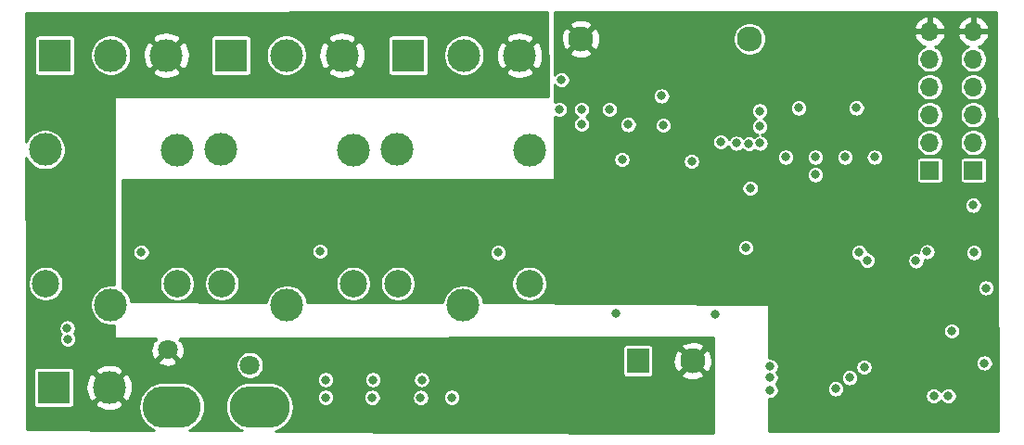
<source format=gbr>
G04 #@! TF.GenerationSoftware,KiCad,Pcbnew,(5.1.5)-3*
G04 #@! TF.CreationDate,2020-10-24T18:19:01+09:00*
G04 #@! TF.ProjectId,wallswitch_schematic_alpha,77616c6c-7377-4697-9463-685f73636865,rev?*
G04 #@! TF.SameCoordinates,Original*
G04 #@! TF.FileFunction,Copper,L3,Inr*
G04 #@! TF.FilePolarity,Positive*
%FSLAX46Y46*%
G04 Gerber Fmt 4.6, Leading zero omitted, Abs format (unit mm)*
G04 Created by KiCad (PCBNEW (5.1.5)-3) date 2020-10-24 18:19:01*
%MOMM*%
%LPD*%
G04 APERTURE LIST*
%ADD10C,1.800000*%
%ADD11C,2.300000*%
%ADD12R,2.000000X2.300000*%
%ADD13C,3.000000*%
%ADD14C,2.500000*%
%ADD15R,1.700000X1.700000*%
%ADD16O,1.700000X1.700000*%
%ADD17R,3.000000X3.000000*%
%ADD18O,5.500000X3.800000*%
%ADD19O,5.300000X3.800000*%
%ADD20C,0.800000*%
%ADD21C,0.254000*%
G04 APERTURE END LIST*
D10*
X158242000Y-112776000D03*
X150742000Y-111376000D03*
D11*
X188460000Y-82980000D03*
D12*
X193660000Y-112380000D03*
D11*
X198660000Y-112380000D03*
X203860000Y-82980000D03*
D13*
X145560000Y-107280000D03*
D14*
X139610000Y-105330000D03*
D13*
X139560000Y-93080000D03*
X151610000Y-93130000D03*
D14*
X151610000Y-105330000D03*
D15*
X220306000Y-94980000D03*
D16*
X220306000Y-92440000D03*
X220306000Y-89900000D03*
X220306000Y-87360000D03*
X220306000Y-84820000D03*
X220306000Y-82280000D03*
D17*
X140335000Y-114808000D03*
D13*
X145415000Y-114808000D03*
D17*
X140460000Y-84480000D03*
D13*
X145540000Y-84480000D03*
X150620000Y-84480000D03*
D15*
X224282000Y-94980000D03*
D16*
X224282000Y-92440000D03*
X224282000Y-89900000D03*
X224282000Y-87360000D03*
X224282000Y-84820000D03*
X224282000Y-82280000D03*
D18*
X159131000Y-116586000D03*
D19*
X151131000Y-116586000D03*
D17*
X156510000Y-84480000D03*
D13*
X161590000Y-84480000D03*
X166670000Y-84480000D03*
X182870000Y-84480000D03*
X177790000Y-84480000D03*
D17*
X172710000Y-84480000D03*
D13*
X161634999Y-107275001D03*
D14*
X155684999Y-105325001D03*
D13*
X155634999Y-93075001D03*
X167684999Y-93125001D03*
D14*
X167684999Y-105325001D03*
X183760000Y-105325001D03*
D13*
X183760000Y-93125001D03*
X171710000Y-93075001D03*
D14*
X171760000Y-105325001D03*
D13*
X177710000Y-107275001D03*
D20*
X203504800Y-102057200D03*
X176682400Y-115722400D03*
X203911200Y-96621600D03*
X203809600Y-92557600D03*
X202641200Y-92506800D03*
X204774800Y-90982800D03*
X204825600Y-92506800D03*
X204774800Y-89560400D03*
X165150800Y-115722400D03*
X225742500Y-102489000D03*
X225679000Y-115633500D03*
X224599500Y-109918500D03*
X216281000Y-86487000D03*
X225869500Y-98171000D03*
X208153000Y-81343500D03*
X202565000Y-96710500D03*
X197675500Y-100647500D03*
X195389500Y-94170500D03*
X189738000Y-105918000D03*
X200609200Y-106527600D03*
X191706500Y-81978500D03*
X190436500Y-83883500D03*
X201422000Y-81978500D03*
X196977000Y-81978500D03*
X179959000Y-96647000D03*
X163639500Y-96583500D03*
X147320000Y-96367600D03*
X207111600Y-95351600D03*
X208026000Y-102158800D03*
X194259200Y-83616800D03*
X211785200Y-106832400D03*
X186842400Y-96520000D03*
X186791600Y-101295200D03*
X207213200Y-117805200D03*
X217170000Y-114858800D03*
X199034400Y-83362800D03*
X224345500Y-102489000D03*
X225298000Y-112585500D03*
X209867500Y-95377000D03*
X224282000Y-98171000D03*
X188531500Y-89408000D03*
X188531500Y-90779600D03*
X191058800Y-89408000D03*
X192786000Y-90805000D03*
X195834000Y-88188800D03*
X186690000Y-86715600D03*
X186486800Y-89408000D03*
X195986400Y-90881200D03*
X220662500Y-115570000D03*
X221996000Y-115570000D03*
X207160000Y-93780000D03*
X209860000Y-93780000D03*
X208343500Y-89281000D03*
X213614000Y-89281000D03*
X165163500Y-114109500D03*
X191668400Y-108051600D03*
X141579600Y-109372400D03*
X212560000Y-93780000D03*
X215260000Y-93780000D03*
X222313500Y-109664500D03*
X220065600Y-102412800D03*
X225425000Y-105727500D03*
X219049600Y-103251000D03*
X198564500Y-94170500D03*
X192214500Y-93980000D03*
X201231500Y-92392500D03*
X213868000Y-102489000D03*
X214593000Y-103196108D03*
X211709000Y-114935000D03*
X205740000Y-115062000D03*
X148336000Y-102463600D03*
X169481500Y-114109500D03*
X169418000Y-115722400D03*
X173837600Y-115722400D03*
X173926500Y-114109500D03*
X212979000Y-113919000D03*
X164655500Y-102362000D03*
X205740000Y-113919000D03*
X180911500Y-102489000D03*
X205752651Y-112906346D03*
X214312500Y-112966500D03*
X200710800Y-108102400D03*
X141630400Y-110388400D03*
D21*
G36*
X226542097Y-118795800D02*
G01*
X205663800Y-118795800D01*
X205663800Y-115843000D01*
X205816922Y-115843000D01*
X205967809Y-115812987D01*
X206109942Y-115754113D01*
X206237859Y-115668642D01*
X206346642Y-115559859D01*
X206432113Y-115431942D01*
X206490987Y-115289809D01*
X206521000Y-115138922D01*
X206521000Y-114985078D01*
X206495739Y-114858078D01*
X210928000Y-114858078D01*
X210928000Y-115011922D01*
X210958013Y-115162809D01*
X211016887Y-115304942D01*
X211102358Y-115432859D01*
X211211141Y-115541642D01*
X211339058Y-115627113D01*
X211481191Y-115685987D01*
X211632078Y-115716000D01*
X211785922Y-115716000D01*
X211936809Y-115685987D01*
X212078942Y-115627113D01*
X212206859Y-115541642D01*
X212255423Y-115493078D01*
X219881500Y-115493078D01*
X219881500Y-115646922D01*
X219911513Y-115797809D01*
X219970387Y-115939942D01*
X220055858Y-116067859D01*
X220164641Y-116176642D01*
X220292558Y-116262113D01*
X220434691Y-116320987D01*
X220585578Y-116351000D01*
X220739422Y-116351000D01*
X220890309Y-116320987D01*
X221032442Y-116262113D01*
X221160359Y-116176642D01*
X221269142Y-116067859D01*
X221329250Y-115977901D01*
X221389358Y-116067859D01*
X221498141Y-116176642D01*
X221626058Y-116262113D01*
X221768191Y-116320987D01*
X221919078Y-116351000D01*
X222072922Y-116351000D01*
X222223809Y-116320987D01*
X222365942Y-116262113D01*
X222493859Y-116176642D01*
X222602642Y-116067859D01*
X222688113Y-115939942D01*
X222746987Y-115797809D01*
X222777000Y-115646922D01*
X222777000Y-115493078D01*
X222746987Y-115342191D01*
X222688113Y-115200058D01*
X222602642Y-115072141D01*
X222493859Y-114963358D01*
X222365942Y-114877887D01*
X222223809Y-114819013D01*
X222072922Y-114789000D01*
X221919078Y-114789000D01*
X221768191Y-114819013D01*
X221626058Y-114877887D01*
X221498141Y-114963358D01*
X221389358Y-115072141D01*
X221329250Y-115162099D01*
X221269142Y-115072141D01*
X221160359Y-114963358D01*
X221032442Y-114877887D01*
X220890309Y-114819013D01*
X220739422Y-114789000D01*
X220585578Y-114789000D01*
X220434691Y-114819013D01*
X220292558Y-114877887D01*
X220164641Y-114963358D01*
X220055858Y-115072141D01*
X219970387Y-115200058D01*
X219911513Y-115342191D01*
X219881500Y-115493078D01*
X212255423Y-115493078D01*
X212315642Y-115432859D01*
X212401113Y-115304942D01*
X212459987Y-115162809D01*
X212490000Y-115011922D01*
X212490000Y-114858078D01*
X212459987Y-114707191D01*
X212401113Y-114565058D01*
X212315642Y-114437141D01*
X212206859Y-114328358D01*
X212078942Y-114242887D01*
X211936809Y-114184013D01*
X211785922Y-114154000D01*
X211632078Y-114154000D01*
X211481191Y-114184013D01*
X211339058Y-114242887D01*
X211211141Y-114328358D01*
X211102358Y-114437141D01*
X211016887Y-114565058D01*
X210958013Y-114707191D01*
X210928000Y-114858078D01*
X206495739Y-114858078D01*
X206490987Y-114834191D01*
X206432113Y-114692058D01*
X206346642Y-114564141D01*
X206273001Y-114490500D01*
X206346642Y-114416859D01*
X206432113Y-114288942D01*
X206490987Y-114146809D01*
X206521000Y-113995922D01*
X206521000Y-113842078D01*
X212198000Y-113842078D01*
X212198000Y-113995922D01*
X212228013Y-114146809D01*
X212286887Y-114288942D01*
X212372358Y-114416859D01*
X212481141Y-114525642D01*
X212609058Y-114611113D01*
X212751191Y-114669987D01*
X212902078Y-114700000D01*
X213055922Y-114700000D01*
X213206809Y-114669987D01*
X213348942Y-114611113D01*
X213476859Y-114525642D01*
X213585642Y-114416859D01*
X213671113Y-114288942D01*
X213729987Y-114146809D01*
X213760000Y-113995922D01*
X213760000Y-113842078D01*
X213729987Y-113691191D01*
X213671113Y-113549058D01*
X213585642Y-113421141D01*
X213476859Y-113312358D01*
X213348942Y-113226887D01*
X213206809Y-113168013D01*
X213055922Y-113138000D01*
X212902078Y-113138000D01*
X212751191Y-113168013D01*
X212609058Y-113226887D01*
X212481141Y-113312358D01*
X212372358Y-113421141D01*
X212286887Y-113549058D01*
X212228013Y-113691191D01*
X212198000Y-113842078D01*
X206521000Y-113842078D01*
X206490987Y-113691191D01*
X206432113Y-113549058D01*
X206346642Y-113421141D01*
X206344500Y-113418999D01*
X206359293Y-113404205D01*
X206444764Y-113276288D01*
X206503638Y-113134155D01*
X206533651Y-112983268D01*
X206533651Y-112889578D01*
X213531500Y-112889578D01*
X213531500Y-113043422D01*
X213561513Y-113194309D01*
X213620387Y-113336442D01*
X213705858Y-113464359D01*
X213814641Y-113573142D01*
X213942558Y-113658613D01*
X214084691Y-113717487D01*
X214235578Y-113747500D01*
X214389422Y-113747500D01*
X214540309Y-113717487D01*
X214682442Y-113658613D01*
X214810359Y-113573142D01*
X214919142Y-113464359D01*
X215004613Y-113336442D01*
X215063487Y-113194309D01*
X215093500Y-113043422D01*
X215093500Y-112889578D01*
X215063487Y-112738691D01*
X215004613Y-112596558D01*
X214945827Y-112508578D01*
X224517000Y-112508578D01*
X224517000Y-112662422D01*
X224547013Y-112813309D01*
X224605887Y-112955442D01*
X224691358Y-113083359D01*
X224800141Y-113192142D01*
X224928058Y-113277613D01*
X225070191Y-113336487D01*
X225221078Y-113366500D01*
X225374922Y-113366500D01*
X225525809Y-113336487D01*
X225667942Y-113277613D01*
X225795859Y-113192142D01*
X225904642Y-113083359D01*
X225990113Y-112955442D01*
X226048987Y-112813309D01*
X226079000Y-112662422D01*
X226079000Y-112508578D01*
X226048987Y-112357691D01*
X225990113Y-112215558D01*
X225904642Y-112087641D01*
X225795859Y-111978858D01*
X225667942Y-111893387D01*
X225525809Y-111834513D01*
X225374922Y-111804500D01*
X225221078Y-111804500D01*
X225070191Y-111834513D01*
X224928058Y-111893387D01*
X224800141Y-111978858D01*
X224691358Y-112087641D01*
X224605887Y-112215558D01*
X224547013Y-112357691D01*
X224517000Y-112508578D01*
X214945827Y-112508578D01*
X214919142Y-112468641D01*
X214810359Y-112359858D01*
X214682442Y-112274387D01*
X214540309Y-112215513D01*
X214389422Y-112185500D01*
X214235578Y-112185500D01*
X214084691Y-112215513D01*
X213942558Y-112274387D01*
X213814641Y-112359858D01*
X213705858Y-112468641D01*
X213620387Y-112596558D01*
X213561513Y-112738691D01*
X213531500Y-112889578D01*
X206533651Y-112889578D01*
X206533651Y-112829424D01*
X206503638Y-112678537D01*
X206444764Y-112536404D01*
X206359293Y-112408487D01*
X206250510Y-112299704D01*
X206122593Y-112214233D01*
X205980460Y-112155359D01*
X205829573Y-112125346D01*
X205675729Y-112125346D01*
X205663800Y-112127719D01*
X205663800Y-109587578D01*
X221532500Y-109587578D01*
X221532500Y-109741422D01*
X221562513Y-109892309D01*
X221621387Y-110034442D01*
X221706858Y-110162359D01*
X221815641Y-110271142D01*
X221943558Y-110356613D01*
X222085691Y-110415487D01*
X222236578Y-110445500D01*
X222390422Y-110445500D01*
X222541309Y-110415487D01*
X222683442Y-110356613D01*
X222811359Y-110271142D01*
X222920142Y-110162359D01*
X223005613Y-110034442D01*
X223064487Y-109892309D01*
X223094500Y-109741422D01*
X223094500Y-109587578D01*
X223064487Y-109436691D01*
X223005613Y-109294558D01*
X222920142Y-109166641D01*
X222811359Y-109057858D01*
X222683442Y-108972387D01*
X222541309Y-108913513D01*
X222390422Y-108883500D01*
X222236578Y-108883500D01*
X222085691Y-108913513D01*
X221943558Y-108972387D01*
X221815641Y-109057858D01*
X221706858Y-109166641D01*
X221621387Y-109294558D01*
X221562513Y-109436691D01*
X221532500Y-109587578D01*
X205663800Y-109587578D01*
X205663800Y-107289600D01*
X205661360Y-107264824D01*
X205654133Y-107240999D01*
X205642397Y-107219043D01*
X205626603Y-107199797D01*
X205607357Y-107184003D01*
X205585401Y-107172267D01*
X205561576Y-107165040D01*
X205537237Y-107162601D01*
X179587721Y-107073255D01*
X179518714Y-106726334D01*
X179376920Y-106384014D01*
X179171068Y-106075934D01*
X178909067Y-105813933D01*
X178600987Y-105608081D01*
X178258667Y-105466287D01*
X177895262Y-105394001D01*
X177524738Y-105394001D01*
X177161333Y-105466287D01*
X176819013Y-105608081D01*
X176510933Y-105813933D01*
X176248932Y-106075934D01*
X176043080Y-106384014D01*
X175901286Y-106726334D01*
X175834849Y-107060333D01*
X163501703Y-107017869D01*
X163443713Y-106726334D01*
X163301919Y-106384014D01*
X163096067Y-106075934D01*
X162834066Y-105813933D01*
X162525986Y-105608081D01*
X162183666Y-105466287D01*
X161820261Y-105394001D01*
X161449737Y-105394001D01*
X161086332Y-105466287D01*
X160744012Y-105608081D01*
X160435932Y-105813933D01*
X160173931Y-106075934D01*
X159968079Y-106384014D01*
X159826285Y-106726334D01*
X159770850Y-107005023D01*
X147414692Y-106962480D01*
X147368714Y-106731333D01*
X147226920Y-106389013D01*
X147021068Y-106080933D01*
X146759067Y-105818932D01*
X146645401Y-105742983D01*
X146644761Y-105169360D01*
X149979000Y-105169360D01*
X149979000Y-105490640D01*
X150041678Y-105805745D01*
X150164626Y-106102568D01*
X150343119Y-106369702D01*
X150570298Y-106596881D01*
X150837432Y-106775374D01*
X151134255Y-106898322D01*
X151449360Y-106961000D01*
X151770640Y-106961000D01*
X152085745Y-106898322D01*
X152382568Y-106775374D01*
X152649702Y-106596881D01*
X152876881Y-106369702D01*
X153055374Y-106102568D01*
X153178322Y-105805745D01*
X153241000Y-105490640D01*
X153241000Y-105169360D01*
X153240006Y-105164361D01*
X154053999Y-105164361D01*
X154053999Y-105485641D01*
X154116677Y-105800746D01*
X154239625Y-106097569D01*
X154418118Y-106364703D01*
X154645297Y-106591882D01*
X154912431Y-106770375D01*
X155209254Y-106893323D01*
X155524359Y-106956001D01*
X155845639Y-106956001D01*
X156160744Y-106893323D01*
X156457567Y-106770375D01*
X156724701Y-106591882D01*
X156951880Y-106364703D01*
X157130373Y-106097569D01*
X157253321Y-105800746D01*
X157315999Y-105485641D01*
X157315999Y-105164361D01*
X166053999Y-105164361D01*
X166053999Y-105485641D01*
X166116677Y-105800746D01*
X166239625Y-106097569D01*
X166418118Y-106364703D01*
X166645297Y-106591882D01*
X166912431Y-106770375D01*
X167209254Y-106893323D01*
X167524359Y-106956001D01*
X167845639Y-106956001D01*
X168160744Y-106893323D01*
X168457567Y-106770375D01*
X168724701Y-106591882D01*
X168951880Y-106364703D01*
X169130373Y-106097569D01*
X169253321Y-105800746D01*
X169315999Y-105485641D01*
X169315999Y-105164361D01*
X170129000Y-105164361D01*
X170129000Y-105485641D01*
X170191678Y-105800746D01*
X170314626Y-106097569D01*
X170493119Y-106364703D01*
X170720298Y-106591882D01*
X170987432Y-106770375D01*
X171284255Y-106893323D01*
X171599360Y-106956001D01*
X171920640Y-106956001D01*
X172235745Y-106893323D01*
X172532568Y-106770375D01*
X172799702Y-106591882D01*
X173026881Y-106364703D01*
X173205374Y-106097569D01*
X173328322Y-105800746D01*
X173391000Y-105485641D01*
X173391000Y-105164361D01*
X182129000Y-105164361D01*
X182129000Y-105485641D01*
X182191678Y-105800746D01*
X182314626Y-106097569D01*
X182493119Y-106364703D01*
X182720298Y-106591882D01*
X182987432Y-106770375D01*
X183284255Y-106893323D01*
X183599360Y-106956001D01*
X183920640Y-106956001D01*
X184235745Y-106893323D01*
X184532568Y-106770375D01*
X184799702Y-106591882D01*
X185026881Y-106364703D01*
X185205374Y-106097569D01*
X185328322Y-105800746D01*
X185358192Y-105650578D01*
X224644000Y-105650578D01*
X224644000Y-105804422D01*
X224674013Y-105955309D01*
X224732887Y-106097442D01*
X224818358Y-106225359D01*
X224927141Y-106334142D01*
X225055058Y-106419613D01*
X225197191Y-106478487D01*
X225348078Y-106508500D01*
X225501922Y-106508500D01*
X225652809Y-106478487D01*
X225794942Y-106419613D01*
X225922859Y-106334142D01*
X226031642Y-106225359D01*
X226117113Y-106097442D01*
X226175987Y-105955309D01*
X226206000Y-105804422D01*
X226206000Y-105650578D01*
X226175987Y-105499691D01*
X226117113Y-105357558D01*
X226031642Y-105229641D01*
X225922859Y-105120858D01*
X225794942Y-105035387D01*
X225652809Y-104976513D01*
X225501922Y-104946500D01*
X225348078Y-104946500D01*
X225197191Y-104976513D01*
X225055058Y-105035387D01*
X224927141Y-105120858D01*
X224818358Y-105229641D01*
X224732887Y-105357558D01*
X224674013Y-105499691D01*
X224644000Y-105650578D01*
X185358192Y-105650578D01*
X185391000Y-105485641D01*
X185391000Y-105164361D01*
X185328322Y-104849256D01*
X185205374Y-104552433D01*
X185026881Y-104285299D01*
X184799702Y-104058120D01*
X184532568Y-103879627D01*
X184235745Y-103756679D01*
X183920640Y-103694001D01*
X183599360Y-103694001D01*
X183284255Y-103756679D01*
X182987432Y-103879627D01*
X182720298Y-104058120D01*
X182493119Y-104285299D01*
X182314626Y-104552433D01*
X182191678Y-104849256D01*
X182129000Y-105164361D01*
X173391000Y-105164361D01*
X173328322Y-104849256D01*
X173205374Y-104552433D01*
X173026881Y-104285299D01*
X172799702Y-104058120D01*
X172532568Y-103879627D01*
X172235745Y-103756679D01*
X171920640Y-103694001D01*
X171599360Y-103694001D01*
X171284255Y-103756679D01*
X170987432Y-103879627D01*
X170720298Y-104058120D01*
X170493119Y-104285299D01*
X170314626Y-104552433D01*
X170191678Y-104849256D01*
X170129000Y-105164361D01*
X169315999Y-105164361D01*
X169253321Y-104849256D01*
X169130373Y-104552433D01*
X168951880Y-104285299D01*
X168724701Y-104058120D01*
X168457567Y-103879627D01*
X168160744Y-103756679D01*
X167845639Y-103694001D01*
X167524359Y-103694001D01*
X167209254Y-103756679D01*
X166912431Y-103879627D01*
X166645297Y-104058120D01*
X166418118Y-104285299D01*
X166239625Y-104552433D01*
X166116677Y-104849256D01*
X166053999Y-105164361D01*
X157315999Y-105164361D01*
X157253321Y-104849256D01*
X157130373Y-104552433D01*
X156951880Y-104285299D01*
X156724701Y-104058120D01*
X156457567Y-103879627D01*
X156160744Y-103756679D01*
X155845639Y-103694001D01*
X155524359Y-103694001D01*
X155209254Y-103756679D01*
X154912431Y-103879627D01*
X154645297Y-104058120D01*
X154418118Y-104285299D01*
X154239625Y-104552433D01*
X154116677Y-104849256D01*
X154053999Y-105164361D01*
X153240006Y-105164361D01*
X153178322Y-104854255D01*
X153055374Y-104557432D01*
X152876881Y-104290298D01*
X152649702Y-104063119D01*
X152382568Y-103884626D01*
X152085745Y-103761678D01*
X151770640Y-103699000D01*
X151449360Y-103699000D01*
X151134255Y-103761678D01*
X150837432Y-103884626D01*
X150570298Y-104063119D01*
X150343119Y-104290298D01*
X150164626Y-104557432D01*
X150041678Y-104854255D01*
X149979000Y-105169360D01*
X146644761Y-105169360D01*
X146641656Y-102386678D01*
X147555000Y-102386678D01*
X147555000Y-102540522D01*
X147585013Y-102691409D01*
X147643887Y-102833542D01*
X147729358Y-102961459D01*
X147838141Y-103070242D01*
X147966058Y-103155713D01*
X148108191Y-103214587D01*
X148259078Y-103244600D01*
X148412922Y-103244600D01*
X148563809Y-103214587D01*
X148705942Y-103155713D01*
X148833859Y-103070242D01*
X148942642Y-102961459D01*
X149028113Y-102833542D01*
X149086987Y-102691409D01*
X149117000Y-102540522D01*
X149117000Y-102386678D01*
X149096791Y-102285078D01*
X163874500Y-102285078D01*
X163874500Y-102438922D01*
X163904513Y-102589809D01*
X163963387Y-102731942D01*
X164048858Y-102859859D01*
X164157641Y-102968642D01*
X164285558Y-103054113D01*
X164427691Y-103112987D01*
X164578578Y-103143000D01*
X164732422Y-103143000D01*
X164883309Y-103112987D01*
X165025442Y-103054113D01*
X165153359Y-102968642D01*
X165262142Y-102859859D01*
X165347613Y-102731942D01*
X165406487Y-102589809D01*
X165436500Y-102438922D01*
X165436500Y-102412078D01*
X180130500Y-102412078D01*
X180130500Y-102565922D01*
X180160513Y-102716809D01*
X180219387Y-102858942D01*
X180304858Y-102986859D01*
X180413641Y-103095642D01*
X180541558Y-103181113D01*
X180683691Y-103239987D01*
X180834578Y-103270000D01*
X180988422Y-103270000D01*
X181139309Y-103239987D01*
X181281442Y-103181113D01*
X181409359Y-103095642D01*
X181518142Y-102986859D01*
X181603613Y-102858942D01*
X181662487Y-102716809D01*
X181692500Y-102565922D01*
X181692500Y-102412078D01*
X181662487Y-102261191D01*
X181603613Y-102119058D01*
X181518142Y-101991141D01*
X181507279Y-101980278D01*
X202723800Y-101980278D01*
X202723800Y-102134122D01*
X202753813Y-102285009D01*
X202812687Y-102427142D01*
X202898158Y-102555059D01*
X203006941Y-102663842D01*
X203134858Y-102749313D01*
X203276991Y-102808187D01*
X203427878Y-102838200D01*
X203581722Y-102838200D01*
X203732609Y-102808187D01*
X203874742Y-102749313D01*
X204002659Y-102663842D01*
X204111442Y-102555059D01*
X204196913Y-102427142D01*
X204203152Y-102412078D01*
X213087000Y-102412078D01*
X213087000Y-102565922D01*
X213117013Y-102716809D01*
X213175887Y-102858942D01*
X213261358Y-102986859D01*
X213370141Y-103095642D01*
X213498058Y-103181113D01*
X213640191Y-103239987D01*
X213791078Y-103270000D01*
X213812000Y-103270000D01*
X213812000Y-103273030D01*
X213842013Y-103423917D01*
X213900887Y-103566050D01*
X213986358Y-103693967D01*
X214095141Y-103802750D01*
X214223058Y-103888221D01*
X214365191Y-103947095D01*
X214516078Y-103977108D01*
X214669922Y-103977108D01*
X214820809Y-103947095D01*
X214962942Y-103888221D01*
X215090859Y-103802750D01*
X215199642Y-103693967D01*
X215285113Y-103566050D01*
X215343987Y-103423917D01*
X215374000Y-103273030D01*
X215374000Y-103174078D01*
X218268600Y-103174078D01*
X218268600Y-103327922D01*
X218298613Y-103478809D01*
X218357487Y-103620942D01*
X218442958Y-103748859D01*
X218551741Y-103857642D01*
X218679658Y-103943113D01*
X218821791Y-104001987D01*
X218972678Y-104032000D01*
X219126522Y-104032000D01*
X219277409Y-104001987D01*
X219419542Y-103943113D01*
X219547459Y-103857642D01*
X219656242Y-103748859D01*
X219741713Y-103620942D01*
X219800587Y-103478809D01*
X219830600Y-103327922D01*
X219830600Y-103174078D01*
X219827724Y-103159617D01*
X219837791Y-103163787D01*
X219988678Y-103193800D01*
X220142522Y-103193800D01*
X220293409Y-103163787D01*
X220435542Y-103104913D01*
X220563459Y-103019442D01*
X220672242Y-102910659D01*
X220757713Y-102782742D01*
X220816587Y-102640609D01*
X220846600Y-102489722D01*
X220846600Y-102412078D01*
X223564500Y-102412078D01*
X223564500Y-102565922D01*
X223594513Y-102716809D01*
X223653387Y-102858942D01*
X223738858Y-102986859D01*
X223847641Y-103095642D01*
X223975558Y-103181113D01*
X224117691Y-103239987D01*
X224268578Y-103270000D01*
X224422422Y-103270000D01*
X224573309Y-103239987D01*
X224715442Y-103181113D01*
X224843359Y-103095642D01*
X224952142Y-102986859D01*
X225037613Y-102858942D01*
X225096487Y-102716809D01*
X225126500Y-102565922D01*
X225126500Y-102412078D01*
X225096487Y-102261191D01*
X225037613Y-102119058D01*
X224952142Y-101991141D01*
X224843359Y-101882358D01*
X224715442Y-101796887D01*
X224573309Y-101738013D01*
X224422422Y-101708000D01*
X224268578Y-101708000D01*
X224117691Y-101738013D01*
X223975558Y-101796887D01*
X223847641Y-101882358D01*
X223738858Y-101991141D01*
X223653387Y-102119058D01*
X223594513Y-102261191D01*
X223564500Y-102412078D01*
X220846600Y-102412078D01*
X220846600Y-102335878D01*
X220816587Y-102184991D01*
X220757713Y-102042858D01*
X220672242Y-101914941D01*
X220563459Y-101806158D01*
X220435542Y-101720687D01*
X220293409Y-101661813D01*
X220142522Y-101631800D01*
X219988678Y-101631800D01*
X219837791Y-101661813D01*
X219695658Y-101720687D01*
X219567741Y-101806158D01*
X219458958Y-101914941D01*
X219373487Y-102042858D01*
X219314613Y-102184991D01*
X219284600Y-102335878D01*
X219284600Y-102489722D01*
X219287476Y-102504183D01*
X219277409Y-102500013D01*
X219126522Y-102470000D01*
X218972678Y-102470000D01*
X218821791Y-102500013D01*
X218679658Y-102558887D01*
X218551741Y-102644358D01*
X218442958Y-102753141D01*
X218357487Y-102881058D01*
X218298613Y-103023191D01*
X218268600Y-103174078D01*
X215374000Y-103174078D01*
X215374000Y-103119186D01*
X215343987Y-102968299D01*
X215285113Y-102826166D01*
X215199642Y-102698249D01*
X215090859Y-102589466D01*
X214962942Y-102503995D01*
X214820809Y-102445121D01*
X214669922Y-102415108D01*
X214649000Y-102415108D01*
X214649000Y-102412078D01*
X214618987Y-102261191D01*
X214560113Y-102119058D01*
X214474642Y-101991141D01*
X214365859Y-101882358D01*
X214237942Y-101796887D01*
X214095809Y-101738013D01*
X213944922Y-101708000D01*
X213791078Y-101708000D01*
X213640191Y-101738013D01*
X213498058Y-101796887D01*
X213370141Y-101882358D01*
X213261358Y-101991141D01*
X213175887Y-102119058D01*
X213117013Y-102261191D01*
X213087000Y-102412078D01*
X204203152Y-102412078D01*
X204255787Y-102285009D01*
X204285800Y-102134122D01*
X204285800Y-101980278D01*
X204255787Y-101829391D01*
X204196913Y-101687258D01*
X204111442Y-101559341D01*
X204002659Y-101450558D01*
X203874742Y-101365087D01*
X203732609Y-101306213D01*
X203581722Y-101276200D01*
X203427878Y-101276200D01*
X203276991Y-101306213D01*
X203134858Y-101365087D01*
X203006941Y-101450558D01*
X202898158Y-101559341D01*
X202812687Y-101687258D01*
X202753813Y-101829391D01*
X202723800Y-101980278D01*
X181507279Y-101980278D01*
X181409359Y-101882358D01*
X181281442Y-101796887D01*
X181139309Y-101738013D01*
X180988422Y-101708000D01*
X180834578Y-101708000D01*
X180683691Y-101738013D01*
X180541558Y-101796887D01*
X180413641Y-101882358D01*
X180304858Y-101991141D01*
X180219387Y-102119058D01*
X180160513Y-102261191D01*
X180130500Y-102412078D01*
X165436500Y-102412078D01*
X165436500Y-102285078D01*
X165406487Y-102134191D01*
X165347613Y-101992058D01*
X165262142Y-101864141D01*
X165153359Y-101755358D01*
X165025442Y-101669887D01*
X164883309Y-101611013D01*
X164732422Y-101581000D01*
X164578578Y-101581000D01*
X164427691Y-101611013D01*
X164285558Y-101669887D01*
X164157641Y-101755358D01*
X164048858Y-101864141D01*
X163963387Y-101992058D01*
X163904513Y-102134191D01*
X163874500Y-102285078D01*
X149096791Y-102285078D01*
X149086987Y-102235791D01*
X149028113Y-102093658D01*
X148942642Y-101965741D01*
X148833859Y-101856958D01*
X148705942Y-101771487D01*
X148563809Y-101712613D01*
X148412922Y-101682600D01*
X148259078Y-101682600D01*
X148108191Y-101712613D01*
X147966058Y-101771487D01*
X147838141Y-101856958D01*
X147729358Y-101965741D01*
X147643887Y-102093658D01*
X147585013Y-102235791D01*
X147555000Y-102386678D01*
X146641656Y-102386678D01*
X146636866Y-98094078D01*
X223501000Y-98094078D01*
X223501000Y-98247922D01*
X223531013Y-98398809D01*
X223589887Y-98540942D01*
X223675358Y-98668859D01*
X223784141Y-98777642D01*
X223912058Y-98863113D01*
X224054191Y-98921987D01*
X224205078Y-98952000D01*
X224358922Y-98952000D01*
X224509809Y-98921987D01*
X224651942Y-98863113D01*
X224779859Y-98777642D01*
X224888642Y-98668859D01*
X224974113Y-98540942D01*
X225032987Y-98398809D01*
X225063000Y-98247922D01*
X225063000Y-98094078D01*
X225032987Y-97943191D01*
X224974113Y-97801058D01*
X224888642Y-97673141D01*
X224779859Y-97564358D01*
X224651942Y-97478887D01*
X224509809Y-97420013D01*
X224358922Y-97390000D01*
X224205078Y-97390000D01*
X224054191Y-97420013D01*
X223912058Y-97478887D01*
X223784141Y-97564358D01*
X223675358Y-97673141D01*
X223589887Y-97801058D01*
X223531013Y-97943191D01*
X223501000Y-98094078D01*
X146636866Y-98094078D01*
X146635136Y-96544678D01*
X203130200Y-96544678D01*
X203130200Y-96698522D01*
X203160213Y-96849409D01*
X203219087Y-96991542D01*
X203304558Y-97119459D01*
X203413341Y-97228242D01*
X203541258Y-97313713D01*
X203683391Y-97372587D01*
X203834278Y-97402600D01*
X203988122Y-97402600D01*
X204139009Y-97372587D01*
X204281142Y-97313713D01*
X204409059Y-97228242D01*
X204517842Y-97119459D01*
X204603313Y-96991542D01*
X204662187Y-96849409D01*
X204692200Y-96698522D01*
X204692200Y-96544678D01*
X204662187Y-96393791D01*
X204603313Y-96251658D01*
X204517842Y-96123741D01*
X204409059Y-96014958D01*
X204281142Y-95929487D01*
X204139009Y-95870613D01*
X203988122Y-95840600D01*
X203834278Y-95840600D01*
X203683391Y-95870613D01*
X203541258Y-95929487D01*
X203413341Y-96014958D01*
X203304558Y-96123741D01*
X203219087Y-96251658D01*
X203160213Y-96393791D01*
X203130200Y-96544678D01*
X146635136Y-96544678D01*
X146634342Y-95834200D01*
X185928000Y-95834200D01*
X185952776Y-95831760D01*
X185976601Y-95824533D01*
X185998557Y-95812797D01*
X186017803Y-95797003D01*
X186033597Y-95777757D01*
X186045333Y-95755801D01*
X186052560Y-95731976D01*
X186055000Y-95707200D01*
X186055000Y-95300078D01*
X209086500Y-95300078D01*
X209086500Y-95453922D01*
X209116513Y-95604809D01*
X209175387Y-95746942D01*
X209260858Y-95874859D01*
X209369641Y-95983642D01*
X209497558Y-96069113D01*
X209639691Y-96127987D01*
X209790578Y-96158000D01*
X209944422Y-96158000D01*
X210095309Y-96127987D01*
X210237442Y-96069113D01*
X210365359Y-95983642D01*
X210474142Y-95874859D01*
X210559613Y-95746942D01*
X210618487Y-95604809D01*
X210648500Y-95453922D01*
X210648500Y-95300078D01*
X210618487Y-95149191D01*
X210559613Y-95007058D01*
X210474142Y-94879141D01*
X210365359Y-94770358D01*
X210237442Y-94684887D01*
X210095309Y-94626013D01*
X209944422Y-94596000D01*
X209790578Y-94596000D01*
X209639691Y-94626013D01*
X209497558Y-94684887D01*
X209369641Y-94770358D01*
X209260858Y-94879141D01*
X209175387Y-95007058D01*
X209116513Y-95149191D01*
X209086500Y-95300078D01*
X186055000Y-95300078D01*
X186055000Y-93903078D01*
X191433500Y-93903078D01*
X191433500Y-94056922D01*
X191463513Y-94207809D01*
X191522387Y-94349942D01*
X191607858Y-94477859D01*
X191716641Y-94586642D01*
X191844558Y-94672113D01*
X191986691Y-94730987D01*
X192137578Y-94761000D01*
X192291422Y-94761000D01*
X192442309Y-94730987D01*
X192584442Y-94672113D01*
X192712359Y-94586642D01*
X192821142Y-94477859D01*
X192906613Y-94349942D01*
X192965487Y-94207809D01*
X192988208Y-94093578D01*
X197783500Y-94093578D01*
X197783500Y-94247422D01*
X197813513Y-94398309D01*
X197872387Y-94540442D01*
X197957858Y-94668359D01*
X198066641Y-94777142D01*
X198194558Y-94862613D01*
X198336691Y-94921487D01*
X198487578Y-94951500D01*
X198641422Y-94951500D01*
X198792309Y-94921487D01*
X198934442Y-94862613D01*
X199062359Y-94777142D01*
X199171142Y-94668359D01*
X199256613Y-94540442D01*
X199315487Y-94398309D01*
X199345500Y-94247422D01*
X199345500Y-94093578D01*
X199315487Y-93942691D01*
X199256613Y-93800558D01*
X199191480Y-93703078D01*
X206379000Y-93703078D01*
X206379000Y-93856922D01*
X206409013Y-94007809D01*
X206467887Y-94149942D01*
X206553358Y-94277859D01*
X206662141Y-94386642D01*
X206790058Y-94472113D01*
X206932191Y-94530987D01*
X207083078Y-94561000D01*
X207236922Y-94561000D01*
X207387809Y-94530987D01*
X207529942Y-94472113D01*
X207657859Y-94386642D01*
X207766642Y-94277859D01*
X207852113Y-94149942D01*
X207910987Y-94007809D01*
X207941000Y-93856922D01*
X207941000Y-93703078D01*
X209079000Y-93703078D01*
X209079000Y-93856922D01*
X209109013Y-94007809D01*
X209167887Y-94149942D01*
X209253358Y-94277859D01*
X209362141Y-94386642D01*
X209490058Y-94472113D01*
X209632191Y-94530987D01*
X209783078Y-94561000D01*
X209936922Y-94561000D01*
X210087809Y-94530987D01*
X210229942Y-94472113D01*
X210357859Y-94386642D01*
X210466642Y-94277859D01*
X210552113Y-94149942D01*
X210610987Y-94007809D01*
X210641000Y-93856922D01*
X210641000Y-93703078D01*
X211779000Y-93703078D01*
X211779000Y-93856922D01*
X211809013Y-94007809D01*
X211867887Y-94149942D01*
X211953358Y-94277859D01*
X212062141Y-94386642D01*
X212190058Y-94472113D01*
X212332191Y-94530987D01*
X212483078Y-94561000D01*
X212636922Y-94561000D01*
X212787809Y-94530987D01*
X212929942Y-94472113D01*
X213057859Y-94386642D01*
X213166642Y-94277859D01*
X213252113Y-94149942D01*
X213310987Y-94007809D01*
X213341000Y-93856922D01*
X213341000Y-93703078D01*
X214479000Y-93703078D01*
X214479000Y-93856922D01*
X214509013Y-94007809D01*
X214567887Y-94149942D01*
X214653358Y-94277859D01*
X214762141Y-94386642D01*
X214890058Y-94472113D01*
X215032191Y-94530987D01*
X215183078Y-94561000D01*
X215336922Y-94561000D01*
X215487809Y-94530987D01*
X215629942Y-94472113D01*
X215757859Y-94386642D01*
X215866642Y-94277859D01*
X215952113Y-94149942D01*
X215960373Y-94130000D01*
X219073157Y-94130000D01*
X219073157Y-95830000D01*
X219080513Y-95904689D01*
X219102299Y-95976508D01*
X219137678Y-96042696D01*
X219185289Y-96100711D01*
X219243304Y-96148322D01*
X219309492Y-96183701D01*
X219381311Y-96205487D01*
X219456000Y-96212843D01*
X221156000Y-96212843D01*
X221230689Y-96205487D01*
X221302508Y-96183701D01*
X221368696Y-96148322D01*
X221426711Y-96100711D01*
X221474322Y-96042696D01*
X221509701Y-95976508D01*
X221531487Y-95904689D01*
X221538843Y-95830000D01*
X221538843Y-94130000D01*
X223049157Y-94130000D01*
X223049157Y-95830000D01*
X223056513Y-95904689D01*
X223078299Y-95976508D01*
X223113678Y-96042696D01*
X223161289Y-96100711D01*
X223219304Y-96148322D01*
X223285492Y-96183701D01*
X223357311Y-96205487D01*
X223432000Y-96212843D01*
X225132000Y-96212843D01*
X225206689Y-96205487D01*
X225278508Y-96183701D01*
X225344696Y-96148322D01*
X225402711Y-96100711D01*
X225450322Y-96042696D01*
X225485701Y-95976508D01*
X225507487Y-95904689D01*
X225514843Y-95830000D01*
X225514843Y-94130000D01*
X225507487Y-94055311D01*
X225485701Y-93983492D01*
X225450322Y-93917304D01*
X225402711Y-93859289D01*
X225344696Y-93811678D01*
X225278508Y-93776299D01*
X225206689Y-93754513D01*
X225132000Y-93747157D01*
X223432000Y-93747157D01*
X223357311Y-93754513D01*
X223285492Y-93776299D01*
X223219304Y-93811678D01*
X223161289Y-93859289D01*
X223113678Y-93917304D01*
X223078299Y-93983492D01*
X223056513Y-94055311D01*
X223049157Y-94130000D01*
X221538843Y-94130000D01*
X221531487Y-94055311D01*
X221509701Y-93983492D01*
X221474322Y-93917304D01*
X221426711Y-93859289D01*
X221368696Y-93811678D01*
X221302508Y-93776299D01*
X221230689Y-93754513D01*
X221156000Y-93747157D01*
X219456000Y-93747157D01*
X219381311Y-93754513D01*
X219309492Y-93776299D01*
X219243304Y-93811678D01*
X219185289Y-93859289D01*
X219137678Y-93917304D01*
X219102299Y-93983492D01*
X219080513Y-94055311D01*
X219073157Y-94130000D01*
X215960373Y-94130000D01*
X216010987Y-94007809D01*
X216041000Y-93856922D01*
X216041000Y-93703078D01*
X216010987Y-93552191D01*
X215952113Y-93410058D01*
X215866642Y-93282141D01*
X215757859Y-93173358D01*
X215629942Y-93087887D01*
X215487809Y-93029013D01*
X215336922Y-92999000D01*
X215183078Y-92999000D01*
X215032191Y-93029013D01*
X214890058Y-93087887D01*
X214762141Y-93173358D01*
X214653358Y-93282141D01*
X214567887Y-93410058D01*
X214509013Y-93552191D01*
X214479000Y-93703078D01*
X213341000Y-93703078D01*
X213310987Y-93552191D01*
X213252113Y-93410058D01*
X213166642Y-93282141D01*
X213057859Y-93173358D01*
X212929942Y-93087887D01*
X212787809Y-93029013D01*
X212636922Y-92999000D01*
X212483078Y-92999000D01*
X212332191Y-93029013D01*
X212190058Y-93087887D01*
X212062141Y-93173358D01*
X211953358Y-93282141D01*
X211867887Y-93410058D01*
X211809013Y-93552191D01*
X211779000Y-93703078D01*
X210641000Y-93703078D01*
X210610987Y-93552191D01*
X210552113Y-93410058D01*
X210466642Y-93282141D01*
X210357859Y-93173358D01*
X210229942Y-93087887D01*
X210087809Y-93029013D01*
X209936922Y-92999000D01*
X209783078Y-92999000D01*
X209632191Y-93029013D01*
X209490058Y-93087887D01*
X209362141Y-93173358D01*
X209253358Y-93282141D01*
X209167887Y-93410058D01*
X209109013Y-93552191D01*
X209079000Y-93703078D01*
X207941000Y-93703078D01*
X207910987Y-93552191D01*
X207852113Y-93410058D01*
X207766642Y-93282141D01*
X207657859Y-93173358D01*
X207529942Y-93087887D01*
X207387809Y-93029013D01*
X207236922Y-92999000D01*
X207083078Y-92999000D01*
X206932191Y-93029013D01*
X206790058Y-93087887D01*
X206662141Y-93173358D01*
X206553358Y-93282141D01*
X206467887Y-93410058D01*
X206409013Y-93552191D01*
X206379000Y-93703078D01*
X199191480Y-93703078D01*
X199171142Y-93672641D01*
X199062359Y-93563858D01*
X198934442Y-93478387D01*
X198792309Y-93419513D01*
X198641422Y-93389500D01*
X198487578Y-93389500D01*
X198336691Y-93419513D01*
X198194558Y-93478387D01*
X198066641Y-93563858D01*
X197957858Y-93672641D01*
X197872387Y-93800558D01*
X197813513Y-93942691D01*
X197783500Y-94093578D01*
X192988208Y-94093578D01*
X192995500Y-94056922D01*
X192995500Y-93903078D01*
X192965487Y-93752191D01*
X192906613Y-93610058D01*
X192821142Y-93482141D01*
X192712359Y-93373358D01*
X192584442Y-93287887D01*
X192442309Y-93229013D01*
X192291422Y-93199000D01*
X192137578Y-93199000D01*
X191986691Y-93229013D01*
X191844558Y-93287887D01*
X191716641Y-93373358D01*
X191607858Y-93482141D01*
X191522387Y-93610058D01*
X191463513Y-93752191D01*
X191433500Y-93903078D01*
X186055000Y-93903078D01*
X186055000Y-92315578D01*
X200450500Y-92315578D01*
X200450500Y-92469422D01*
X200480513Y-92620309D01*
X200539387Y-92762442D01*
X200624858Y-92890359D01*
X200733641Y-92999142D01*
X200861558Y-93084613D01*
X201003691Y-93143487D01*
X201154578Y-93173500D01*
X201308422Y-93173500D01*
X201459309Y-93143487D01*
X201601442Y-93084613D01*
X201729359Y-92999142D01*
X201838142Y-92890359D01*
X201910112Y-92782648D01*
X201949087Y-92876742D01*
X202034558Y-93004659D01*
X202143341Y-93113442D01*
X202271258Y-93198913D01*
X202413391Y-93257787D01*
X202564278Y-93287800D01*
X202718122Y-93287800D01*
X202869009Y-93257787D01*
X203011142Y-93198913D01*
X203139059Y-93113442D01*
X203200588Y-93051913D01*
X203202958Y-93055459D01*
X203311741Y-93164242D01*
X203439658Y-93249713D01*
X203581791Y-93308587D01*
X203732678Y-93338600D01*
X203886522Y-93338600D01*
X204037409Y-93308587D01*
X204179542Y-93249713D01*
X204307459Y-93164242D01*
X204346035Y-93125666D01*
X204455658Y-93198913D01*
X204597791Y-93257787D01*
X204748678Y-93287800D01*
X204902522Y-93287800D01*
X205053409Y-93257787D01*
X205195542Y-93198913D01*
X205323459Y-93113442D01*
X205432242Y-93004659D01*
X205517713Y-92876742D01*
X205576587Y-92734609D01*
X205606600Y-92583722D01*
X205606600Y-92429878D01*
X205584497Y-92318757D01*
X219075000Y-92318757D01*
X219075000Y-92561243D01*
X219122307Y-92799069D01*
X219215102Y-93023097D01*
X219349820Y-93224717D01*
X219521283Y-93396180D01*
X219722903Y-93530898D01*
X219946931Y-93623693D01*
X220184757Y-93671000D01*
X220427243Y-93671000D01*
X220665069Y-93623693D01*
X220889097Y-93530898D01*
X221090717Y-93396180D01*
X221262180Y-93224717D01*
X221396898Y-93023097D01*
X221489693Y-92799069D01*
X221537000Y-92561243D01*
X221537000Y-92318757D01*
X223051000Y-92318757D01*
X223051000Y-92561243D01*
X223098307Y-92799069D01*
X223191102Y-93023097D01*
X223325820Y-93224717D01*
X223497283Y-93396180D01*
X223698903Y-93530898D01*
X223922931Y-93623693D01*
X224160757Y-93671000D01*
X224403243Y-93671000D01*
X224641069Y-93623693D01*
X224865097Y-93530898D01*
X225066717Y-93396180D01*
X225238180Y-93224717D01*
X225372898Y-93023097D01*
X225465693Y-92799069D01*
X225513000Y-92561243D01*
X225513000Y-92318757D01*
X225465693Y-92080931D01*
X225372898Y-91856903D01*
X225238180Y-91655283D01*
X225066717Y-91483820D01*
X224865097Y-91349102D01*
X224641069Y-91256307D01*
X224403243Y-91209000D01*
X224160757Y-91209000D01*
X223922931Y-91256307D01*
X223698903Y-91349102D01*
X223497283Y-91483820D01*
X223325820Y-91655283D01*
X223191102Y-91856903D01*
X223098307Y-92080931D01*
X223051000Y-92318757D01*
X221537000Y-92318757D01*
X221489693Y-92080931D01*
X221396898Y-91856903D01*
X221262180Y-91655283D01*
X221090717Y-91483820D01*
X220889097Y-91349102D01*
X220665069Y-91256307D01*
X220427243Y-91209000D01*
X220184757Y-91209000D01*
X219946931Y-91256307D01*
X219722903Y-91349102D01*
X219521283Y-91483820D01*
X219349820Y-91655283D01*
X219215102Y-91856903D01*
X219122307Y-92080931D01*
X219075000Y-92318757D01*
X205584497Y-92318757D01*
X205576587Y-92278991D01*
X205517713Y-92136858D01*
X205432242Y-92008941D01*
X205323459Y-91900158D01*
X205195542Y-91814687D01*
X205053409Y-91755813D01*
X204972642Y-91739748D01*
X205002609Y-91733787D01*
X205144742Y-91674913D01*
X205272659Y-91589442D01*
X205381442Y-91480659D01*
X205466913Y-91352742D01*
X205525787Y-91210609D01*
X205555800Y-91059722D01*
X205555800Y-90905878D01*
X205525787Y-90754991D01*
X205466913Y-90612858D01*
X205381442Y-90484941D01*
X205272659Y-90376158D01*
X205144742Y-90290687D01*
X205098662Y-90271600D01*
X205144742Y-90252513D01*
X205272659Y-90167042D01*
X205381442Y-90058259D01*
X205466913Y-89930342D01*
X205525787Y-89788209D01*
X205555800Y-89637322D01*
X205555800Y-89483478D01*
X205525787Y-89332591D01*
X205472555Y-89204078D01*
X207562500Y-89204078D01*
X207562500Y-89357922D01*
X207592513Y-89508809D01*
X207651387Y-89650942D01*
X207736858Y-89778859D01*
X207845641Y-89887642D01*
X207973558Y-89973113D01*
X208115691Y-90031987D01*
X208266578Y-90062000D01*
X208420422Y-90062000D01*
X208571309Y-90031987D01*
X208713442Y-89973113D01*
X208841359Y-89887642D01*
X208950142Y-89778859D01*
X209035613Y-89650942D01*
X209094487Y-89508809D01*
X209124500Y-89357922D01*
X209124500Y-89204078D01*
X212833000Y-89204078D01*
X212833000Y-89357922D01*
X212863013Y-89508809D01*
X212921887Y-89650942D01*
X213007358Y-89778859D01*
X213116141Y-89887642D01*
X213244058Y-89973113D01*
X213386191Y-90031987D01*
X213537078Y-90062000D01*
X213690922Y-90062000D01*
X213841809Y-90031987D01*
X213983942Y-89973113D01*
X214111859Y-89887642D01*
X214220642Y-89778859D01*
X214220710Y-89778757D01*
X219075000Y-89778757D01*
X219075000Y-90021243D01*
X219122307Y-90259069D01*
X219215102Y-90483097D01*
X219349820Y-90684717D01*
X219521283Y-90856180D01*
X219722903Y-90990898D01*
X219946931Y-91083693D01*
X220184757Y-91131000D01*
X220427243Y-91131000D01*
X220665069Y-91083693D01*
X220889097Y-90990898D01*
X221090717Y-90856180D01*
X221262180Y-90684717D01*
X221396898Y-90483097D01*
X221489693Y-90259069D01*
X221537000Y-90021243D01*
X221537000Y-89778757D01*
X223051000Y-89778757D01*
X223051000Y-90021243D01*
X223098307Y-90259069D01*
X223191102Y-90483097D01*
X223325820Y-90684717D01*
X223497283Y-90856180D01*
X223698903Y-90990898D01*
X223922931Y-91083693D01*
X224160757Y-91131000D01*
X224403243Y-91131000D01*
X224641069Y-91083693D01*
X224865097Y-90990898D01*
X225066717Y-90856180D01*
X225238180Y-90684717D01*
X225372898Y-90483097D01*
X225465693Y-90259069D01*
X225513000Y-90021243D01*
X225513000Y-89778757D01*
X225465693Y-89540931D01*
X225372898Y-89316903D01*
X225238180Y-89115283D01*
X225066717Y-88943820D01*
X224865097Y-88809102D01*
X224641069Y-88716307D01*
X224403243Y-88669000D01*
X224160757Y-88669000D01*
X223922931Y-88716307D01*
X223698903Y-88809102D01*
X223497283Y-88943820D01*
X223325820Y-89115283D01*
X223191102Y-89316903D01*
X223098307Y-89540931D01*
X223051000Y-89778757D01*
X221537000Y-89778757D01*
X221489693Y-89540931D01*
X221396898Y-89316903D01*
X221262180Y-89115283D01*
X221090717Y-88943820D01*
X220889097Y-88809102D01*
X220665069Y-88716307D01*
X220427243Y-88669000D01*
X220184757Y-88669000D01*
X219946931Y-88716307D01*
X219722903Y-88809102D01*
X219521283Y-88943820D01*
X219349820Y-89115283D01*
X219215102Y-89316903D01*
X219122307Y-89540931D01*
X219075000Y-89778757D01*
X214220710Y-89778757D01*
X214306113Y-89650942D01*
X214364987Y-89508809D01*
X214395000Y-89357922D01*
X214395000Y-89204078D01*
X214364987Y-89053191D01*
X214306113Y-88911058D01*
X214220642Y-88783141D01*
X214111859Y-88674358D01*
X213983942Y-88588887D01*
X213841809Y-88530013D01*
X213690922Y-88500000D01*
X213537078Y-88500000D01*
X213386191Y-88530013D01*
X213244058Y-88588887D01*
X213116141Y-88674358D01*
X213007358Y-88783141D01*
X212921887Y-88911058D01*
X212863013Y-89053191D01*
X212833000Y-89204078D01*
X209124500Y-89204078D01*
X209094487Y-89053191D01*
X209035613Y-88911058D01*
X208950142Y-88783141D01*
X208841359Y-88674358D01*
X208713442Y-88588887D01*
X208571309Y-88530013D01*
X208420422Y-88500000D01*
X208266578Y-88500000D01*
X208115691Y-88530013D01*
X207973558Y-88588887D01*
X207845641Y-88674358D01*
X207736858Y-88783141D01*
X207651387Y-88911058D01*
X207592513Y-89053191D01*
X207562500Y-89204078D01*
X205472555Y-89204078D01*
X205466913Y-89190458D01*
X205381442Y-89062541D01*
X205272659Y-88953758D01*
X205144742Y-88868287D01*
X205002609Y-88809413D01*
X204851722Y-88779400D01*
X204697878Y-88779400D01*
X204546991Y-88809413D01*
X204404858Y-88868287D01*
X204276941Y-88953758D01*
X204168158Y-89062541D01*
X204082687Y-89190458D01*
X204023813Y-89332591D01*
X203993800Y-89483478D01*
X203993800Y-89637322D01*
X204023813Y-89788209D01*
X204082687Y-89930342D01*
X204168158Y-90058259D01*
X204276941Y-90167042D01*
X204404858Y-90252513D01*
X204450938Y-90271600D01*
X204404858Y-90290687D01*
X204276941Y-90376158D01*
X204168158Y-90484941D01*
X204082687Y-90612858D01*
X204023813Y-90754991D01*
X203993800Y-90905878D01*
X203993800Y-91059722D01*
X204023813Y-91210609D01*
X204082687Y-91352742D01*
X204168158Y-91480659D01*
X204276941Y-91589442D01*
X204404858Y-91674913D01*
X204546991Y-91733787D01*
X204627758Y-91749852D01*
X204597791Y-91755813D01*
X204455658Y-91814687D01*
X204327741Y-91900158D01*
X204289165Y-91938734D01*
X204179542Y-91865487D01*
X204037409Y-91806613D01*
X203886522Y-91776600D01*
X203732678Y-91776600D01*
X203581791Y-91806613D01*
X203439658Y-91865487D01*
X203311741Y-91950958D01*
X203250212Y-92012487D01*
X203247842Y-92008941D01*
X203139059Y-91900158D01*
X203011142Y-91814687D01*
X202869009Y-91755813D01*
X202718122Y-91725800D01*
X202564278Y-91725800D01*
X202413391Y-91755813D01*
X202271258Y-91814687D01*
X202143341Y-91900158D01*
X202034558Y-92008941D01*
X201962588Y-92116652D01*
X201923613Y-92022558D01*
X201838142Y-91894641D01*
X201729359Y-91785858D01*
X201601442Y-91700387D01*
X201459309Y-91641513D01*
X201308422Y-91611500D01*
X201154578Y-91611500D01*
X201003691Y-91641513D01*
X200861558Y-91700387D01*
X200733641Y-91785858D01*
X200624858Y-91894641D01*
X200539387Y-92022558D01*
X200480513Y-92164691D01*
X200450500Y-92315578D01*
X186055000Y-92315578D01*
X186055000Y-90058781D01*
X186116858Y-90100113D01*
X186258991Y-90158987D01*
X186409878Y-90189000D01*
X186563722Y-90189000D01*
X186714609Y-90158987D01*
X186856742Y-90100113D01*
X186984659Y-90014642D01*
X187093442Y-89905859D01*
X187178913Y-89777942D01*
X187237787Y-89635809D01*
X187267800Y-89484922D01*
X187267800Y-89331078D01*
X187750500Y-89331078D01*
X187750500Y-89484922D01*
X187780513Y-89635809D01*
X187839387Y-89777942D01*
X187924858Y-89905859D01*
X188033641Y-90014642D01*
X188152110Y-90093800D01*
X188033641Y-90172958D01*
X187924858Y-90281741D01*
X187839387Y-90409658D01*
X187780513Y-90551791D01*
X187750500Y-90702678D01*
X187750500Y-90856522D01*
X187780513Y-91007409D01*
X187839387Y-91149542D01*
X187924858Y-91277459D01*
X188033641Y-91386242D01*
X188161558Y-91471713D01*
X188303691Y-91530587D01*
X188454578Y-91560600D01*
X188608422Y-91560600D01*
X188759309Y-91530587D01*
X188901442Y-91471713D01*
X189029359Y-91386242D01*
X189138142Y-91277459D01*
X189223613Y-91149542D01*
X189282487Y-91007409D01*
X189312500Y-90856522D01*
X189312500Y-90728078D01*
X192005000Y-90728078D01*
X192005000Y-90881922D01*
X192035013Y-91032809D01*
X192093887Y-91174942D01*
X192179358Y-91302859D01*
X192288141Y-91411642D01*
X192416058Y-91497113D01*
X192558191Y-91555987D01*
X192709078Y-91586000D01*
X192862922Y-91586000D01*
X193013809Y-91555987D01*
X193155942Y-91497113D01*
X193283859Y-91411642D01*
X193392642Y-91302859D01*
X193478113Y-91174942D01*
X193536987Y-91032809D01*
X193567000Y-90881922D01*
X193567000Y-90804278D01*
X195205400Y-90804278D01*
X195205400Y-90958122D01*
X195235413Y-91109009D01*
X195294287Y-91251142D01*
X195379758Y-91379059D01*
X195488541Y-91487842D01*
X195616458Y-91573313D01*
X195758591Y-91632187D01*
X195909478Y-91662200D01*
X196063322Y-91662200D01*
X196214209Y-91632187D01*
X196356342Y-91573313D01*
X196484259Y-91487842D01*
X196593042Y-91379059D01*
X196678513Y-91251142D01*
X196737387Y-91109009D01*
X196767400Y-90958122D01*
X196767400Y-90804278D01*
X196737387Y-90653391D01*
X196678513Y-90511258D01*
X196593042Y-90383341D01*
X196484259Y-90274558D01*
X196356342Y-90189087D01*
X196214209Y-90130213D01*
X196063322Y-90100200D01*
X195909478Y-90100200D01*
X195758591Y-90130213D01*
X195616458Y-90189087D01*
X195488541Y-90274558D01*
X195379758Y-90383341D01*
X195294287Y-90511258D01*
X195235413Y-90653391D01*
X195205400Y-90804278D01*
X193567000Y-90804278D01*
X193567000Y-90728078D01*
X193536987Y-90577191D01*
X193478113Y-90435058D01*
X193392642Y-90307141D01*
X193283859Y-90198358D01*
X193155942Y-90112887D01*
X193013809Y-90054013D01*
X192862922Y-90024000D01*
X192709078Y-90024000D01*
X192558191Y-90054013D01*
X192416058Y-90112887D01*
X192288141Y-90198358D01*
X192179358Y-90307141D01*
X192093887Y-90435058D01*
X192035013Y-90577191D01*
X192005000Y-90728078D01*
X189312500Y-90728078D01*
X189312500Y-90702678D01*
X189282487Y-90551791D01*
X189223613Y-90409658D01*
X189138142Y-90281741D01*
X189029359Y-90172958D01*
X188910890Y-90093800D01*
X189029359Y-90014642D01*
X189138142Y-89905859D01*
X189223613Y-89777942D01*
X189282487Y-89635809D01*
X189312500Y-89484922D01*
X189312500Y-89331078D01*
X190277800Y-89331078D01*
X190277800Y-89484922D01*
X190307813Y-89635809D01*
X190366687Y-89777942D01*
X190452158Y-89905859D01*
X190560941Y-90014642D01*
X190688858Y-90100113D01*
X190830991Y-90158987D01*
X190981878Y-90189000D01*
X191135722Y-90189000D01*
X191286609Y-90158987D01*
X191428742Y-90100113D01*
X191556659Y-90014642D01*
X191665442Y-89905859D01*
X191750913Y-89777942D01*
X191809787Y-89635809D01*
X191839800Y-89484922D01*
X191839800Y-89331078D01*
X191809787Y-89180191D01*
X191750913Y-89038058D01*
X191665442Y-88910141D01*
X191556659Y-88801358D01*
X191428742Y-88715887D01*
X191286609Y-88657013D01*
X191135722Y-88627000D01*
X190981878Y-88627000D01*
X190830991Y-88657013D01*
X190688858Y-88715887D01*
X190560941Y-88801358D01*
X190452158Y-88910141D01*
X190366687Y-89038058D01*
X190307813Y-89180191D01*
X190277800Y-89331078D01*
X189312500Y-89331078D01*
X189282487Y-89180191D01*
X189223613Y-89038058D01*
X189138142Y-88910141D01*
X189029359Y-88801358D01*
X188901442Y-88715887D01*
X188759309Y-88657013D01*
X188608422Y-88627000D01*
X188454578Y-88627000D01*
X188303691Y-88657013D01*
X188161558Y-88715887D01*
X188033641Y-88801358D01*
X187924858Y-88910141D01*
X187839387Y-89038058D01*
X187780513Y-89180191D01*
X187750500Y-89331078D01*
X187267800Y-89331078D01*
X187237787Y-89180191D01*
X187178913Y-89038058D01*
X187093442Y-88910141D01*
X186984659Y-88801358D01*
X186856742Y-88715887D01*
X186714609Y-88657013D01*
X186563722Y-88627000D01*
X186409878Y-88627000D01*
X186258991Y-88657013D01*
X186116858Y-88715887D01*
X186055000Y-88757219D01*
X186055000Y-88111878D01*
X195053000Y-88111878D01*
X195053000Y-88265722D01*
X195083013Y-88416609D01*
X195141887Y-88558742D01*
X195227358Y-88686659D01*
X195336141Y-88795442D01*
X195464058Y-88880913D01*
X195606191Y-88939787D01*
X195757078Y-88969800D01*
X195910922Y-88969800D01*
X196061809Y-88939787D01*
X196203942Y-88880913D01*
X196331859Y-88795442D01*
X196440642Y-88686659D01*
X196526113Y-88558742D01*
X196584987Y-88416609D01*
X196615000Y-88265722D01*
X196615000Y-88111878D01*
X196584987Y-87960991D01*
X196526113Y-87818858D01*
X196440642Y-87690941D01*
X196331859Y-87582158D01*
X196203942Y-87496687D01*
X196061809Y-87437813D01*
X195910922Y-87407800D01*
X195757078Y-87407800D01*
X195606191Y-87437813D01*
X195464058Y-87496687D01*
X195336141Y-87582158D01*
X195227358Y-87690941D01*
X195141887Y-87818858D01*
X195083013Y-87960991D01*
X195053000Y-88111878D01*
X186055000Y-88111878D01*
X186055000Y-87171018D01*
X186083358Y-87213459D01*
X186192141Y-87322242D01*
X186320058Y-87407713D01*
X186462191Y-87466587D01*
X186613078Y-87496600D01*
X186766922Y-87496600D01*
X186917809Y-87466587D01*
X187059942Y-87407713D01*
X187187859Y-87322242D01*
X187271344Y-87238757D01*
X219075000Y-87238757D01*
X219075000Y-87481243D01*
X219122307Y-87719069D01*
X219215102Y-87943097D01*
X219349820Y-88144717D01*
X219521283Y-88316180D01*
X219722903Y-88450898D01*
X219946931Y-88543693D01*
X220184757Y-88591000D01*
X220427243Y-88591000D01*
X220665069Y-88543693D01*
X220889097Y-88450898D01*
X221090717Y-88316180D01*
X221262180Y-88144717D01*
X221396898Y-87943097D01*
X221489693Y-87719069D01*
X221537000Y-87481243D01*
X221537000Y-87238757D01*
X223051000Y-87238757D01*
X223051000Y-87481243D01*
X223098307Y-87719069D01*
X223191102Y-87943097D01*
X223325820Y-88144717D01*
X223497283Y-88316180D01*
X223698903Y-88450898D01*
X223922931Y-88543693D01*
X224160757Y-88591000D01*
X224403243Y-88591000D01*
X224641069Y-88543693D01*
X224865097Y-88450898D01*
X225066717Y-88316180D01*
X225238180Y-88144717D01*
X225372898Y-87943097D01*
X225465693Y-87719069D01*
X225513000Y-87481243D01*
X225513000Y-87238757D01*
X225465693Y-87000931D01*
X225372898Y-86776903D01*
X225238180Y-86575283D01*
X225066717Y-86403820D01*
X224865097Y-86269102D01*
X224641069Y-86176307D01*
X224403243Y-86129000D01*
X224160757Y-86129000D01*
X223922931Y-86176307D01*
X223698903Y-86269102D01*
X223497283Y-86403820D01*
X223325820Y-86575283D01*
X223191102Y-86776903D01*
X223098307Y-87000931D01*
X223051000Y-87238757D01*
X221537000Y-87238757D01*
X221489693Y-87000931D01*
X221396898Y-86776903D01*
X221262180Y-86575283D01*
X221090717Y-86403820D01*
X220889097Y-86269102D01*
X220665069Y-86176307D01*
X220427243Y-86129000D01*
X220184757Y-86129000D01*
X219946931Y-86176307D01*
X219722903Y-86269102D01*
X219521283Y-86403820D01*
X219349820Y-86575283D01*
X219215102Y-86776903D01*
X219122307Y-87000931D01*
X219075000Y-87238757D01*
X187271344Y-87238757D01*
X187296642Y-87213459D01*
X187382113Y-87085542D01*
X187440987Y-86943409D01*
X187471000Y-86792522D01*
X187471000Y-86638678D01*
X187440987Y-86487791D01*
X187382113Y-86345658D01*
X187296642Y-86217741D01*
X187187859Y-86108958D01*
X187059942Y-86023487D01*
X186917809Y-85964613D01*
X186766922Y-85934600D01*
X186613078Y-85934600D01*
X186462191Y-85964613D01*
X186320058Y-86023487D01*
X186192141Y-86108958D01*
X186083358Y-86217741D01*
X186055000Y-86260182D01*
X186055000Y-84222349D01*
X187397256Y-84222349D01*
X187511118Y-84502090D01*
X187826296Y-84657961D01*
X188165826Y-84749349D01*
X188516661Y-84772741D01*
X188865319Y-84727240D01*
X189198400Y-84614594D01*
X189408882Y-84502090D01*
X189522744Y-84222349D01*
X188460000Y-83159605D01*
X187397256Y-84222349D01*
X186055000Y-84222349D01*
X186055000Y-83036661D01*
X186667259Y-83036661D01*
X186712760Y-83385319D01*
X186825406Y-83718400D01*
X186937910Y-83928882D01*
X187217651Y-84042744D01*
X188280395Y-82980000D01*
X188639605Y-82980000D01*
X189702349Y-84042744D01*
X189982090Y-83928882D01*
X190137961Y-83613704D01*
X190229349Y-83274174D01*
X190252741Y-82923339D01*
X190240457Y-82829210D01*
X202329000Y-82829210D01*
X202329000Y-83130790D01*
X202387835Y-83426576D01*
X202503245Y-83705201D01*
X202670795Y-83955956D01*
X202884044Y-84169205D01*
X203134799Y-84336755D01*
X203413424Y-84452165D01*
X203709210Y-84511000D01*
X204010790Y-84511000D01*
X204306576Y-84452165D01*
X204585201Y-84336755D01*
X204835956Y-84169205D01*
X205049205Y-83955956D01*
X205216755Y-83705201D01*
X205332165Y-83426576D01*
X205391000Y-83130790D01*
X205391000Y-82829210D01*
X205352746Y-82636890D01*
X218864524Y-82636890D01*
X218909175Y-82784099D01*
X219034359Y-83046920D01*
X219208412Y-83280269D01*
X219424645Y-83475178D01*
X219674748Y-83624157D01*
X219837168Y-83681772D01*
X219722903Y-83729102D01*
X219521283Y-83863820D01*
X219349820Y-84035283D01*
X219215102Y-84236903D01*
X219122307Y-84460931D01*
X219075000Y-84698757D01*
X219075000Y-84941243D01*
X219122307Y-85179069D01*
X219215102Y-85403097D01*
X219349820Y-85604717D01*
X219521283Y-85776180D01*
X219722903Y-85910898D01*
X219946931Y-86003693D01*
X220184757Y-86051000D01*
X220427243Y-86051000D01*
X220665069Y-86003693D01*
X220889097Y-85910898D01*
X221090717Y-85776180D01*
X221262180Y-85604717D01*
X221396898Y-85403097D01*
X221489693Y-85179069D01*
X221537000Y-84941243D01*
X221537000Y-84698757D01*
X221489693Y-84460931D01*
X221396898Y-84236903D01*
X221262180Y-84035283D01*
X221090717Y-83863820D01*
X220889097Y-83729102D01*
X220774832Y-83681772D01*
X220937252Y-83624157D01*
X221187355Y-83475178D01*
X221403588Y-83280269D01*
X221577641Y-83046920D01*
X221702825Y-82784099D01*
X221747476Y-82636890D01*
X222840524Y-82636890D01*
X222885175Y-82784099D01*
X223010359Y-83046920D01*
X223184412Y-83280269D01*
X223400645Y-83475178D01*
X223650748Y-83624157D01*
X223813168Y-83681772D01*
X223698903Y-83729102D01*
X223497283Y-83863820D01*
X223325820Y-84035283D01*
X223191102Y-84236903D01*
X223098307Y-84460931D01*
X223051000Y-84698757D01*
X223051000Y-84941243D01*
X223098307Y-85179069D01*
X223191102Y-85403097D01*
X223325820Y-85604717D01*
X223497283Y-85776180D01*
X223698903Y-85910898D01*
X223922931Y-86003693D01*
X224160757Y-86051000D01*
X224403243Y-86051000D01*
X224641069Y-86003693D01*
X224865097Y-85910898D01*
X225066717Y-85776180D01*
X225238180Y-85604717D01*
X225372898Y-85403097D01*
X225465693Y-85179069D01*
X225513000Y-84941243D01*
X225513000Y-84698757D01*
X225465693Y-84460931D01*
X225372898Y-84236903D01*
X225238180Y-84035283D01*
X225066717Y-83863820D01*
X224865097Y-83729102D01*
X224750832Y-83681772D01*
X224913252Y-83624157D01*
X225163355Y-83475178D01*
X225379588Y-83280269D01*
X225553641Y-83046920D01*
X225678825Y-82784099D01*
X225723476Y-82636890D01*
X225602155Y-82407000D01*
X224409000Y-82407000D01*
X224409000Y-82427000D01*
X224155000Y-82427000D01*
X224155000Y-82407000D01*
X222961845Y-82407000D01*
X222840524Y-82636890D01*
X221747476Y-82636890D01*
X221626155Y-82407000D01*
X220433000Y-82407000D01*
X220433000Y-82427000D01*
X220179000Y-82427000D01*
X220179000Y-82407000D01*
X218985845Y-82407000D01*
X218864524Y-82636890D01*
X205352746Y-82636890D01*
X205332165Y-82533424D01*
X205216755Y-82254799D01*
X205049205Y-82004044D01*
X204968271Y-81923110D01*
X218864524Y-81923110D01*
X218985845Y-82153000D01*
X220179000Y-82153000D01*
X220179000Y-80959186D01*
X220433000Y-80959186D01*
X220433000Y-82153000D01*
X221626155Y-82153000D01*
X221747476Y-81923110D01*
X222840524Y-81923110D01*
X222961845Y-82153000D01*
X224155000Y-82153000D01*
X224155000Y-80959186D01*
X224409000Y-80959186D01*
X224409000Y-82153000D01*
X225602155Y-82153000D01*
X225723476Y-81923110D01*
X225678825Y-81775901D01*
X225553641Y-81513080D01*
X225379588Y-81279731D01*
X225163355Y-81084822D01*
X224913252Y-80935843D01*
X224638891Y-80838519D01*
X224409000Y-80959186D01*
X224155000Y-80959186D01*
X223925109Y-80838519D01*
X223650748Y-80935843D01*
X223400645Y-81084822D01*
X223184412Y-81279731D01*
X223010359Y-81513080D01*
X222885175Y-81775901D01*
X222840524Y-81923110D01*
X221747476Y-81923110D01*
X221702825Y-81775901D01*
X221577641Y-81513080D01*
X221403588Y-81279731D01*
X221187355Y-81084822D01*
X220937252Y-80935843D01*
X220662891Y-80838519D01*
X220433000Y-80959186D01*
X220179000Y-80959186D01*
X219949109Y-80838519D01*
X219674748Y-80935843D01*
X219424645Y-81084822D01*
X219208412Y-81279731D01*
X219034359Y-81513080D01*
X218909175Y-81775901D01*
X218864524Y-81923110D01*
X204968271Y-81923110D01*
X204835956Y-81790795D01*
X204585201Y-81623245D01*
X204306576Y-81507835D01*
X204010790Y-81449000D01*
X203709210Y-81449000D01*
X203413424Y-81507835D01*
X203134799Y-81623245D01*
X202884044Y-81790795D01*
X202670795Y-82004044D01*
X202503245Y-82254799D01*
X202387835Y-82533424D01*
X202329000Y-82829210D01*
X190240457Y-82829210D01*
X190207240Y-82574681D01*
X190094594Y-82241600D01*
X189982090Y-82031118D01*
X189702349Y-81917256D01*
X188639605Y-82980000D01*
X188280395Y-82980000D01*
X187217651Y-81917256D01*
X186937910Y-82031118D01*
X186782039Y-82346296D01*
X186690651Y-82685826D01*
X186667259Y-83036661D01*
X186055000Y-83036661D01*
X186055000Y-81737651D01*
X187397256Y-81737651D01*
X188460000Y-82800395D01*
X189522744Y-81737651D01*
X189408882Y-81457910D01*
X189093704Y-81302039D01*
X188754174Y-81210651D01*
X188403339Y-81187259D01*
X188054681Y-81232760D01*
X187721600Y-81345406D01*
X187511118Y-81457910D01*
X187397256Y-81737651D01*
X186055000Y-81737651D01*
X186055000Y-80543241D01*
X226390702Y-80492759D01*
X226542097Y-118795800D01*
G37*
X226542097Y-118795800D02*
X205663800Y-118795800D01*
X205663800Y-115843000D01*
X205816922Y-115843000D01*
X205967809Y-115812987D01*
X206109942Y-115754113D01*
X206237859Y-115668642D01*
X206346642Y-115559859D01*
X206432113Y-115431942D01*
X206490987Y-115289809D01*
X206521000Y-115138922D01*
X206521000Y-114985078D01*
X206495739Y-114858078D01*
X210928000Y-114858078D01*
X210928000Y-115011922D01*
X210958013Y-115162809D01*
X211016887Y-115304942D01*
X211102358Y-115432859D01*
X211211141Y-115541642D01*
X211339058Y-115627113D01*
X211481191Y-115685987D01*
X211632078Y-115716000D01*
X211785922Y-115716000D01*
X211936809Y-115685987D01*
X212078942Y-115627113D01*
X212206859Y-115541642D01*
X212255423Y-115493078D01*
X219881500Y-115493078D01*
X219881500Y-115646922D01*
X219911513Y-115797809D01*
X219970387Y-115939942D01*
X220055858Y-116067859D01*
X220164641Y-116176642D01*
X220292558Y-116262113D01*
X220434691Y-116320987D01*
X220585578Y-116351000D01*
X220739422Y-116351000D01*
X220890309Y-116320987D01*
X221032442Y-116262113D01*
X221160359Y-116176642D01*
X221269142Y-116067859D01*
X221329250Y-115977901D01*
X221389358Y-116067859D01*
X221498141Y-116176642D01*
X221626058Y-116262113D01*
X221768191Y-116320987D01*
X221919078Y-116351000D01*
X222072922Y-116351000D01*
X222223809Y-116320987D01*
X222365942Y-116262113D01*
X222493859Y-116176642D01*
X222602642Y-116067859D01*
X222688113Y-115939942D01*
X222746987Y-115797809D01*
X222777000Y-115646922D01*
X222777000Y-115493078D01*
X222746987Y-115342191D01*
X222688113Y-115200058D01*
X222602642Y-115072141D01*
X222493859Y-114963358D01*
X222365942Y-114877887D01*
X222223809Y-114819013D01*
X222072922Y-114789000D01*
X221919078Y-114789000D01*
X221768191Y-114819013D01*
X221626058Y-114877887D01*
X221498141Y-114963358D01*
X221389358Y-115072141D01*
X221329250Y-115162099D01*
X221269142Y-115072141D01*
X221160359Y-114963358D01*
X221032442Y-114877887D01*
X220890309Y-114819013D01*
X220739422Y-114789000D01*
X220585578Y-114789000D01*
X220434691Y-114819013D01*
X220292558Y-114877887D01*
X220164641Y-114963358D01*
X220055858Y-115072141D01*
X219970387Y-115200058D01*
X219911513Y-115342191D01*
X219881500Y-115493078D01*
X212255423Y-115493078D01*
X212315642Y-115432859D01*
X212401113Y-115304942D01*
X212459987Y-115162809D01*
X212490000Y-115011922D01*
X212490000Y-114858078D01*
X212459987Y-114707191D01*
X212401113Y-114565058D01*
X212315642Y-114437141D01*
X212206859Y-114328358D01*
X212078942Y-114242887D01*
X211936809Y-114184013D01*
X211785922Y-114154000D01*
X211632078Y-114154000D01*
X211481191Y-114184013D01*
X211339058Y-114242887D01*
X211211141Y-114328358D01*
X211102358Y-114437141D01*
X211016887Y-114565058D01*
X210958013Y-114707191D01*
X210928000Y-114858078D01*
X206495739Y-114858078D01*
X206490987Y-114834191D01*
X206432113Y-114692058D01*
X206346642Y-114564141D01*
X206273001Y-114490500D01*
X206346642Y-114416859D01*
X206432113Y-114288942D01*
X206490987Y-114146809D01*
X206521000Y-113995922D01*
X206521000Y-113842078D01*
X212198000Y-113842078D01*
X212198000Y-113995922D01*
X212228013Y-114146809D01*
X212286887Y-114288942D01*
X212372358Y-114416859D01*
X212481141Y-114525642D01*
X212609058Y-114611113D01*
X212751191Y-114669987D01*
X212902078Y-114700000D01*
X213055922Y-114700000D01*
X213206809Y-114669987D01*
X213348942Y-114611113D01*
X213476859Y-114525642D01*
X213585642Y-114416859D01*
X213671113Y-114288942D01*
X213729987Y-114146809D01*
X213760000Y-113995922D01*
X213760000Y-113842078D01*
X213729987Y-113691191D01*
X213671113Y-113549058D01*
X213585642Y-113421141D01*
X213476859Y-113312358D01*
X213348942Y-113226887D01*
X213206809Y-113168013D01*
X213055922Y-113138000D01*
X212902078Y-113138000D01*
X212751191Y-113168013D01*
X212609058Y-113226887D01*
X212481141Y-113312358D01*
X212372358Y-113421141D01*
X212286887Y-113549058D01*
X212228013Y-113691191D01*
X212198000Y-113842078D01*
X206521000Y-113842078D01*
X206490987Y-113691191D01*
X206432113Y-113549058D01*
X206346642Y-113421141D01*
X206344500Y-113418999D01*
X206359293Y-113404205D01*
X206444764Y-113276288D01*
X206503638Y-113134155D01*
X206533651Y-112983268D01*
X206533651Y-112889578D01*
X213531500Y-112889578D01*
X213531500Y-113043422D01*
X213561513Y-113194309D01*
X213620387Y-113336442D01*
X213705858Y-113464359D01*
X213814641Y-113573142D01*
X213942558Y-113658613D01*
X214084691Y-113717487D01*
X214235578Y-113747500D01*
X214389422Y-113747500D01*
X214540309Y-113717487D01*
X214682442Y-113658613D01*
X214810359Y-113573142D01*
X214919142Y-113464359D01*
X215004613Y-113336442D01*
X215063487Y-113194309D01*
X215093500Y-113043422D01*
X215093500Y-112889578D01*
X215063487Y-112738691D01*
X215004613Y-112596558D01*
X214945827Y-112508578D01*
X224517000Y-112508578D01*
X224517000Y-112662422D01*
X224547013Y-112813309D01*
X224605887Y-112955442D01*
X224691358Y-113083359D01*
X224800141Y-113192142D01*
X224928058Y-113277613D01*
X225070191Y-113336487D01*
X225221078Y-113366500D01*
X225374922Y-113366500D01*
X225525809Y-113336487D01*
X225667942Y-113277613D01*
X225795859Y-113192142D01*
X225904642Y-113083359D01*
X225990113Y-112955442D01*
X226048987Y-112813309D01*
X226079000Y-112662422D01*
X226079000Y-112508578D01*
X226048987Y-112357691D01*
X225990113Y-112215558D01*
X225904642Y-112087641D01*
X225795859Y-111978858D01*
X225667942Y-111893387D01*
X225525809Y-111834513D01*
X225374922Y-111804500D01*
X225221078Y-111804500D01*
X225070191Y-111834513D01*
X224928058Y-111893387D01*
X224800141Y-111978858D01*
X224691358Y-112087641D01*
X224605887Y-112215558D01*
X224547013Y-112357691D01*
X224517000Y-112508578D01*
X214945827Y-112508578D01*
X214919142Y-112468641D01*
X214810359Y-112359858D01*
X214682442Y-112274387D01*
X214540309Y-112215513D01*
X214389422Y-112185500D01*
X214235578Y-112185500D01*
X214084691Y-112215513D01*
X213942558Y-112274387D01*
X213814641Y-112359858D01*
X213705858Y-112468641D01*
X213620387Y-112596558D01*
X213561513Y-112738691D01*
X213531500Y-112889578D01*
X206533651Y-112889578D01*
X206533651Y-112829424D01*
X206503638Y-112678537D01*
X206444764Y-112536404D01*
X206359293Y-112408487D01*
X206250510Y-112299704D01*
X206122593Y-112214233D01*
X205980460Y-112155359D01*
X205829573Y-112125346D01*
X205675729Y-112125346D01*
X205663800Y-112127719D01*
X205663800Y-109587578D01*
X221532500Y-109587578D01*
X221532500Y-109741422D01*
X221562513Y-109892309D01*
X221621387Y-110034442D01*
X221706858Y-110162359D01*
X221815641Y-110271142D01*
X221943558Y-110356613D01*
X222085691Y-110415487D01*
X222236578Y-110445500D01*
X222390422Y-110445500D01*
X222541309Y-110415487D01*
X222683442Y-110356613D01*
X222811359Y-110271142D01*
X222920142Y-110162359D01*
X223005613Y-110034442D01*
X223064487Y-109892309D01*
X223094500Y-109741422D01*
X223094500Y-109587578D01*
X223064487Y-109436691D01*
X223005613Y-109294558D01*
X222920142Y-109166641D01*
X222811359Y-109057858D01*
X222683442Y-108972387D01*
X222541309Y-108913513D01*
X222390422Y-108883500D01*
X222236578Y-108883500D01*
X222085691Y-108913513D01*
X221943558Y-108972387D01*
X221815641Y-109057858D01*
X221706858Y-109166641D01*
X221621387Y-109294558D01*
X221562513Y-109436691D01*
X221532500Y-109587578D01*
X205663800Y-109587578D01*
X205663800Y-107289600D01*
X205661360Y-107264824D01*
X205654133Y-107240999D01*
X205642397Y-107219043D01*
X205626603Y-107199797D01*
X205607357Y-107184003D01*
X205585401Y-107172267D01*
X205561576Y-107165040D01*
X205537237Y-107162601D01*
X179587721Y-107073255D01*
X179518714Y-106726334D01*
X179376920Y-106384014D01*
X179171068Y-106075934D01*
X178909067Y-105813933D01*
X178600987Y-105608081D01*
X178258667Y-105466287D01*
X177895262Y-105394001D01*
X177524738Y-105394001D01*
X177161333Y-105466287D01*
X176819013Y-105608081D01*
X176510933Y-105813933D01*
X176248932Y-106075934D01*
X176043080Y-106384014D01*
X175901286Y-106726334D01*
X175834849Y-107060333D01*
X163501703Y-107017869D01*
X163443713Y-106726334D01*
X163301919Y-106384014D01*
X163096067Y-106075934D01*
X162834066Y-105813933D01*
X162525986Y-105608081D01*
X162183666Y-105466287D01*
X161820261Y-105394001D01*
X161449737Y-105394001D01*
X161086332Y-105466287D01*
X160744012Y-105608081D01*
X160435932Y-105813933D01*
X160173931Y-106075934D01*
X159968079Y-106384014D01*
X159826285Y-106726334D01*
X159770850Y-107005023D01*
X147414692Y-106962480D01*
X147368714Y-106731333D01*
X147226920Y-106389013D01*
X147021068Y-106080933D01*
X146759067Y-105818932D01*
X146645401Y-105742983D01*
X146644761Y-105169360D01*
X149979000Y-105169360D01*
X149979000Y-105490640D01*
X150041678Y-105805745D01*
X150164626Y-106102568D01*
X150343119Y-106369702D01*
X150570298Y-106596881D01*
X150837432Y-106775374D01*
X151134255Y-106898322D01*
X151449360Y-106961000D01*
X151770640Y-106961000D01*
X152085745Y-106898322D01*
X152382568Y-106775374D01*
X152649702Y-106596881D01*
X152876881Y-106369702D01*
X153055374Y-106102568D01*
X153178322Y-105805745D01*
X153241000Y-105490640D01*
X153241000Y-105169360D01*
X153240006Y-105164361D01*
X154053999Y-105164361D01*
X154053999Y-105485641D01*
X154116677Y-105800746D01*
X154239625Y-106097569D01*
X154418118Y-106364703D01*
X154645297Y-106591882D01*
X154912431Y-106770375D01*
X155209254Y-106893323D01*
X155524359Y-106956001D01*
X155845639Y-106956001D01*
X156160744Y-106893323D01*
X156457567Y-106770375D01*
X156724701Y-106591882D01*
X156951880Y-106364703D01*
X157130373Y-106097569D01*
X157253321Y-105800746D01*
X157315999Y-105485641D01*
X157315999Y-105164361D01*
X166053999Y-105164361D01*
X166053999Y-105485641D01*
X166116677Y-105800746D01*
X166239625Y-106097569D01*
X166418118Y-106364703D01*
X166645297Y-106591882D01*
X166912431Y-106770375D01*
X167209254Y-106893323D01*
X167524359Y-106956001D01*
X167845639Y-106956001D01*
X168160744Y-106893323D01*
X168457567Y-106770375D01*
X168724701Y-106591882D01*
X168951880Y-106364703D01*
X169130373Y-106097569D01*
X169253321Y-105800746D01*
X169315999Y-105485641D01*
X169315999Y-105164361D01*
X170129000Y-105164361D01*
X170129000Y-105485641D01*
X170191678Y-105800746D01*
X170314626Y-106097569D01*
X170493119Y-106364703D01*
X170720298Y-106591882D01*
X170987432Y-106770375D01*
X171284255Y-106893323D01*
X171599360Y-106956001D01*
X171920640Y-106956001D01*
X172235745Y-106893323D01*
X172532568Y-106770375D01*
X172799702Y-106591882D01*
X173026881Y-106364703D01*
X173205374Y-106097569D01*
X173328322Y-105800746D01*
X173391000Y-105485641D01*
X173391000Y-105164361D01*
X182129000Y-105164361D01*
X182129000Y-105485641D01*
X182191678Y-105800746D01*
X182314626Y-106097569D01*
X182493119Y-106364703D01*
X182720298Y-106591882D01*
X182987432Y-106770375D01*
X183284255Y-106893323D01*
X183599360Y-106956001D01*
X183920640Y-106956001D01*
X184235745Y-106893323D01*
X184532568Y-106770375D01*
X184799702Y-106591882D01*
X185026881Y-106364703D01*
X185205374Y-106097569D01*
X185328322Y-105800746D01*
X185358192Y-105650578D01*
X224644000Y-105650578D01*
X224644000Y-105804422D01*
X224674013Y-105955309D01*
X224732887Y-106097442D01*
X224818358Y-106225359D01*
X224927141Y-106334142D01*
X225055058Y-106419613D01*
X225197191Y-106478487D01*
X225348078Y-106508500D01*
X225501922Y-106508500D01*
X225652809Y-106478487D01*
X225794942Y-106419613D01*
X225922859Y-106334142D01*
X226031642Y-106225359D01*
X226117113Y-106097442D01*
X226175987Y-105955309D01*
X226206000Y-105804422D01*
X226206000Y-105650578D01*
X226175987Y-105499691D01*
X226117113Y-105357558D01*
X226031642Y-105229641D01*
X225922859Y-105120858D01*
X225794942Y-105035387D01*
X225652809Y-104976513D01*
X225501922Y-104946500D01*
X225348078Y-104946500D01*
X225197191Y-104976513D01*
X225055058Y-105035387D01*
X224927141Y-105120858D01*
X224818358Y-105229641D01*
X224732887Y-105357558D01*
X224674013Y-105499691D01*
X224644000Y-105650578D01*
X185358192Y-105650578D01*
X185391000Y-105485641D01*
X185391000Y-105164361D01*
X185328322Y-104849256D01*
X185205374Y-104552433D01*
X185026881Y-104285299D01*
X184799702Y-104058120D01*
X184532568Y-103879627D01*
X184235745Y-103756679D01*
X183920640Y-103694001D01*
X183599360Y-103694001D01*
X183284255Y-103756679D01*
X182987432Y-103879627D01*
X182720298Y-104058120D01*
X182493119Y-104285299D01*
X182314626Y-104552433D01*
X182191678Y-104849256D01*
X182129000Y-105164361D01*
X173391000Y-105164361D01*
X173328322Y-104849256D01*
X173205374Y-104552433D01*
X173026881Y-104285299D01*
X172799702Y-104058120D01*
X172532568Y-103879627D01*
X172235745Y-103756679D01*
X171920640Y-103694001D01*
X171599360Y-103694001D01*
X171284255Y-103756679D01*
X170987432Y-103879627D01*
X170720298Y-104058120D01*
X170493119Y-104285299D01*
X170314626Y-104552433D01*
X170191678Y-104849256D01*
X170129000Y-105164361D01*
X169315999Y-105164361D01*
X169253321Y-104849256D01*
X169130373Y-104552433D01*
X168951880Y-104285299D01*
X168724701Y-104058120D01*
X168457567Y-103879627D01*
X168160744Y-103756679D01*
X167845639Y-103694001D01*
X167524359Y-103694001D01*
X167209254Y-103756679D01*
X166912431Y-103879627D01*
X166645297Y-104058120D01*
X166418118Y-104285299D01*
X166239625Y-104552433D01*
X166116677Y-104849256D01*
X166053999Y-105164361D01*
X157315999Y-105164361D01*
X157253321Y-104849256D01*
X157130373Y-104552433D01*
X156951880Y-104285299D01*
X156724701Y-104058120D01*
X156457567Y-103879627D01*
X156160744Y-103756679D01*
X155845639Y-103694001D01*
X155524359Y-103694001D01*
X155209254Y-103756679D01*
X154912431Y-103879627D01*
X154645297Y-104058120D01*
X154418118Y-104285299D01*
X154239625Y-104552433D01*
X154116677Y-104849256D01*
X154053999Y-105164361D01*
X153240006Y-105164361D01*
X153178322Y-104854255D01*
X153055374Y-104557432D01*
X152876881Y-104290298D01*
X152649702Y-104063119D01*
X152382568Y-103884626D01*
X152085745Y-103761678D01*
X151770640Y-103699000D01*
X151449360Y-103699000D01*
X151134255Y-103761678D01*
X150837432Y-103884626D01*
X150570298Y-104063119D01*
X150343119Y-104290298D01*
X150164626Y-104557432D01*
X150041678Y-104854255D01*
X149979000Y-105169360D01*
X146644761Y-105169360D01*
X146641656Y-102386678D01*
X147555000Y-102386678D01*
X147555000Y-102540522D01*
X147585013Y-102691409D01*
X147643887Y-102833542D01*
X147729358Y-102961459D01*
X147838141Y-103070242D01*
X147966058Y-103155713D01*
X148108191Y-103214587D01*
X148259078Y-103244600D01*
X148412922Y-103244600D01*
X148563809Y-103214587D01*
X148705942Y-103155713D01*
X148833859Y-103070242D01*
X148942642Y-102961459D01*
X149028113Y-102833542D01*
X149086987Y-102691409D01*
X149117000Y-102540522D01*
X149117000Y-102386678D01*
X149096791Y-102285078D01*
X163874500Y-102285078D01*
X163874500Y-102438922D01*
X163904513Y-102589809D01*
X163963387Y-102731942D01*
X164048858Y-102859859D01*
X164157641Y-102968642D01*
X164285558Y-103054113D01*
X164427691Y-103112987D01*
X164578578Y-103143000D01*
X164732422Y-103143000D01*
X164883309Y-103112987D01*
X165025442Y-103054113D01*
X165153359Y-102968642D01*
X165262142Y-102859859D01*
X165347613Y-102731942D01*
X165406487Y-102589809D01*
X165436500Y-102438922D01*
X165436500Y-102412078D01*
X180130500Y-102412078D01*
X180130500Y-102565922D01*
X180160513Y-102716809D01*
X180219387Y-102858942D01*
X180304858Y-102986859D01*
X180413641Y-103095642D01*
X180541558Y-103181113D01*
X180683691Y-103239987D01*
X180834578Y-103270000D01*
X180988422Y-103270000D01*
X181139309Y-103239987D01*
X181281442Y-103181113D01*
X181409359Y-103095642D01*
X181518142Y-102986859D01*
X181603613Y-102858942D01*
X181662487Y-102716809D01*
X181692500Y-102565922D01*
X181692500Y-102412078D01*
X181662487Y-102261191D01*
X181603613Y-102119058D01*
X181518142Y-101991141D01*
X181507279Y-101980278D01*
X202723800Y-101980278D01*
X202723800Y-102134122D01*
X202753813Y-102285009D01*
X202812687Y-102427142D01*
X202898158Y-102555059D01*
X203006941Y-102663842D01*
X203134858Y-102749313D01*
X203276991Y-102808187D01*
X203427878Y-102838200D01*
X203581722Y-102838200D01*
X203732609Y-102808187D01*
X203874742Y-102749313D01*
X204002659Y-102663842D01*
X204111442Y-102555059D01*
X204196913Y-102427142D01*
X204203152Y-102412078D01*
X213087000Y-102412078D01*
X213087000Y-102565922D01*
X213117013Y-102716809D01*
X213175887Y-102858942D01*
X213261358Y-102986859D01*
X213370141Y-103095642D01*
X213498058Y-103181113D01*
X213640191Y-103239987D01*
X213791078Y-103270000D01*
X213812000Y-103270000D01*
X213812000Y-103273030D01*
X213842013Y-103423917D01*
X213900887Y-103566050D01*
X213986358Y-103693967D01*
X214095141Y-103802750D01*
X214223058Y-103888221D01*
X214365191Y-103947095D01*
X214516078Y-103977108D01*
X214669922Y-103977108D01*
X214820809Y-103947095D01*
X214962942Y-103888221D01*
X215090859Y-103802750D01*
X215199642Y-103693967D01*
X215285113Y-103566050D01*
X215343987Y-103423917D01*
X215374000Y-103273030D01*
X215374000Y-103174078D01*
X218268600Y-103174078D01*
X218268600Y-103327922D01*
X218298613Y-103478809D01*
X218357487Y-103620942D01*
X218442958Y-103748859D01*
X218551741Y-103857642D01*
X218679658Y-103943113D01*
X218821791Y-104001987D01*
X218972678Y-104032000D01*
X219126522Y-104032000D01*
X219277409Y-104001987D01*
X219419542Y-103943113D01*
X219547459Y-103857642D01*
X219656242Y-103748859D01*
X219741713Y-103620942D01*
X219800587Y-103478809D01*
X219830600Y-103327922D01*
X219830600Y-103174078D01*
X219827724Y-103159617D01*
X219837791Y-103163787D01*
X219988678Y-103193800D01*
X220142522Y-103193800D01*
X220293409Y-103163787D01*
X220435542Y-103104913D01*
X220563459Y-103019442D01*
X220672242Y-102910659D01*
X220757713Y-102782742D01*
X220816587Y-102640609D01*
X220846600Y-102489722D01*
X220846600Y-102412078D01*
X223564500Y-102412078D01*
X223564500Y-102565922D01*
X223594513Y-102716809D01*
X223653387Y-102858942D01*
X223738858Y-102986859D01*
X223847641Y-103095642D01*
X223975558Y-103181113D01*
X224117691Y-103239987D01*
X224268578Y-103270000D01*
X224422422Y-103270000D01*
X224573309Y-103239987D01*
X224715442Y-103181113D01*
X224843359Y-103095642D01*
X224952142Y-102986859D01*
X225037613Y-102858942D01*
X225096487Y-102716809D01*
X225126500Y-102565922D01*
X225126500Y-102412078D01*
X225096487Y-102261191D01*
X225037613Y-102119058D01*
X224952142Y-101991141D01*
X224843359Y-101882358D01*
X224715442Y-101796887D01*
X224573309Y-101738013D01*
X224422422Y-101708000D01*
X224268578Y-101708000D01*
X224117691Y-101738013D01*
X223975558Y-101796887D01*
X223847641Y-101882358D01*
X223738858Y-101991141D01*
X223653387Y-102119058D01*
X223594513Y-102261191D01*
X223564500Y-102412078D01*
X220846600Y-102412078D01*
X220846600Y-102335878D01*
X220816587Y-102184991D01*
X220757713Y-102042858D01*
X220672242Y-101914941D01*
X220563459Y-101806158D01*
X220435542Y-101720687D01*
X220293409Y-101661813D01*
X220142522Y-101631800D01*
X219988678Y-101631800D01*
X219837791Y-101661813D01*
X219695658Y-101720687D01*
X219567741Y-101806158D01*
X219458958Y-101914941D01*
X219373487Y-102042858D01*
X219314613Y-102184991D01*
X219284600Y-102335878D01*
X219284600Y-102489722D01*
X219287476Y-102504183D01*
X219277409Y-102500013D01*
X219126522Y-102470000D01*
X218972678Y-102470000D01*
X218821791Y-102500013D01*
X218679658Y-102558887D01*
X218551741Y-102644358D01*
X218442958Y-102753141D01*
X218357487Y-102881058D01*
X218298613Y-103023191D01*
X218268600Y-103174078D01*
X215374000Y-103174078D01*
X215374000Y-103119186D01*
X215343987Y-102968299D01*
X215285113Y-102826166D01*
X215199642Y-102698249D01*
X215090859Y-102589466D01*
X214962942Y-102503995D01*
X214820809Y-102445121D01*
X214669922Y-102415108D01*
X214649000Y-102415108D01*
X214649000Y-102412078D01*
X214618987Y-102261191D01*
X214560113Y-102119058D01*
X214474642Y-101991141D01*
X214365859Y-101882358D01*
X214237942Y-101796887D01*
X214095809Y-101738013D01*
X213944922Y-101708000D01*
X213791078Y-101708000D01*
X213640191Y-101738013D01*
X213498058Y-101796887D01*
X213370141Y-101882358D01*
X213261358Y-101991141D01*
X213175887Y-102119058D01*
X213117013Y-102261191D01*
X213087000Y-102412078D01*
X204203152Y-102412078D01*
X204255787Y-102285009D01*
X204285800Y-102134122D01*
X204285800Y-101980278D01*
X204255787Y-101829391D01*
X204196913Y-101687258D01*
X204111442Y-101559341D01*
X204002659Y-101450558D01*
X203874742Y-101365087D01*
X203732609Y-101306213D01*
X203581722Y-101276200D01*
X203427878Y-101276200D01*
X203276991Y-101306213D01*
X203134858Y-101365087D01*
X203006941Y-101450558D01*
X202898158Y-101559341D01*
X202812687Y-101687258D01*
X202753813Y-101829391D01*
X202723800Y-101980278D01*
X181507279Y-101980278D01*
X181409359Y-101882358D01*
X181281442Y-101796887D01*
X181139309Y-101738013D01*
X180988422Y-101708000D01*
X180834578Y-101708000D01*
X180683691Y-101738013D01*
X180541558Y-101796887D01*
X180413641Y-101882358D01*
X180304858Y-101991141D01*
X180219387Y-102119058D01*
X180160513Y-102261191D01*
X180130500Y-102412078D01*
X165436500Y-102412078D01*
X165436500Y-102285078D01*
X165406487Y-102134191D01*
X165347613Y-101992058D01*
X165262142Y-101864141D01*
X165153359Y-101755358D01*
X165025442Y-101669887D01*
X164883309Y-101611013D01*
X164732422Y-101581000D01*
X164578578Y-101581000D01*
X164427691Y-101611013D01*
X164285558Y-101669887D01*
X164157641Y-101755358D01*
X164048858Y-101864141D01*
X163963387Y-101992058D01*
X163904513Y-102134191D01*
X163874500Y-102285078D01*
X149096791Y-102285078D01*
X149086987Y-102235791D01*
X149028113Y-102093658D01*
X148942642Y-101965741D01*
X148833859Y-101856958D01*
X148705942Y-101771487D01*
X148563809Y-101712613D01*
X148412922Y-101682600D01*
X148259078Y-101682600D01*
X148108191Y-101712613D01*
X147966058Y-101771487D01*
X147838141Y-101856958D01*
X147729358Y-101965741D01*
X147643887Y-102093658D01*
X147585013Y-102235791D01*
X147555000Y-102386678D01*
X146641656Y-102386678D01*
X146636866Y-98094078D01*
X223501000Y-98094078D01*
X223501000Y-98247922D01*
X223531013Y-98398809D01*
X223589887Y-98540942D01*
X223675358Y-98668859D01*
X223784141Y-98777642D01*
X223912058Y-98863113D01*
X224054191Y-98921987D01*
X224205078Y-98952000D01*
X224358922Y-98952000D01*
X224509809Y-98921987D01*
X224651942Y-98863113D01*
X224779859Y-98777642D01*
X224888642Y-98668859D01*
X224974113Y-98540942D01*
X225032987Y-98398809D01*
X225063000Y-98247922D01*
X225063000Y-98094078D01*
X225032987Y-97943191D01*
X224974113Y-97801058D01*
X224888642Y-97673141D01*
X224779859Y-97564358D01*
X224651942Y-97478887D01*
X224509809Y-97420013D01*
X224358922Y-97390000D01*
X224205078Y-97390000D01*
X224054191Y-97420013D01*
X223912058Y-97478887D01*
X223784141Y-97564358D01*
X223675358Y-97673141D01*
X223589887Y-97801058D01*
X223531013Y-97943191D01*
X223501000Y-98094078D01*
X146636866Y-98094078D01*
X146635136Y-96544678D01*
X203130200Y-96544678D01*
X203130200Y-96698522D01*
X203160213Y-96849409D01*
X203219087Y-96991542D01*
X203304558Y-97119459D01*
X203413341Y-97228242D01*
X203541258Y-97313713D01*
X203683391Y-97372587D01*
X203834278Y-97402600D01*
X203988122Y-97402600D01*
X204139009Y-97372587D01*
X204281142Y-97313713D01*
X204409059Y-97228242D01*
X204517842Y-97119459D01*
X204603313Y-96991542D01*
X204662187Y-96849409D01*
X204692200Y-96698522D01*
X204692200Y-96544678D01*
X204662187Y-96393791D01*
X204603313Y-96251658D01*
X204517842Y-96123741D01*
X204409059Y-96014958D01*
X204281142Y-95929487D01*
X204139009Y-95870613D01*
X203988122Y-95840600D01*
X203834278Y-95840600D01*
X203683391Y-95870613D01*
X203541258Y-95929487D01*
X203413341Y-96014958D01*
X203304558Y-96123741D01*
X203219087Y-96251658D01*
X203160213Y-96393791D01*
X203130200Y-96544678D01*
X146635136Y-96544678D01*
X146634342Y-95834200D01*
X185928000Y-95834200D01*
X185952776Y-95831760D01*
X185976601Y-95824533D01*
X185998557Y-95812797D01*
X186017803Y-95797003D01*
X186033597Y-95777757D01*
X186045333Y-95755801D01*
X186052560Y-95731976D01*
X186055000Y-95707200D01*
X186055000Y-95300078D01*
X209086500Y-95300078D01*
X209086500Y-95453922D01*
X209116513Y-95604809D01*
X209175387Y-95746942D01*
X209260858Y-95874859D01*
X209369641Y-95983642D01*
X209497558Y-96069113D01*
X209639691Y-96127987D01*
X209790578Y-96158000D01*
X209944422Y-96158000D01*
X210095309Y-96127987D01*
X210237442Y-96069113D01*
X210365359Y-95983642D01*
X210474142Y-95874859D01*
X210559613Y-95746942D01*
X210618487Y-95604809D01*
X210648500Y-95453922D01*
X210648500Y-95300078D01*
X210618487Y-95149191D01*
X210559613Y-95007058D01*
X210474142Y-94879141D01*
X210365359Y-94770358D01*
X210237442Y-94684887D01*
X210095309Y-94626013D01*
X209944422Y-94596000D01*
X209790578Y-94596000D01*
X209639691Y-94626013D01*
X209497558Y-94684887D01*
X209369641Y-94770358D01*
X209260858Y-94879141D01*
X209175387Y-95007058D01*
X209116513Y-95149191D01*
X209086500Y-95300078D01*
X186055000Y-95300078D01*
X186055000Y-93903078D01*
X191433500Y-93903078D01*
X191433500Y-94056922D01*
X191463513Y-94207809D01*
X191522387Y-94349942D01*
X191607858Y-94477859D01*
X191716641Y-94586642D01*
X191844558Y-94672113D01*
X191986691Y-94730987D01*
X192137578Y-94761000D01*
X192291422Y-94761000D01*
X192442309Y-94730987D01*
X192584442Y-94672113D01*
X192712359Y-94586642D01*
X192821142Y-94477859D01*
X192906613Y-94349942D01*
X192965487Y-94207809D01*
X192988208Y-94093578D01*
X197783500Y-94093578D01*
X197783500Y-94247422D01*
X197813513Y-94398309D01*
X197872387Y-94540442D01*
X197957858Y-94668359D01*
X198066641Y-94777142D01*
X198194558Y-94862613D01*
X198336691Y-94921487D01*
X198487578Y-94951500D01*
X198641422Y-94951500D01*
X198792309Y-94921487D01*
X198934442Y-94862613D01*
X199062359Y-94777142D01*
X199171142Y-94668359D01*
X199256613Y-94540442D01*
X199315487Y-94398309D01*
X199345500Y-94247422D01*
X199345500Y-94093578D01*
X199315487Y-93942691D01*
X199256613Y-93800558D01*
X199191480Y-93703078D01*
X206379000Y-93703078D01*
X206379000Y-93856922D01*
X206409013Y-94007809D01*
X206467887Y-94149942D01*
X206553358Y-94277859D01*
X206662141Y-94386642D01*
X206790058Y-94472113D01*
X206932191Y-94530987D01*
X207083078Y-94561000D01*
X207236922Y-94561000D01*
X207387809Y-94530987D01*
X207529942Y-94472113D01*
X207657859Y-94386642D01*
X207766642Y-94277859D01*
X207852113Y-94149942D01*
X207910987Y-94007809D01*
X207941000Y-93856922D01*
X207941000Y-93703078D01*
X209079000Y-93703078D01*
X209079000Y-93856922D01*
X209109013Y-94007809D01*
X209167887Y-94149942D01*
X209253358Y-94277859D01*
X209362141Y-94386642D01*
X209490058Y-94472113D01*
X209632191Y-94530987D01*
X209783078Y-94561000D01*
X209936922Y-94561000D01*
X210087809Y-94530987D01*
X210229942Y-94472113D01*
X210357859Y-94386642D01*
X210466642Y-94277859D01*
X210552113Y-94149942D01*
X210610987Y-94007809D01*
X210641000Y-93856922D01*
X210641000Y-93703078D01*
X211779000Y-93703078D01*
X211779000Y-93856922D01*
X211809013Y-94007809D01*
X211867887Y-94149942D01*
X211953358Y-94277859D01*
X212062141Y-94386642D01*
X212190058Y-94472113D01*
X212332191Y-94530987D01*
X212483078Y-94561000D01*
X212636922Y-94561000D01*
X212787809Y-94530987D01*
X212929942Y-94472113D01*
X213057859Y-94386642D01*
X213166642Y-94277859D01*
X213252113Y-94149942D01*
X213310987Y-94007809D01*
X213341000Y-93856922D01*
X213341000Y-93703078D01*
X214479000Y-93703078D01*
X214479000Y-93856922D01*
X214509013Y-94007809D01*
X214567887Y-94149942D01*
X214653358Y-94277859D01*
X214762141Y-94386642D01*
X214890058Y-94472113D01*
X215032191Y-94530987D01*
X215183078Y-94561000D01*
X215336922Y-94561000D01*
X215487809Y-94530987D01*
X215629942Y-94472113D01*
X215757859Y-94386642D01*
X215866642Y-94277859D01*
X215952113Y-94149942D01*
X215960373Y-94130000D01*
X219073157Y-94130000D01*
X219073157Y-95830000D01*
X219080513Y-95904689D01*
X219102299Y-95976508D01*
X219137678Y-96042696D01*
X219185289Y-96100711D01*
X219243304Y-96148322D01*
X219309492Y-96183701D01*
X219381311Y-96205487D01*
X219456000Y-96212843D01*
X221156000Y-96212843D01*
X221230689Y-96205487D01*
X221302508Y-96183701D01*
X221368696Y-96148322D01*
X221426711Y-96100711D01*
X221474322Y-96042696D01*
X221509701Y-95976508D01*
X221531487Y-95904689D01*
X221538843Y-95830000D01*
X221538843Y-94130000D01*
X223049157Y-94130000D01*
X223049157Y-95830000D01*
X223056513Y-95904689D01*
X223078299Y-95976508D01*
X223113678Y-96042696D01*
X223161289Y-96100711D01*
X223219304Y-96148322D01*
X223285492Y-96183701D01*
X223357311Y-96205487D01*
X223432000Y-96212843D01*
X225132000Y-96212843D01*
X225206689Y-96205487D01*
X225278508Y-96183701D01*
X225344696Y-96148322D01*
X225402711Y-96100711D01*
X225450322Y-96042696D01*
X225485701Y-95976508D01*
X225507487Y-95904689D01*
X225514843Y-95830000D01*
X225514843Y-94130000D01*
X225507487Y-94055311D01*
X225485701Y-93983492D01*
X225450322Y-93917304D01*
X225402711Y-93859289D01*
X225344696Y-93811678D01*
X225278508Y-93776299D01*
X225206689Y-93754513D01*
X225132000Y-93747157D01*
X223432000Y-93747157D01*
X223357311Y-93754513D01*
X223285492Y-93776299D01*
X223219304Y-93811678D01*
X223161289Y-93859289D01*
X223113678Y-93917304D01*
X223078299Y-93983492D01*
X223056513Y-94055311D01*
X223049157Y-94130000D01*
X221538843Y-94130000D01*
X221531487Y-94055311D01*
X221509701Y-93983492D01*
X221474322Y-93917304D01*
X221426711Y-93859289D01*
X221368696Y-93811678D01*
X221302508Y-93776299D01*
X221230689Y-93754513D01*
X221156000Y-93747157D01*
X219456000Y-93747157D01*
X219381311Y-93754513D01*
X219309492Y-93776299D01*
X219243304Y-93811678D01*
X219185289Y-93859289D01*
X219137678Y-93917304D01*
X219102299Y-93983492D01*
X219080513Y-94055311D01*
X219073157Y-94130000D01*
X215960373Y-94130000D01*
X216010987Y-94007809D01*
X216041000Y-93856922D01*
X216041000Y-93703078D01*
X216010987Y-93552191D01*
X215952113Y-93410058D01*
X215866642Y-93282141D01*
X215757859Y-93173358D01*
X215629942Y-93087887D01*
X215487809Y-93029013D01*
X215336922Y-92999000D01*
X215183078Y-92999000D01*
X215032191Y-93029013D01*
X214890058Y-93087887D01*
X214762141Y-93173358D01*
X214653358Y-93282141D01*
X214567887Y-93410058D01*
X214509013Y-93552191D01*
X214479000Y-93703078D01*
X213341000Y-93703078D01*
X213310987Y-93552191D01*
X213252113Y-93410058D01*
X213166642Y-93282141D01*
X213057859Y-93173358D01*
X212929942Y-93087887D01*
X212787809Y-93029013D01*
X212636922Y-92999000D01*
X212483078Y-92999000D01*
X212332191Y-93029013D01*
X212190058Y-93087887D01*
X212062141Y-93173358D01*
X211953358Y-93282141D01*
X211867887Y-93410058D01*
X211809013Y-93552191D01*
X211779000Y-93703078D01*
X210641000Y-93703078D01*
X210610987Y-93552191D01*
X210552113Y-93410058D01*
X210466642Y-93282141D01*
X210357859Y-93173358D01*
X210229942Y-93087887D01*
X210087809Y-93029013D01*
X209936922Y-92999000D01*
X209783078Y-92999000D01*
X209632191Y-93029013D01*
X209490058Y-93087887D01*
X209362141Y-93173358D01*
X209253358Y-93282141D01*
X209167887Y-93410058D01*
X209109013Y-93552191D01*
X209079000Y-93703078D01*
X207941000Y-93703078D01*
X207910987Y-93552191D01*
X207852113Y-93410058D01*
X207766642Y-93282141D01*
X207657859Y-93173358D01*
X207529942Y-93087887D01*
X207387809Y-93029013D01*
X207236922Y-92999000D01*
X207083078Y-92999000D01*
X206932191Y-93029013D01*
X206790058Y-93087887D01*
X206662141Y-93173358D01*
X206553358Y-93282141D01*
X206467887Y-93410058D01*
X206409013Y-93552191D01*
X206379000Y-93703078D01*
X199191480Y-93703078D01*
X199171142Y-93672641D01*
X199062359Y-93563858D01*
X198934442Y-93478387D01*
X198792309Y-93419513D01*
X198641422Y-93389500D01*
X198487578Y-93389500D01*
X198336691Y-93419513D01*
X198194558Y-93478387D01*
X198066641Y-93563858D01*
X197957858Y-93672641D01*
X197872387Y-93800558D01*
X197813513Y-93942691D01*
X197783500Y-94093578D01*
X192988208Y-94093578D01*
X192995500Y-94056922D01*
X192995500Y-93903078D01*
X192965487Y-93752191D01*
X192906613Y-93610058D01*
X192821142Y-93482141D01*
X192712359Y-93373358D01*
X192584442Y-93287887D01*
X192442309Y-93229013D01*
X192291422Y-93199000D01*
X192137578Y-93199000D01*
X191986691Y-93229013D01*
X191844558Y-93287887D01*
X191716641Y-93373358D01*
X191607858Y-93482141D01*
X191522387Y-93610058D01*
X191463513Y-93752191D01*
X191433500Y-93903078D01*
X186055000Y-93903078D01*
X186055000Y-92315578D01*
X200450500Y-92315578D01*
X200450500Y-92469422D01*
X200480513Y-92620309D01*
X200539387Y-92762442D01*
X200624858Y-92890359D01*
X200733641Y-92999142D01*
X200861558Y-93084613D01*
X201003691Y-93143487D01*
X201154578Y-93173500D01*
X201308422Y-93173500D01*
X201459309Y-93143487D01*
X201601442Y-93084613D01*
X201729359Y-92999142D01*
X201838142Y-92890359D01*
X201910112Y-92782648D01*
X201949087Y-92876742D01*
X202034558Y-93004659D01*
X202143341Y-93113442D01*
X202271258Y-93198913D01*
X202413391Y-93257787D01*
X202564278Y-93287800D01*
X202718122Y-93287800D01*
X202869009Y-93257787D01*
X203011142Y-93198913D01*
X203139059Y-93113442D01*
X203200588Y-93051913D01*
X203202958Y-93055459D01*
X203311741Y-93164242D01*
X203439658Y-93249713D01*
X203581791Y-93308587D01*
X203732678Y-93338600D01*
X203886522Y-93338600D01*
X204037409Y-93308587D01*
X204179542Y-93249713D01*
X204307459Y-93164242D01*
X204346035Y-93125666D01*
X204455658Y-93198913D01*
X204597791Y-93257787D01*
X204748678Y-93287800D01*
X204902522Y-93287800D01*
X205053409Y-93257787D01*
X205195542Y-93198913D01*
X205323459Y-93113442D01*
X205432242Y-93004659D01*
X205517713Y-92876742D01*
X205576587Y-92734609D01*
X205606600Y-92583722D01*
X205606600Y-92429878D01*
X205584497Y-92318757D01*
X219075000Y-92318757D01*
X219075000Y-92561243D01*
X219122307Y-92799069D01*
X219215102Y-93023097D01*
X219349820Y-93224717D01*
X219521283Y-93396180D01*
X219722903Y-93530898D01*
X219946931Y-93623693D01*
X220184757Y-93671000D01*
X220427243Y-93671000D01*
X220665069Y-93623693D01*
X220889097Y-93530898D01*
X221090717Y-93396180D01*
X221262180Y-93224717D01*
X221396898Y-93023097D01*
X221489693Y-92799069D01*
X221537000Y-92561243D01*
X221537000Y-92318757D01*
X223051000Y-92318757D01*
X223051000Y-92561243D01*
X223098307Y-92799069D01*
X223191102Y-93023097D01*
X223325820Y-93224717D01*
X223497283Y-93396180D01*
X223698903Y-93530898D01*
X223922931Y-93623693D01*
X224160757Y-93671000D01*
X224403243Y-93671000D01*
X224641069Y-93623693D01*
X224865097Y-93530898D01*
X225066717Y-93396180D01*
X225238180Y-93224717D01*
X225372898Y-93023097D01*
X225465693Y-92799069D01*
X225513000Y-92561243D01*
X225513000Y-92318757D01*
X225465693Y-92080931D01*
X225372898Y-91856903D01*
X225238180Y-91655283D01*
X225066717Y-91483820D01*
X224865097Y-91349102D01*
X224641069Y-91256307D01*
X224403243Y-91209000D01*
X224160757Y-91209000D01*
X223922931Y-91256307D01*
X223698903Y-91349102D01*
X223497283Y-91483820D01*
X223325820Y-91655283D01*
X223191102Y-91856903D01*
X223098307Y-92080931D01*
X223051000Y-92318757D01*
X221537000Y-92318757D01*
X221489693Y-92080931D01*
X221396898Y-91856903D01*
X221262180Y-91655283D01*
X221090717Y-91483820D01*
X220889097Y-91349102D01*
X220665069Y-91256307D01*
X220427243Y-91209000D01*
X220184757Y-91209000D01*
X219946931Y-91256307D01*
X219722903Y-91349102D01*
X219521283Y-91483820D01*
X219349820Y-91655283D01*
X219215102Y-91856903D01*
X219122307Y-92080931D01*
X219075000Y-92318757D01*
X205584497Y-92318757D01*
X205576587Y-92278991D01*
X205517713Y-92136858D01*
X205432242Y-92008941D01*
X205323459Y-91900158D01*
X205195542Y-91814687D01*
X205053409Y-91755813D01*
X204972642Y-91739748D01*
X205002609Y-91733787D01*
X205144742Y-91674913D01*
X205272659Y-91589442D01*
X205381442Y-91480659D01*
X205466913Y-91352742D01*
X205525787Y-91210609D01*
X205555800Y-91059722D01*
X205555800Y-90905878D01*
X205525787Y-90754991D01*
X205466913Y-90612858D01*
X205381442Y-90484941D01*
X205272659Y-90376158D01*
X205144742Y-90290687D01*
X205098662Y-90271600D01*
X205144742Y-90252513D01*
X205272659Y-90167042D01*
X205381442Y-90058259D01*
X205466913Y-89930342D01*
X205525787Y-89788209D01*
X205555800Y-89637322D01*
X205555800Y-89483478D01*
X205525787Y-89332591D01*
X205472555Y-89204078D01*
X207562500Y-89204078D01*
X207562500Y-89357922D01*
X207592513Y-89508809D01*
X207651387Y-89650942D01*
X207736858Y-89778859D01*
X207845641Y-89887642D01*
X207973558Y-89973113D01*
X208115691Y-90031987D01*
X208266578Y-90062000D01*
X208420422Y-90062000D01*
X208571309Y-90031987D01*
X208713442Y-89973113D01*
X208841359Y-89887642D01*
X208950142Y-89778859D01*
X209035613Y-89650942D01*
X209094487Y-89508809D01*
X209124500Y-89357922D01*
X209124500Y-89204078D01*
X212833000Y-89204078D01*
X212833000Y-89357922D01*
X212863013Y-89508809D01*
X212921887Y-89650942D01*
X213007358Y-89778859D01*
X213116141Y-89887642D01*
X213244058Y-89973113D01*
X213386191Y-90031987D01*
X213537078Y-90062000D01*
X213690922Y-90062000D01*
X213841809Y-90031987D01*
X213983942Y-89973113D01*
X214111859Y-89887642D01*
X214220642Y-89778859D01*
X214220710Y-89778757D01*
X219075000Y-89778757D01*
X219075000Y-90021243D01*
X219122307Y-90259069D01*
X219215102Y-90483097D01*
X219349820Y-90684717D01*
X219521283Y-90856180D01*
X219722903Y-90990898D01*
X219946931Y-91083693D01*
X220184757Y-91131000D01*
X220427243Y-91131000D01*
X220665069Y-91083693D01*
X220889097Y-90990898D01*
X221090717Y-90856180D01*
X221262180Y-90684717D01*
X221396898Y-90483097D01*
X221489693Y-90259069D01*
X221537000Y-90021243D01*
X221537000Y-89778757D01*
X223051000Y-89778757D01*
X223051000Y-90021243D01*
X223098307Y-90259069D01*
X223191102Y-90483097D01*
X223325820Y-90684717D01*
X223497283Y-90856180D01*
X223698903Y-90990898D01*
X223922931Y-91083693D01*
X224160757Y-91131000D01*
X224403243Y-91131000D01*
X224641069Y-91083693D01*
X224865097Y-90990898D01*
X225066717Y-90856180D01*
X225238180Y-90684717D01*
X225372898Y-90483097D01*
X225465693Y-90259069D01*
X225513000Y-90021243D01*
X225513000Y-89778757D01*
X225465693Y-89540931D01*
X225372898Y-89316903D01*
X225238180Y-89115283D01*
X225066717Y-88943820D01*
X224865097Y-88809102D01*
X224641069Y-88716307D01*
X224403243Y-88669000D01*
X224160757Y-88669000D01*
X223922931Y-88716307D01*
X223698903Y-88809102D01*
X223497283Y-88943820D01*
X223325820Y-89115283D01*
X223191102Y-89316903D01*
X223098307Y-89540931D01*
X223051000Y-89778757D01*
X221537000Y-89778757D01*
X221489693Y-89540931D01*
X221396898Y-89316903D01*
X221262180Y-89115283D01*
X221090717Y-88943820D01*
X220889097Y-88809102D01*
X220665069Y-88716307D01*
X220427243Y-88669000D01*
X220184757Y-88669000D01*
X219946931Y-88716307D01*
X219722903Y-88809102D01*
X219521283Y-88943820D01*
X219349820Y-89115283D01*
X219215102Y-89316903D01*
X219122307Y-89540931D01*
X219075000Y-89778757D01*
X214220710Y-89778757D01*
X214306113Y-89650942D01*
X214364987Y-89508809D01*
X214395000Y-89357922D01*
X214395000Y-89204078D01*
X214364987Y-89053191D01*
X214306113Y-88911058D01*
X214220642Y-88783141D01*
X214111859Y-88674358D01*
X213983942Y-88588887D01*
X213841809Y-88530013D01*
X213690922Y-88500000D01*
X213537078Y-88500000D01*
X213386191Y-88530013D01*
X213244058Y-88588887D01*
X213116141Y-88674358D01*
X213007358Y-88783141D01*
X212921887Y-88911058D01*
X212863013Y-89053191D01*
X212833000Y-89204078D01*
X209124500Y-89204078D01*
X209094487Y-89053191D01*
X209035613Y-88911058D01*
X208950142Y-88783141D01*
X208841359Y-88674358D01*
X208713442Y-88588887D01*
X208571309Y-88530013D01*
X208420422Y-88500000D01*
X208266578Y-88500000D01*
X208115691Y-88530013D01*
X207973558Y-88588887D01*
X207845641Y-88674358D01*
X207736858Y-88783141D01*
X207651387Y-88911058D01*
X207592513Y-89053191D01*
X207562500Y-89204078D01*
X205472555Y-89204078D01*
X205466913Y-89190458D01*
X205381442Y-89062541D01*
X205272659Y-88953758D01*
X205144742Y-88868287D01*
X205002609Y-88809413D01*
X204851722Y-88779400D01*
X204697878Y-88779400D01*
X204546991Y-88809413D01*
X204404858Y-88868287D01*
X204276941Y-88953758D01*
X204168158Y-89062541D01*
X204082687Y-89190458D01*
X204023813Y-89332591D01*
X203993800Y-89483478D01*
X203993800Y-89637322D01*
X204023813Y-89788209D01*
X204082687Y-89930342D01*
X204168158Y-90058259D01*
X204276941Y-90167042D01*
X204404858Y-90252513D01*
X204450938Y-90271600D01*
X204404858Y-90290687D01*
X204276941Y-90376158D01*
X204168158Y-90484941D01*
X204082687Y-90612858D01*
X204023813Y-90754991D01*
X203993800Y-90905878D01*
X203993800Y-91059722D01*
X204023813Y-91210609D01*
X204082687Y-91352742D01*
X204168158Y-91480659D01*
X204276941Y-91589442D01*
X204404858Y-91674913D01*
X204546991Y-91733787D01*
X204627758Y-91749852D01*
X204597791Y-91755813D01*
X204455658Y-91814687D01*
X204327741Y-91900158D01*
X204289165Y-91938734D01*
X204179542Y-91865487D01*
X204037409Y-91806613D01*
X203886522Y-91776600D01*
X203732678Y-91776600D01*
X203581791Y-91806613D01*
X203439658Y-91865487D01*
X203311741Y-91950958D01*
X203250212Y-92012487D01*
X203247842Y-92008941D01*
X203139059Y-91900158D01*
X203011142Y-91814687D01*
X202869009Y-91755813D01*
X202718122Y-91725800D01*
X202564278Y-91725800D01*
X202413391Y-91755813D01*
X202271258Y-91814687D01*
X202143341Y-91900158D01*
X202034558Y-92008941D01*
X201962588Y-92116652D01*
X201923613Y-92022558D01*
X201838142Y-91894641D01*
X201729359Y-91785858D01*
X201601442Y-91700387D01*
X201459309Y-91641513D01*
X201308422Y-91611500D01*
X201154578Y-91611500D01*
X201003691Y-91641513D01*
X200861558Y-91700387D01*
X200733641Y-91785858D01*
X200624858Y-91894641D01*
X200539387Y-92022558D01*
X200480513Y-92164691D01*
X200450500Y-92315578D01*
X186055000Y-92315578D01*
X186055000Y-90058781D01*
X186116858Y-90100113D01*
X186258991Y-90158987D01*
X186409878Y-90189000D01*
X186563722Y-90189000D01*
X186714609Y-90158987D01*
X186856742Y-90100113D01*
X186984659Y-90014642D01*
X187093442Y-89905859D01*
X187178913Y-89777942D01*
X187237787Y-89635809D01*
X187267800Y-89484922D01*
X187267800Y-89331078D01*
X187750500Y-89331078D01*
X187750500Y-89484922D01*
X187780513Y-89635809D01*
X187839387Y-89777942D01*
X187924858Y-89905859D01*
X188033641Y-90014642D01*
X188152110Y-90093800D01*
X188033641Y-90172958D01*
X187924858Y-90281741D01*
X187839387Y-90409658D01*
X187780513Y-90551791D01*
X187750500Y-90702678D01*
X187750500Y-90856522D01*
X187780513Y-91007409D01*
X187839387Y-91149542D01*
X187924858Y-91277459D01*
X188033641Y-91386242D01*
X188161558Y-91471713D01*
X188303691Y-91530587D01*
X188454578Y-91560600D01*
X188608422Y-91560600D01*
X188759309Y-91530587D01*
X188901442Y-91471713D01*
X189029359Y-91386242D01*
X189138142Y-91277459D01*
X189223613Y-91149542D01*
X189282487Y-91007409D01*
X189312500Y-90856522D01*
X189312500Y-90728078D01*
X192005000Y-90728078D01*
X192005000Y-90881922D01*
X192035013Y-91032809D01*
X192093887Y-91174942D01*
X192179358Y-91302859D01*
X192288141Y-91411642D01*
X192416058Y-91497113D01*
X192558191Y-91555987D01*
X192709078Y-91586000D01*
X192862922Y-91586000D01*
X193013809Y-91555987D01*
X193155942Y-91497113D01*
X193283859Y-91411642D01*
X193392642Y-91302859D01*
X193478113Y-91174942D01*
X193536987Y-91032809D01*
X193567000Y-90881922D01*
X193567000Y-90804278D01*
X195205400Y-90804278D01*
X195205400Y-90958122D01*
X195235413Y-91109009D01*
X195294287Y-91251142D01*
X195379758Y-91379059D01*
X195488541Y-91487842D01*
X195616458Y-91573313D01*
X195758591Y-91632187D01*
X195909478Y-91662200D01*
X196063322Y-91662200D01*
X196214209Y-91632187D01*
X196356342Y-91573313D01*
X196484259Y-91487842D01*
X196593042Y-91379059D01*
X196678513Y-91251142D01*
X196737387Y-91109009D01*
X196767400Y-90958122D01*
X196767400Y-90804278D01*
X196737387Y-90653391D01*
X196678513Y-90511258D01*
X196593042Y-90383341D01*
X196484259Y-90274558D01*
X196356342Y-90189087D01*
X196214209Y-90130213D01*
X196063322Y-90100200D01*
X195909478Y-90100200D01*
X195758591Y-90130213D01*
X195616458Y-90189087D01*
X195488541Y-90274558D01*
X195379758Y-90383341D01*
X195294287Y-90511258D01*
X195235413Y-90653391D01*
X195205400Y-90804278D01*
X193567000Y-90804278D01*
X193567000Y-90728078D01*
X193536987Y-90577191D01*
X193478113Y-90435058D01*
X193392642Y-90307141D01*
X193283859Y-90198358D01*
X193155942Y-90112887D01*
X193013809Y-90054013D01*
X192862922Y-90024000D01*
X192709078Y-90024000D01*
X192558191Y-90054013D01*
X192416058Y-90112887D01*
X192288141Y-90198358D01*
X192179358Y-90307141D01*
X192093887Y-90435058D01*
X192035013Y-90577191D01*
X192005000Y-90728078D01*
X189312500Y-90728078D01*
X189312500Y-90702678D01*
X189282487Y-90551791D01*
X189223613Y-90409658D01*
X189138142Y-90281741D01*
X189029359Y-90172958D01*
X188910890Y-90093800D01*
X189029359Y-90014642D01*
X189138142Y-89905859D01*
X189223613Y-89777942D01*
X189282487Y-89635809D01*
X189312500Y-89484922D01*
X189312500Y-89331078D01*
X190277800Y-89331078D01*
X190277800Y-89484922D01*
X190307813Y-89635809D01*
X190366687Y-89777942D01*
X190452158Y-89905859D01*
X190560941Y-90014642D01*
X190688858Y-90100113D01*
X190830991Y-90158987D01*
X190981878Y-90189000D01*
X191135722Y-90189000D01*
X191286609Y-90158987D01*
X191428742Y-90100113D01*
X191556659Y-90014642D01*
X191665442Y-89905859D01*
X191750913Y-89777942D01*
X191809787Y-89635809D01*
X191839800Y-89484922D01*
X191839800Y-89331078D01*
X191809787Y-89180191D01*
X191750913Y-89038058D01*
X191665442Y-88910141D01*
X191556659Y-88801358D01*
X191428742Y-88715887D01*
X191286609Y-88657013D01*
X191135722Y-88627000D01*
X190981878Y-88627000D01*
X190830991Y-88657013D01*
X190688858Y-88715887D01*
X190560941Y-88801358D01*
X190452158Y-88910141D01*
X190366687Y-89038058D01*
X190307813Y-89180191D01*
X190277800Y-89331078D01*
X189312500Y-89331078D01*
X189282487Y-89180191D01*
X189223613Y-89038058D01*
X189138142Y-88910141D01*
X189029359Y-88801358D01*
X188901442Y-88715887D01*
X188759309Y-88657013D01*
X188608422Y-88627000D01*
X188454578Y-88627000D01*
X188303691Y-88657013D01*
X188161558Y-88715887D01*
X188033641Y-88801358D01*
X187924858Y-88910141D01*
X187839387Y-89038058D01*
X187780513Y-89180191D01*
X187750500Y-89331078D01*
X187267800Y-89331078D01*
X187237787Y-89180191D01*
X187178913Y-89038058D01*
X187093442Y-88910141D01*
X186984659Y-88801358D01*
X186856742Y-88715887D01*
X186714609Y-88657013D01*
X186563722Y-88627000D01*
X186409878Y-88627000D01*
X186258991Y-88657013D01*
X186116858Y-88715887D01*
X186055000Y-88757219D01*
X186055000Y-88111878D01*
X195053000Y-88111878D01*
X195053000Y-88265722D01*
X195083013Y-88416609D01*
X195141887Y-88558742D01*
X195227358Y-88686659D01*
X195336141Y-88795442D01*
X195464058Y-88880913D01*
X195606191Y-88939787D01*
X195757078Y-88969800D01*
X195910922Y-88969800D01*
X196061809Y-88939787D01*
X196203942Y-88880913D01*
X196331859Y-88795442D01*
X196440642Y-88686659D01*
X196526113Y-88558742D01*
X196584987Y-88416609D01*
X196615000Y-88265722D01*
X196615000Y-88111878D01*
X196584987Y-87960991D01*
X196526113Y-87818858D01*
X196440642Y-87690941D01*
X196331859Y-87582158D01*
X196203942Y-87496687D01*
X196061809Y-87437813D01*
X195910922Y-87407800D01*
X195757078Y-87407800D01*
X195606191Y-87437813D01*
X195464058Y-87496687D01*
X195336141Y-87582158D01*
X195227358Y-87690941D01*
X195141887Y-87818858D01*
X195083013Y-87960991D01*
X195053000Y-88111878D01*
X186055000Y-88111878D01*
X186055000Y-87171018D01*
X186083358Y-87213459D01*
X186192141Y-87322242D01*
X186320058Y-87407713D01*
X186462191Y-87466587D01*
X186613078Y-87496600D01*
X186766922Y-87496600D01*
X186917809Y-87466587D01*
X187059942Y-87407713D01*
X187187859Y-87322242D01*
X187271344Y-87238757D01*
X219075000Y-87238757D01*
X219075000Y-87481243D01*
X219122307Y-87719069D01*
X219215102Y-87943097D01*
X219349820Y-88144717D01*
X219521283Y-88316180D01*
X219722903Y-88450898D01*
X219946931Y-88543693D01*
X220184757Y-88591000D01*
X220427243Y-88591000D01*
X220665069Y-88543693D01*
X220889097Y-88450898D01*
X221090717Y-88316180D01*
X221262180Y-88144717D01*
X221396898Y-87943097D01*
X221489693Y-87719069D01*
X221537000Y-87481243D01*
X221537000Y-87238757D01*
X223051000Y-87238757D01*
X223051000Y-87481243D01*
X223098307Y-87719069D01*
X223191102Y-87943097D01*
X223325820Y-88144717D01*
X223497283Y-88316180D01*
X223698903Y-88450898D01*
X223922931Y-88543693D01*
X224160757Y-88591000D01*
X224403243Y-88591000D01*
X224641069Y-88543693D01*
X224865097Y-88450898D01*
X225066717Y-88316180D01*
X225238180Y-88144717D01*
X225372898Y-87943097D01*
X225465693Y-87719069D01*
X225513000Y-87481243D01*
X225513000Y-87238757D01*
X225465693Y-87000931D01*
X225372898Y-86776903D01*
X225238180Y-86575283D01*
X225066717Y-86403820D01*
X224865097Y-86269102D01*
X224641069Y-86176307D01*
X224403243Y-86129000D01*
X224160757Y-86129000D01*
X223922931Y-86176307D01*
X223698903Y-86269102D01*
X223497283Y-86403820D01*
X223325820Y-86575283D01*
X223191102Y-86776903D01*
X223098307Y-87000931D01*
X223051000Y-87238757D01*
X221537000Y-87238757D01*
X221489693Y-87000931D01*
X221396898Y-86776903D01*
X221262180Y-86575283D01*
X221090717Y-86403820D01*
X220889097Y-86269102D01*
X220665069Y-86176307D01*
X220427243Y-86129000D01*
X220184757Y-86129000D01*
X219946931Y-86176307D01*
X219722903Y-86269102D01*
X219521283Y-86403820D01*
X219349820Y-86575283D01*
X219215102Y-86776903D01*
X219122307Y-87000931D01*
X219075000Y-87238757D01*
X187271344Y-87238757D01*
X187296642Y-87213459D01*
X187382113Y-87085542D01*
X187440987Y-86943409D01*
X187471000Y-86792522D01*
X187471000Y-86638678D01*
X187440987Y-86487791D01*
X187382113Y-86345658D01*
X187296642Y-86217741D01*
X187187859Y-86108958D01*
X187059942Y-86023487D01*
X186917809Y-85964613D01*
X186766922Y-85934600D01*
X186613078Y-85934600D01*
X186462191Y-85964613D01*
X186320058Y-86023487D01*
X186192141Y-86108958D01*
X186083358Y-86217741D01*
X186055000Y-86260182D01*
X186055000Y-84222349D01*
X187397256Y-84222349D01*
X187511118Y-84502090D01*
X187826296Y-84657961D01*
X188165826Y-84749349D01*
X188516661Y-84772741D01*
X188865319Y-84727240D01*
X189198400Y-84614594D01*
X189408882Y-84502090D01*
X189522744Y-84222349D01*
X188460000Y-83159605D01*
X187397256Y-84222349D01*
X186055000Y-84222349D01*
X186055000Y-83036661D01*
X186667259Y-83036661D01*
X186712760Y-83385319D01*
X186825406Y-83718400D01*
X186937910Y-83928882D01*
X187217651Y-84042744D01*
X188280395Y-82980000D01*
X188639605Y-82980000D01*
X189702349Y-84042744D01*
X189982090Y-83928882D01*
X190137961Y-83613704D01*
X190229349Y-83274174D01*
X190252741Y-82923339D01*
X190240457Y-82829210D01*
X202329000Y-82829210D01*
X202329000Y-83130790D01*
X202387835Y-83426576D01*
X202503245Y-83705201D01*
X202670795Y-83955956D01*
X202884044Y-84169205D01*
X203134799Y-84336755D01*
X203413424Y-84452165D01*
X203709210Y-84511000D01*
X204010790Y-84511000D01*
X204306576Y-84452165D01*
X204585201Y-84336755D01*
X204835956Y-84169205D01*
X205049205Y-83955956D01*
X205216755Y-83705201D01*
X205332165Y-83426576D01*
X205391000Y-83130790D01*
X205391000Y-82829210D01*
X205352746Y-82636890D01*
X218864524Y-82636890D01*
X218909175Y-82784099D01*
X219034359Y-83046920D01*
X219208412Y-83280269D01*
X219424645Y-83475178D01*
X219674748Y-83624157D01*
X219837168Y-83681772D01*
X219722903Y-83729102D01*
X219521283Y-83863820D01*
X219349820Y-84035283D01*
X219215102Y-84236903D01*
X219122307Y-84460931D01*
X219075000Y-84698757D01*
X219075000Y-84941243D01*
X219122307Y-85179069D01*
X219215102Y-85403097D01*
X219349820Y-85604717D01*
X219521283Y-85776180D01*
X219722903Y-85910898D01*
X219946931Y-86003693D01*
X220184757Y-86051000D01*
X220427243Y-86051000D01*
X220665069Y-86003693D01*
X220889097Y-85910898D01*
X221090717Y-85776180D01*
X221262180Y-85604717D01*
X221396898Y-85403097D01*
X221489693Y-85179069D01*
X221537000Y-84941243D01*
X221537000Y-84698757D01*
X221489693Y-84460931D01*
X221396898Y-84236903D01*
X221262180Y-84035283D01*
X221090717Y-83863820D01*
X220889097Y-83729102D01*
X220774832Y-83681772D01*
X220937252Y-83624157D01*
X221187355Y-83475178D01*
X221403588Y-83280269D01*
X221577641Y-83046920D01*
X221702825Y-82784099D01*
X221747476Y-82636890D01*
X222840524Y-82636890D01*
X222885175Y-82784099D01*
X223010359Y-83046920D01*
X223184412Y-83280269D01*
X223400645Y-83475178D01*
X223650748Y-83624157D01*
X223813168Y-83681772D01*
X223698903Y-83729102D01*
X223497283Y-83863820D01*
X223325820Y-84035283D01*
X223191102Y-84236903D01*
X223098307Y-84460931D01*
X223051000Y-84698757D01*
X223051000Y-84941243D01*
X223098307Y-85179069D01*
X223191102Y-85403097D01*
X223325820Y-85604717D01*
X223497283Y-85776180D01*
X223698903Y-85910898D01*
X223922931Y-86003693D01*
X224160757Y-86051000D01*
X224403243Y-86051000D01*
X224641069Y-86003693D01*
X224865097Y-85910898D01*
X225066717Y-85776180D01*
X225238180Y-85604717D01*
X225372898Y-85403097D01*
X225465693Y-85179069D01*
X225513000Y-84941243D01*
X225513000Y-84698757D01*
X225465693Y-84460931D01*
X225372898Y-84236903D01*
X225238180Y-84035283D01*
X225066717Y-83863820D01*
X224865097Y-83729102D01*
X224750832Y-83681772D01*
X224913252Y-83624157D01*
X225163355Y-83475178D01*
X225379588Y-83280269D01*
X225553641Y-83046920D01*
X225678825Y-82784099D01*
X225723476Y-82636890D01*
X225602155Y-82407000D01*
X224409000Y-82407000D01*
X224409000Y-82427000D01*
X224155000Y-82427000D01*
X224155000Y-82407000D01*
X222961845Y-82407000D01*
X222840524Y-82636890D01*
X221747476Y-82636890D01*
X221626155Y-82407000D01*
X220433000Y-82407000D01*
X220433000Y-82427000D01*
X220179000Y-82427000D01*
X220179000Y-82407000D01*
X218985845Y-82407000D01*
X218864524Y-82636890D01*
X205352746Y-82636890D01*
X205332165Y-82533424D01*
X205216755Y-82254799D01*
X205049205Y-82004044D01*
X204968271Y-81923110D01*
X218864524Y-81923110D01*
X218985845Y-82153000D01*
X220179000Y-82153000D01*
X220179000Y-80959186D01*
X220433000Y-80959186D01*
X220433000Y-82153000D01*
X221626155Y-82153000D01*
X221747476Y-81923110D01*
X222840524Y-81923110D01*
X222961845Y-82153000D01*
X224155000Y-82153000D01*
X224155000Y-80959186D01*
X224409000Y-80959186D01*
X224409000Y-82153000D01*
X225602155Y-82153000D01*
X225723476Y-81923110D01*
X225678825Y-81775901D01*
X225553641Y-81513080D01*
X225379588Y-81279731D01*
X225163355Y-81084822D01*
X224913252Y-80935843D01*
X224638891Y-80838519D01*
X224409000Y-80959186D01*
X224155000Y-80959186D01*
X223925109Y-80838519D01*
X223650748Y-80935843D01*
X223400645Y-81084822D01*
X223184412Y-81279731D01*
X223010359Y-81513080D01*
X222885175Y-81775901D01*
X222840524Y-81923110D01*
X221747476Y-81923110D01*
X221702825Y-81775901D01*
X221577641Y-81513080D01*
X221403588Y-81279731D01*
X221187355Y-81084822D01*
X220937252Y-80935843D01*
X220662891Y-80838519D01*
X220433000Y-80959186D01*
X220179000Y-80959186D01*
X219949109Y-80838519D01*
X219674748Y-80935843D01*
X219424645Y-81084822D01*
X219208412Y-81279731D01*
X219034359Y-81513080D01*
X218909175Y-81775901D01*
X218864524Y-81923110D01*
X204968271Y-81923110D01*
X204835956Y-81790795D01*
X204585201Y-81623245D01*
X204306576Y-81507835D01*
X204010790Y-81449000D01*
X203709210Y-81449000D01*
X203413424Y-81507835D01*
X203134799Y-81623245D01*
X202884044Y-81790795D01*
X202670795Y-82004044D01*
X202503245Y-82254799D01*
X202387835Y-82533424D01*
X202329000Y-82829210D01*
X190240457Y-82829210D01*
X190207240Y-82574681D01*
X190094594Y-82241600D01*
X189982090Y-82031118D01*
X189702349Y-81917256D01*
X188639605Y-82980000D01*
X188280395Y-82980000D01*
X187217651Y-81917256D01*
X186937910Y-82031118D01*
X186782039Y-82346296D01*
X186690651Y-82685826D01*
X186667259Y-83036661D01*
X186055000Y-83036661D01*
X186055000Y-81737651D01*
X187397256Y-81737651D01*
X188460000Y-82800395D01*
X189522744Y-81737651D01*
X189408882Y-81457910D01*
X189093704Y-81302039D01*
X188754174Y-81210651D01*
X188403339Y-81187259D01*
X188054681Y-81232760D01*
X187721600Y-81345406D01*
X187511118Y-81457910D01*
X187397256Y-81737651D01*
X186055000Y-81737651D01*
X186055000Y-80543241D01*
X226390702Y-80492759D01*
X226542097Y-118795800D01*
G36*
X185444588Y-88264836D02*
G01*
X145948563Y-88214200D01*
X145923783Y-88216609D01*
X145899950Y-88223805D01*
X145877978Y-88235513D01*
X145858713Y-88251282D01*
X145842894Y-88270507D01*
X145831130Y-88292449D01*
X145823872Y-88316264D01*
X145821400Y-88341495D01*
X145861122Y-105422046D01*
X145745262Y-105399000D01*
X145374738Y-105399000D01*
X145011333Y-105471286D01*
X144669013Y-105613080D01*
X144360933Y-105818932D01*
X144098932Y-106080933D01*
X143893080Y-106389013D01*
X143751286Y-106731333D01*
X143679000Y-107094738D01*
X143679000Y-107465262D01*
X143751286Y-107828667D01*
X143893080Y-108170987D01*
X144098932Y-108479067D01*
X144360933Y-108741068D01*
X144669013Y-108946920D01*
X145011333Y-109088714D01*
X145374738Y-109161000D01*
X145745262Y-109161000D01*
X145869760Y-109136236D01*
X145872200Y-110185495D01*
X145874698Y-110210266D01*
X145881981Y-110234074D01*
X145893768Y-110256003D01*
X145909607Y-110275211D01*
X145928888Y-110290960D01*
X145950872Y-110302645D01*
X145974713Y-110309817D01*
X145999436Y-110312200D01*
X149632094Y-110305454D01*
X149561970Y-110375578D01*
X149677918Y-110491526D01*
X149423739Y-110575208D01*
X149292842Y-110847775D01*
X149217635Y-111140642D01*
X149201009Y-111442553D01*
X149243603Y-111741907D01*
X149343778Y-112027199D01*
X149423739Y-112176792D01*
X149677920Y-112260475D01*
X150562395Y-111376000D01*
X150548253Y-111361858D01*
X150727858Y-111182253D01*
X150742000Y-111196395D01*
X150756143Y-111182253D01*
X150935748Y-111361858D01*
X150921605Y-111376000D01*
X151806080Y-112260475D01*
X152060261Y-112176792D01*
X152191158Y-111904225D01*
X152266365Y-111611358D01*
X152282991Y-111309447D01*
X152271687Y-111230000D01*
X192277157Y-111230000D01*
X192277157Y-113530000D01*
X192284513Y-113604689D01*
X192306299Y-113676508D01*
X192341678Y-113742696D01*
X192389289Y-113800711D01*
X192447304Y-113848322D01*
X192513492Y-113883701D01*
X192585311Y-113905487D01*
X192660000Y-113912843D01*
X194660000Y-113912843D01*
X194734689Y-113905487D01*
X194806508Y-113883701D01*
X194872696Y-113848322D01*
X194930711Y-113800711D01*
X194978322Y-113742696D01*
X195013701Y-113676508D01*
X195030129Y-113622349D01*
X197597256Y-113622349D01*
X197711118Y-113902090D01*
X198026296Y-114057961D01*
X198365826Y-114149349D01*
X198716661Y-114172741D01*
X199065319Y-114127240D01*
X199398400Y-114014594D01*
X199608882Y-113902090D01*
X199722744Y-113622349D01*
X198660000Y-112559605D01*
X197597256Y-113622349D01*
X195030129Y-113622349D01*
X195035487Y-113604689D01*
X195042843Y-113530000D01*
X195042843Y-112436661D01*
X196867259Y-112436661D01*
X196912760Y-112785319D01*
X197025406Y-113118400D01*
X197137910Y-113328882D01*
X197417651Y-113442744D01*
X198480395Y-112380000D01*
X198839605Y-112380000D01*
X199902349Y-113442744D01*
X200182090Y-113328882D01*
X200337961Y-113013704D01*
X200429349Y-112674174D01*
X200452741Y-112323339D01*
X200407240Y-111974681D01*
X200294594Y-111641600D01*
X200182090Y-111431118D01*
X199902349Y-111317256D01*
X198839605Y-112380000D01*
X198480395Y-112380000D01*
X197417651Y-111317256D01*
X197137910Y-111431118D01*
X196982039Y-111746296D01*
X196890651Y-112085826D01*
X196867259Y-112436661D01*
X195042843Y-112436661D01*
X195042843Y-111230000D01*
X195035487Y-111155311D01*
X195030130Y-111137651D01*
X197597256Y-111137651D01*
X198660000Y-112200395D01*
X199722744Y-111137651D01*
X199608882Y-110857910D01*
X199293704Y-110702039D01*
X198954174Y-110610651D01*
X198603339Y-110587259D01*
X198254681Y-110632760D01*
X197921600Y-110745406D01*
X197711118Y-110857910D01*
X197597256Y-111137651D01*
X195030130Y-111137651D01*
X195013701Y-111083492D01*
X194978322Y-111017304D01*
X194930711Y-110959289D01*
X194872696Y-110911678D01*
X194806508Y-110876299D01*
X194734689Y-110854513D01*
X194660000Y-110847157D01*
X192660000Y-110847157D01*
X192585311Y-110854513D01*
X192513492Y-110876299D01*
X192447304Y-110911678D01*
X192389289Y-110959289D01*
X192341678Y-111017304D01*
X192306299Y-111083492D01*
X192284513Y-111155311D01*
X192277157Y-111230000D01*
X152271687Y-111230000D01*
X152240397Y-111010093D01*
X152140222Y-110724801D01*
X152060261Y-110575208D01*
X151806082Y-110491526D01*
X151922030Y-110375578D01*
X151847792Y-110301340D01*
X200583800Y-110210836D01*
X200583800Y-118974000D01*
X196286230Y-118974000D01*
X160630689Y-118772557D01*
X160858124Y-118703565D01*
X161254387Y-118491758D01*
X161601714Y-118206714D01*
X161886758Y-117859387D01*
X162098565Y-117463124D01*
X162228995Y-117033154D01*
X162273036Y-116586000D01*
X162228995Y-116138846D01*
X162098565Y-115708876D01*
X162064679Y-115645478D01*
X164369800Y-115645478D01*
X164369800Y-115799322D01*
X164399813Y-115950209D01*
X164458687Y-116092342D01*
X164544158Y-116220259D01*
X164652941Y-116329042D01*
X164780858Y-116414513D01*
X164922991Y-116473387D01*
X165073878Y-116503400D01*
X165227722Y-116503400D01*
X165378609Y-116473387D01*
X165520742Y-116414513D01*
X165648659Y-116329042D01*
X165757442Y-116220259D01*
X165842913Y-116092342D01*
X165901787Y-115950209D01*
X165931800Y-115799322D01*
X165931800Y-115645478D01*
X168637000Y-115645478D01*
X168637000Y-115799322D01*
X168667013Y-115950209D01*
X168725887Y-116092342D01*
X168811358Y-116220259D01*
X168920141Y-116329042D01*
X169048058Y-116414513D01*
X169190191Y-116473387D01*
X169341078Y-116503400D01*
X169494922Y-116503400D01*
X169645809Y-116473387D01*
X169787942Y-116414513D01*
X169915859Y-116329042D01*
X170024642Y-116220259D01*
X170110113Y-116092342D01*
X170168987Y-115950209D01*
X170199000Y-115799322D01*
X170199000Y-115645478D01*
X173056600Y-115645478D01*
X173056600Y-115799322D01*
X173086613Y-115950209D01*
X173145487Y-116092342D01*
X173230958Y-116220259D01*
X173339741Y-116329042D01*
X173467658Y-116414513D01*
X173609791Y-116473387D01*
X173760678Y-116503400D01*
X173914522Y-116503400D01*
X174065409Y-116473387D01*
X174207542Y-116414513D01*
X174335459Y-116329042D01*
X174444242Y-116220259D01*
X174529713Y-116092342D01*
X174588587Y-115950209D01*
X174618600Y-115799322D01*
X174618600Y-115645478D01*
X175901400Y-115645478D01*
X175901400Y-115799322D01*
X175931413Y-115950209D01*
X175990287Y-116092342D01*
X176075758Y-116220259D01*
X176184541Y-116329042D01*
X176312458Y-116414513D01*
X176454591Y-116473387D01*
X176605478Y-116503400D01*
X176759322Y-116503400D01*
X176910209Y-116473387D01*
X177052342Y-116414513D01*
X177180259Y-116329042D01*
X177289042Y-116220259D01*
X177374513Y-116092342D01*
X177433387Y-115950209D01*
X177463400Y-115799322D01*
X177463400Y-115645478D01*
X177433387Y-115494591D01*
X177374513Y-115352458D01*
X177289042Y-115224541D01*
X177180259Y-115115758D01*
X177052342Y-115030287D01*
X176910209Y-114971413D01*
X176759322Y-114941400D01*
X176605478Y-114941400D01*
X176454591Y-114971413D01*
X176312458Y-115030287D01*
X176184541Y-115115758D01*
X176075758Y-115224541D01*
X175990287Y-115352458D01*
X175931413Y-115494591D01*
X175901400Y-115645478D01*
X174618600Y-115645478D01*
X174588587Y-115494591D01*
X174529713Y-115352458D01*
X174444242Y-115224541D01*
X174335459Y-115115758D01*
X174207542Y-115030287D01*
X174065409Y-114971413D01*
X173914522Y-114941400D01*
X173760678Y-114941400D01*
X173609791Y-114971413D01*
X173467658Y-115030287D01*
X173339741Y-115115758D01*
X173230958Y-115224541D01*
X173145487Y-115352458D01*
X173086613Y-115494591D01*
X173056600Y-115645478D01*
X170199000Y-115645478D01*
X170168987Y-115494591D01*
X170110113Y-115352458D01*
X170024642Y-115224541D01*
X169915859Y-115115758D01*
X169787942Y-115030287D01*
X169645809Y-114971413D01*
X169494922Y-114941400D01*
X169341078Y-114941400D01*
X169190191Y-114971413D01*
X169048058Y-115030287D01*
X168920141Y-115115758D01*
X168811358Y-115224541D01*
X168725887Y-115352458D01*
X168667013Y-115494591D01*
X168637000Y-115645478D01*
X165931800Y-115645478D01*
X165901787Y-115494591D01*
X165842913Y-115352458D01*
X165757442Y-115224541D01*
X165648659Y-115115758D01*
X165520742Y-115030287D01*
X165378609Y-114971413D01*
X165227722Y-114941400D01*
X165073878Y-114941400D01*
X164922991Y-114971413D01*
X164780858Y-115030287D01*
X164652941Y-115115758D01*
X164544158Y-115224541D01*
X164458687Y-115352458D01*
X164399813Y-115494591D01*
X164369800Y-115645478D01*
X162064679Y-115645478D01*
X161886758Y-115312613D01*
X161601714Y-114965286D01*
X161254387Y-114680242D01*
X160858124Y-114468435D01*
X160428154Y-114338005D01*
X160093050Y-114305000D01*
X158168950Y-114305000D01*
X157833846Y-114338005D01*
X157403876Y-114468435D01*
X157007613Y-114680242D01*
X156660286Y-114965286D01*
X156375242Y-115312613D01*
X156163435Y-115708876D01*
X156033005Y-116138846D01*
X155988964Y-116586000D01*
X156033005Y-117033154D01*
X156163435Y-117463124D01*
X156375242Y-117859387D01*
X156660286Y-118206714D01*
X157007613Y-118491758D01*
X157403876Y-118703565D01*
X157574389Y-118755290D01*
X152678789Y-118727631D01*
X152758124Y-118703565D01*
X153154387Y-118491758D01*
X153501714Y-118206714D01*
X153786758Y-117859387D01*
X153998565Y-117463124D01*
X154128995Y-117033154D01*
X154173036Y-116586000D01*
X154128995Y-116138846D01*
X153998565Y-115708876D01*
X153786758Y-115312613D01*
X153501714Y-114965286D01*
X153154387Y-114680242D01*
X152758124Y-114468435D01*
X152328154Y-114338005D01*
X151993050Y-114305000D01*
X150268950Y-114305000D01*
X149933846Y-114338005D01*
X149503876Y-114468435D01*
X149107613Y-114680242D01*
X148760286Y-114965286D01*
X148475242Y-115312613D01*
X148263435Y-115708876D01*
X148133005Y-116138846D01*
X148088964Y-116586000D01*
X148133005Y-117033154D01*
X148263435Y-117463124D01*
X148475242Y-117859387D01*
X148760286Y-118206714D01*
X149107613Y-118491758D01*
X149503876Y-118703565D01*
X149524463Y-118709810D01*
X137896266Y-118644114D01*
X137882112Y-113308000D01*
X138452157Y-113308000D01*
X138452157Y-116308000D01*
X138459513Y-116382689D01*
X138481299Y-116454508D01*
X138516678Y-116520696D01*
X138564289Y-116578711D01*
X138622304Y-116626322D01*
X138688492Y-116661701D01*
X138760311Y-116683487D01*
X138835000Y-116690843D01*
X141835000Y-116690843D01*
X141909689Y-116683487D01*
X141981508Y-116661701D01*
X142047696Y-116626322D01*
X142105711Y-116578711D01*
X142153322Y-116520696D01*
X142188701Y-116454508D01*
X142210487Y-116382689D01*
X142217843Y-116308000D01*
X142217843Y-116299653D01*
X144102952Y-116299653D01*
X144258962Y-116615214D01*
X144633745Y-116806020D01*
X145038551Y-116920044D01*
X145457824Y-116952902D01*
X145875451Y-116903334D01*
X146275383Y-116773243D01*
X146571038Y-116615214D01*
X146727048Y-116299653D01*
X145415000Y-114987605D01*
X144102952Y-116299653D01*
X142217843Y-116299653D01*
X142217843Y-114850824D01*
X143270098Y-114850824D01*
X143319666Y-115268451D01*
X143449757Y-115668383D01*
X143607786Y-115964038D01*
X143923347Y-116120048D01*
X145235395Y-114808000D01*
X145594605Y-114808000D01*
X146906653Y-116120048D01*
X147222214Y-115964038D01*
X147413020Y-115589255D01*
X147527044Y-115184449D01*
X147559902Y-114765176D01*
X147510334Y-114347549D01*
X147380243Y-113947617D01*
X147222214Y-113651962D01*
X146906653Y-113495952D01*
X145594605Y-114808000D01*
X145235395Y-114808000D01*
X143923347Y-113495952D01*
X143607786Y-113651962D01*
X143416980Y-114026745D01*
X143302956Y-114431551D01*
X143270098Y-114850824D01*
X142217843Y-114850824D01*
X142217843Y-113316347D01*
X144102952Y-113316347D01*
X145415000Y-114628395D01*
X146727048Y-113316347D01*
X146571038Y-113000786D01*
X146196255Y-112809980D01*
X145791449Y-112695956D01*
X145372176Y-112663098D01*
X144954549Y-112712666D01*
X144554617Y-112842757D01*
X144258962Y-113000786D01*
X144102952Y-113316347D01*
X142217843Y-113316347D01*
X142217843Y-113308000D01*
X142210487Y-113233311D01*
X142188701Y-113161492D01*
X142153322Y-113095304D01*
X142105711Y-113037289D01*
X142047696Y-112989678D01*
X141981508Y-112954299D01*
X141909689Y-112932513D01*
X141835000Y-112925157D01*
X138835000Y-112925157D01*
X138760311Y-112932513D01*
X138688492Y-112954299D01*
X138622304Y-112989678D01*
X138564289Y-113037289D01*
X138516678Y-113095304D01*
X138481299Y-113161492D01*
X138459513Y-113233311D01*
X138452157Y-113308000D01*
X137882112Y-113308000D01*
X137879810Y-112440080D01*
X149857525Y-112440080D01*
X149941208Y-112694261D01*
X150213775Y-112825158D01*
X150506642Y-112900365D01*
X150808553Y-112916991D01*
X151107907Y-112874397D01*
X151393199Y-112774222D01*
X151542792Y-112694261D01*
X151557418Y-112649833D01*
X156961000Y-112649833D01*
X156961000Y-112902167D01*
X157010228Y-113149654D01*
X157106793Y-113382781D01*
X157246982Y-113592590D01*
X157425410Y-113771018D01*
X157635219Y-113911207D01*
X157868346Y-114007772D01*
X158115833Y-114057000D01*
X158368167Y-114057000D01*
X158490945Y-114032578D01*
X164382500Y-114032578D01*
X164382500Y-114186422D01*
X164412513Y-114337309D01*
X164471387Y-114479442D01*
X164556858Y-114607359D01*
X164665641Y-114716142D01*
X164793558Y-114801613D01*
X164935691Y-114860487D01*
X165086578Y-114890500D01*
X165240422Y-114890500D01*
X165391309Y-114860487D01*
X165533442Y-114801613D01*
X165661359Y-114716142D01*
X165770142Y-114607359D01*
X165855613Y-114479442D01*
X165914487Y-114337309D01*
X165944500Y-114186422D01*
X165944500Y-114032578D01*
X168700500Y-114032578D01*
X168700500Y-114186422D01*
X168730513Y-114337309D01*
X168789387Y-114479442D01*
X168874858Y-114607359D01*
X168983641Y-114716142D01*
X169111558Y-114801613D01*
X169253691Y-114860487D01*
X169404578Y-114890500D01*
X169558422Y-114890500D01*
X169709309Y-114860487D01*
X169851442Y-114801613D01*
X169979359Y-114716142D01*
X170088142Y-114607359D01*
X170173613Y-114479442D01*
X170232487Y-114337309D01*
X170262500Y-114186422D01*
X170262500Y-114032578D01*
X173145500Y-114032578D01*
X173145500Y-114186422D01*
X173175513Y-114337309D01*
X173234387Y-114479442D01*
X173319858Y-114607359D01*
X173428641Y-114716142D01*
X173556558Y-114801613D01*
X173698691Y-114860487D01*
X173849578Y-114890500D01*
X174003422Y-114890500D01*
X174154309Y-114860487D01*
X174296442Y-114801613D01*
X174424359Y-114716142D01*
X174533142Y-114607359D01*
X174618613Y-114479442D01*
X174677487Y-114337309D01*
X174707500Y-114186422D01*
X174707500Y-114032578D01*
X174677487Y-113881691D01*
X174618613Y-113739558D01*
X174533142Y-113611641D01*
X174424359Y-113502858D01*
X174296442Y-113417387D01*
X174154309Y-113358513D01*
X174003422Y-113328500D01*
X173849578Y-113328500D01*
X173698691Y-113358513D01*
X173556558Y-113417387D01*
X173428641Y-113502858D01*
X173319858Y-113611641D01*
X173234387Y-113739558D01*
X173175513Y-113881691D01*
X173145500Y-114032578D01*
X170262500Y-114032578D01*
X170232487Y-113881691D01*
X170173613Y-113739558D01*
X170088142Y-113611641D01*
X169979359Y-113502858D01*
X169851442Y-113417387D01*
X169709309Y-113358513D01*
X169558422Y-113328500D01*
X169404578Y-113328500D01*
X169253691Y-113358513D01*
X169111558Y-113417387D01*
X168983641Y-113502858D01*
X168874858Y-113611641D01*
X168789387Y-113739558D01*
X168730513Y-113881691D01*
X168700500Y-114032578D01*
X165944500Y-114032578D01*
X165914487Y-113881691D01*
X165855613Y-113739558D01*
X165770142Y-113611641D01*
X165661359Y-113502858D01*
X165533442Y-113417387D01*
X165391309Y-113358513D01*
X165240422Y-113328500D01*
X165086578Y-113328500D01*
X164935691Y-113358513D01*
X164793558Y-113417387D01*
X164665641Y-113502858D01*
X164556858Y-113611641D01*
X164471387Y-113739558D01*
X164412513Y-113881691D01*
X164382500Y-114032578D01*
X158490945Y-114032578D01*
X158615654Y-114007772D01*
X158848781Y-113911207D01*
X159058590Y-113771018D01*
X159237018Y-113592590D01*
X159377207Y-113382781D01*
X159473772Y-113149654D01*
X159523000Y-112902167D01*
X159523000Y-112649833D01*
X159473772Y-112402346D01*
X159377207Y-112169219D01*
X159237018Y-111959410D01*
X159058590Y-111780982D01*
X158848781Y-111640793D01*
X158615654Y-111544228D01*
X158368167Y-111495000D01*
X158115833Y-111495000D01*
X157868346Y-111544228D01*
X157635219Y-111640793D01*
X157425410Y-111780982D01*
X157246982Y-111959410D01*
X157106793Y-112169219D01*
X157010228Y-112402346D01*
X156961000Y-112649833D01*
X151557418Y-112649833D01*
X151626475Y-112440080D01*
X150742000Y-111555605D01*
X149857525Y-112440080D01*
X137879810Y-112440080D01*
X137871469Y-109295478D01*
X140798600Y-109295478D01*
X140798600Y-109449322D01*
X140828613Y-109600209D01*
X140887487Y-109742342D01*
X140972958Y-109870259D01*
X141011534Y-109908835D01*
X140938287Y-110018458D01*
X140879413Y-110160591D01*
X140849400Y-110311478D01*
X140849400Y-110465322D01*
X140879413Y-110616209D01*
X140938287Y-110758342D01*
X141023758Y-110886259D01*
X141132541Y-110995042D01*
X141260458Y-111080513D01*
X141402591Y-111139387D01*
X141553478Y-111169400D01*
X141707322Y-111169400D01*
X141858209Y-111139387D01*
X142000342Y-111080513D01*
X142128259Y-110995042D01*
X142237042Y-110886259D01*
X142322513Y-110758342D01*
X142381387Y-110616209D01*
X142411400Y-110465322D01*
X142411400Y-110311478D01*
X142381387Y-110160591D01*
X142322513Y-110018458D01*
X142237042Y-109890541D01*
X142198466Y-109851965D01*
X142271713Y-109742342D01*
X142330587Y-109600209D01*
X142360600Y-109449322D01*
X142360600Y-109295478D01*
X142330587Y-109144591D01*
X142271713Y-109002458D01*
X142186242Y-108874541D01*
X142077459Y-108765758D01*
X141949542Y-108680287D01*
X141807409Y-108621413D01*
X141656522Y-108591400D01*
X141502678Y-108591400D01*
X141351791Y-108621413D01*
X141209658Y-108680287D01*
X141081741Y-108765758D01*
X140972958Y-108874541D01*
X140887487Y-109002458D01*
X140828613Y-109144591D01*
X140798600Y-109295478D01*
X137871469Y-109295478D01*
X137860524Y-105169360D01*
X137979000Y-105169360D01*
X137979000Y-105490640D01*
X138041678Y-105805745D01*
X138164626Y-106102568D01*
X138343119Y-106369702D01*
X138570298Y-106596881D01*
X138837432Y-106775374D01*
X139134255Y-106898322D01*
X139449360Y-106961000D01*
X139770640Y-106961000D01*
X140085745Y-106898322D01*
X140382568Y-106775374D01*
X140649702Y-106596881D01*
X140876881Y-106369702D01*
X141055374Y-106102568D01*
X141178322Y-105805745D01*
X141241000Y-105490640D01*
X141241000Y-105169360D01*
X141178322Y-104854255D01*
X141055374Y-104557432D01*
X140876881Y-104290298D01*
X140649702Y-104063119D01*
X140382568Y-103884626D01*
X140085745Y-103761678D01*
X139770640Y-103699000D01*
X139449360Y-103699000D01*
X139134255Y-103761678D01*
X138837432Y-103884626D01*
X138570298Y-104063119D01*
X138343119Y-104290298D01*
X138164626Y-104557432D01*
X138041678Y-104854255D01*
X137979000Y-105169360D01*
X137860524Y-105169360D01*
X137830418Y-93819709D01*
X137893080Y-93970987D01*
X138098932Y-94279067D01*
X138360933Y-94541068D01*
X138669013Y-94746920D01*
X139011333Y-94888714D01*
X139374738Y-94961000D01*
X139745262Y-94961000D01*
X140108667Y-94888714D01*
X140450987Y-94746920D01*
X140759067Y-94541068D01*
X141021068Y-94279067D01*
X141226920Y-93970987D01*
X141368714Y-93628667D01*
X141441000Y-93265262D01*
X141441000Y-92894738D01*
X141368714Y-92531333D01*
X141226920Y-92189013D01*
X141021068Y-91880933D01*
X140759067Y-91618932D01*
X140450987Y-91413080D01*
X140108667Y-91271286D01*
X139745262Y-91199000D01*
X139374738Y-91199000D01*
X139011333Y-91271286D01*
X138669013Y-91413080D01*
X138360933Y-91618932D01*
X138098932Y-91880933D01*
X137893080Y-92189013D01*
X137826519Y-92349704D01*
X137801666Y-82980000D01*
X138577157Y-82980000D01*
X138577157Y-85980000D01*
X138584513Y-86054689D01*
X138606299Y-86126508D01*
X138641678Y-86192696D01*
X138689289Y-86250711D01*
X138747304Y-86298322D01*
X138813492Y-86333701D01*
X138885311Y-86355487D01*
X138960000Y-86362843D01*
X141960000Y-86362843D01*
X142034689Y-86355487D01*
X142106508Y-86333701D01*
X142172696Y-86298322D01*
X142230711Y-86250711D01*
X142278322Y-86192696D01*
X142313701Y-86126508D01*
X142335487Y-86054689D01*
X142342843Y-85980000D01*
X142342843Y-84294738D01*
X143659000Y-84294738D01*
X143659000Y-84665262D01*
X143731286Y-85028667D01*
X143873080Y-85370987D01*
X144078932Y-85679067D01*
X144340933Y-85941068D01*
X144649013Y-86146920D01*
X144991333Y-86288714D01*
X145354738Y-86361000D01*
X145725262Y-86361000D01*
X146088667Y-86288714D01*
X146430987Y-86146920D01*
X146693293Y-85971653D01*
X149307952Y-85971653D01*
X149463962Y-86287214D01*
X149838745Y-86478020D01*
X150243551Y-86592044D01*
X150662824Y-86624902D01*
X151080451Y-86575334D01*
X151480383Y-86445243D01*
X151776038Y-86287214D01*
X151932048Y-85971653D01*
X150620000Y-84659605D01*
X149307952Y-85971653D01*
X146693293Y-85971653D01*
X146739067Y-85941068D01*
X147001068Y-85679067D01*
X147206920Y-85370987D01*
X147348714Y-85028667D01*
X147421000Y-84665262D01*
X147421000Y-84522824D01*
X148475098Y-84522824D01*
X148524666Y-84940451D01*
X148654757Y-85340383D01*
X148812786Y-85636038D01*
X149128347Y-85792048D01*
X150440395Y-84480000D01*
X150799605Y-84480000D01*
X152111653Y-85792048D01*
X152427214Y-85636038D01*
X152618020Y-85261255D01*
X152732044Y-84856449D01*
X152764902Y-84437176D01*
X152715334Y-84019549D01*
X152585243Y-83619617D01*
X152427214Y-83323962D01*
X152111653Y-83167952D01*
X150799605Y-84480000D01*
X150440395Y-84480000D01*
X149128347Y-83167952D01*
X148812786Y-83323962D01*
X148621980Y-83698745D01*
X148507956Y-84103551D01*
X148475098Y-84522824D01*
X147421000Y-84522824D01*
X147421000Y-84294738D01*
X147348714Y-83931333D01*
X147206920Y-83589013D01*
X147001068Y-83280933D01*
X146739067Y-83018932D01*
X146693294Y-82988347D01*
X149307952Y-82988347D01*
X150620000Y-84300395D01*
X151932048Y-82988347D01*
X151927922Y-82980000D01*
X154627157Y-82980000D01*
X154627157Y-85980000D01*
X154634513Y-86054689D01*
X154656299Y-86126508D01*
X154691678Y-86192696D01*
X154739289Y-86250711D01*
X154797304Y-86298322D01*
X154863492Y-86333701D01*
X154935311Y-86355487D01*
X155010000Y-86362843D01*
X158010000Y-86362843D01*
X158084689Y-86355487D01*
X158156508Y-86333701D01*
X158222696Y-86298322D01*
X158280711Y-86250711D01*
X158328322Y-86192696D01*
X158363701Y-86126508D01*
X158385487Y-86054689D01*
X158392843Y-85980000D01*
X158392843Y-84294738D01*
X159709000Y-84294738D01*
X159709000Y-84665262D01*
X159781286Y-85028667D01*
X159923080Y-85370987D01*
X160128932Y-85679067D01*
X160390933Y-85941068D01*
X160699013Y-86146920D01*
X161041333Y-86288714D01*
X161404738Y-86361000D01*
X161775262Y-86361000D01*
X162138667Y-86288714D01*
X162480987Y-86146920D01*
X162743293Y-85971653D01*
X165357952Y-85971653D01*
X165513962Y-86287214D01*
X165888745Y-86478020D01*
X166293551Y-86592044D01*
X166712824Y-86624902D01*
X167130451Y-86575334D01*
X167530383Y-86445243D01*
X167826038Y-86287214D01*
X167982048Y-85971653D01*
X166670000Y-84659605D01*
X165357952Y-85971653D01*
X162743293Y-85971653D01*
X162789067Y-85941068D01*
X163051068Y-85679067D01*
X163256920Y-85370987D01*
X163398714Y-85028667D01*
X163471000Y-84665262D01*
X163471000Y-84522824D01*
X164525098Y-84522824D01*
X164574666Y-84940451D01*
X164704757Y-85340383D01*
X164862786Y-85636038D01*
X165178347Y-85792048D01*
X166490395Y-84480000D01*
X166849605Y-84480000D01*
X168161653Y-85792048D01*
X168477214Y-85636038D01*
X168668020Y-85261255D01*
X168782044Y-84856449D01*
X168814902Y-84437176D01*
X168765334Y-84019549D01*
X168635243Y-83619617D01*
X168477214Y-83323962D01*
X168161653Y-83167952D01*
X166849605Y-84480000D01*
X166490395Y-84480000D01*
X165178347Y-83167952D01*
X164862786Y-83323962D01*
X164671980Y-83698745D01*
X164557956Y-84103551D01*
X164525098Y-84522824D01*
X163471000Y-84522824D01*
X163471000Y-84294738D01*
X163398714Y-83931333D01*
X163256920Y-83589013D01*
X163051068Y-83280933D01*
X162789067Y-83018932D01*
X162743294Y-82988347D01*
X165357952Y-82988347D01*
X166670000Y-84300395D01*
X167982048Y-82988347D01*
X167977922Y-82980000D01*
X170827157Y-82980000D01*
X170827157Y-85980000D01*
X170834513Y-86054689D01*
X170856299Y-86126508D01*
X170891678Y-86192696D01*
X170939289Y-86250711D01*
X170997304Y-86298322D01*
X171063492Y-86333701D01*
X171135311Y-86355487D01*
X171210000Y-86362843D01*
X174210000Y-86362843D01*
X174284689Y-86355487D01*
X174356508Y-86333701D01*
X174422696Y-86298322D01*
X174480711Y-86250711D01*
X174528322Y-86192696D01*
X174563701Y-86126508D01*
X174585487Y-86054689D01*
X174592843Y-85980000D01*
X174592843Y-84294738D01*
X175909000Y-84294738D01*
X175909000Y-84665262D01*
X175981286Y-85028667D01*
X176123080Y-85370987D01*
X176328932Y-85679067D01*
X176590933Y-85941068D01*
X176899013Y-86146920D01*
X177241333Y-86288714D01*
X177604738Y-86361000D01*
X177975262Y-86361000D01*
X178338667Y-86288714D01*
X178680987Y-86146920D01*
X178943293Y-85971653D01*
X181557952Y-85971653D01*
X181713962Y-86287214D01*
X182088745Y-86478020D01*
X182493551Y-86592044D01*
X182912824Y-86624902D01*
X183330451Y-86575334D01*
X183730383Y-86445243D01*
X184026038Y-86287214D01*
X184182048Y-85971653D01*
X182870000Y-84659605D01*
X181557952Y-85971653D01*
X178943293Y-85971653D01*
X178989067Y-85941068D01*
X179251068Y-85679067D01*
X179456920Y-85370987D01*
X179598714Y-85028667D01*
X179671000Y-84665262D01*
X179671000Y-84522824D01*
X180725098Y-84522824D01*
X180774666Y-84940451D01*
X180904757Y-85340383D01*
X181062786Y-85636038D01*
X181378347Y-85792048D01*
X182690395Y-84480000D01*
X183049605Y-84480000D01*
X184361653Y-85792048D01*
X184677214Y-85636038D01*
X184868020Y-85261255D01*
X184982044Y-84856449D01*
X185014902Y-84437176D01*
X184965334Y-84019549D01*
X184835243Y-83619617D01*
X184677214Y-83323962D01*
X184361653Y-83167952D01*
X183049605Y-84480000D01*
X182690395Y-84480000D01*
X181378347Y-83167952D01*
X181062786Y-83323962D01*
X180871980Y-83698745D01*
X180757956Y-84103551D01*
X180725098Y-84522824D01*
X179671000Y-84522824D01*
X179671000Y-84294738D01*
X179598714Y-83931333D01*
X179456920Y-83589013D01*
X179251068Y-83280933D01*
X178989067Y-83018932D01*
X178943294Y-82988347D01*
X181557952Y-82988347D01*
X182870000Y-84300395D01*
X184182048Y-82988347D01*
X184026038Y-82672786D01*
X183651255Y-82481980D01*
X183246449Y-82367956D01*
X182827176Y-82335098D01*
X182409549Y-82384666D01*
X182009617Y-82514757D01*
X181713962Y-82672786D01*
X181557952Y-82988347D01*
X178943294Y-82988347D01*
X178680987Y-82813080D01*
X178338667Y-82671286D01*
X177975262Y-82599000D01*
X177604738Y-82599000D01*
X177241333Y-82671286D01*
X176899013Y-82813080D01*
X176590933Y-83018932D01*
X176328932Y-83280933D01*
X176123080Y-83589013D01*
X175981286Y-83931333D01*
X175909000Y-84294738D01*
X174592843Y-84294738D01*
X174592843Y-82980000D01*
X174585487Y-82905311D01*
X174563701Y-82833492D01*
X174528322Y-82767304D01*
X174480711Y-82709289D01*
X174422696Y-82661678D01*
X174356508Y-82626299D01*
X174284689Y-82604513D01*
X174210000Y-82597157D01*
X171210000Y-82597157D01*
X171135311Y-82604513D01*
X171063492Y-82626299D01*
X170997304Y-82661678D01*
X170939289Y-82709289D01*
X170891678Y-82767304D01*
X170856299Y-82833492D01*
X170834513Y-82905311D01*
X170827157Y-82980000D01*
X167977922Y-82980000D01*
X167826038Y-82672786D01*
X167451255Y-82481980D01*
X167046449Y-82367956D01*
X166627176Y-82335098D01*
X166209549Y-82384666D01*
X165809617Y-82514757D01*
X165513962Y-82672786D01*
X165357952Y-82988347D01*
X162743294Y-82988347D01*
X162480987Y-82813080D01*
X162138667Y-82671286D01*
X161775262Y-82599000D01*
X161404738Y-82599000D01*
X161041333Y-82671286D01*
X160699013Y-82813080D01*
X160390933Y-83018932D01*
X160128932Y-83280933D01*
X159923080Y-83589013D01*
X159781286Y-83931333D01*
X159709000Y-84294738D01*
X158392843Y-84294738D01*
X158392843Y-82980000D01*
X158385487Y-82905311D01*
X158363701Y-82833492D01*
X158328322Y-82767304D01*
X158280711Y-82709289D01*
X158222696Y-82661678D01*
X158156508Y-82626299D01*
X158084689Y-82604513D01*
X158010000Y-82597157D01*
X155010000Y-82597157D01*
X154935311Y-82604513D01*
X154863492Y-82626299D01*
X154797304Y-82661678D01*
X154739289Y-82709289D01*
X154691678Y-82767304D01*
X154656299Y-82833492D01*
X154634513Y-82905311D01*
X154627157Y-82980000D01*
X151927922Y-82980000D01*
X151776038Y-82672786D01*
X151401255Y-82481980D01*
X150996449Y-82367956D01*
X150577176Y-82335098D01*
X150159549Y-82384666D01*
X149759617Y-82514757D01*
X149463962Y-82672786D01*
X149307952Y-82988347D01*
X146693294Y-82988347D01*
X146430987Y-82813080D01*
X146088667Y-82671286D01*
X145725262Y-82599000D01*
X145354738Y-82599000D01*
X144991333Y-82671286D01*
X144649013Y-82813080D01*
X144340933Y-83018932D01*
X144078932Y-83280933D01*
X143873080Y-83589013D01*
X143731286Y-83931333D01*
X143659000Y-84294738D01*
X142342843Y-84294738D01*
X142342843Y-82980000D01*
X142335487Y-82905311D01*
X142313701Y-82833492D01*
X142278322Y-82767304D01*
X142230711Y-82709289D01*
X142172696Y-82661678D01*
X142106508Y-82626299D01*
X142034689Y-82604513D01*
X141960000Y-82597157D01*
X138960000Y-82597157D01*
X138885311Y-82604513D01*
X138813492Y-82626299D01*
X138747304Y-82661678D01*
X138689289Y-82709289D01*
X138641678Y-82767304D01*
X138606299Y-82833492D01*
X138584513Y-82905311D01*
X138577157Y-82980000D01*
X137801666Y-82980000D01*
X137795337Y-80594065D01*
X185395408Y-80543534D01*
X185444588Y-88264836D01*
G37*
X185444588Y-88264836D02*
X145948563Y-88214200D01*
X145923783Y-88216609D01*
X145899950Y-88223805D01*
X145877978Y-88235513D01*
X145858713Y-88251282D01*
X145842894Y-88270507D01*
X145831130Y-88292449D01*
X145823872Y-88316264D01*
X145821400Y-88341495D01*
X145861122Y-105422046D01*
X145745262Y-105399000D01*
X145374738Y-105399000D01*
X145011333Y-105471286D01*
X144669013Y-105613080D01*
X144360933Y-105818932D01*
X144098932Y-106080933D01*
X143893080Y-106389013D01*
X143751286Y-106731333D01*
X143679000Y-107094738D01*
X143679000Y-107465262D01*
X143751286Y-107828667D01*
X143893080Y-108170987D01*
X144098932Y-108479067D01*
X144360933Y-108741068D01*
X144669013Y-108946920D01*
X145011333Y-109088714D01*
X145374738Y-109161000D01*
X145745262Y-109161000D01*
X145869760Y-109136236D01*
X145872200Y-110185495D01*
X145874698Y-110210266D01*
X145881981Y-110234074D01*
X145893768Y-110256003D01*
X145909607Y-110275211D01*
X145928888Y-110290960D01*
X145950872Y-110302645D01*
X145974713Y-110309817D01*
X145999436Y-110312200D01*
X149632094Y-110305454D01*
X149561970Y-110375578D01*
X149677918Y-110491526D01*
X149423739Y-110575208D01*
X149292842Y-110847775D01*
X149217635Y-111140642D01*
X149201009Y-111442553D01*
X149243603Y-111741907D01*
X149343778Y-112027199D01*
X149423739Y-112176792D01*
X149677920Y-112260475D01*
X150562395Y-111376000D01*
X150548253Y-111361858D01*
X150727858Y-111182253D01*
X150742000Y-111196395D01*
X150756143Y-111182253D01*
X150935748Y-111361858D01*
X150921605Y-111376000D01*
X151806080Y-112260475D01*
X152060261Y-112176792D01*
X152191158Y-111904225D01*
X152266365Y-111611358D01*
X152282991Y-111309447D01*
X152271687Y-111230000D01*
X192277157Y-111230000D01*
X192277157Y-113530000D01*
X192284513Y-113604689D01*
X192306299Y-113676508D01*
X192341678Y-113742696D01*
X192389289Y-113800711D01*
X192447304Y-113848322D01*
X192513492Y-113883701D01*
X192585311Y-113905487D01*
X192660000Y-113912843D01*
X194660000Y-113912843D01*
X194734689Y-113905487D01*
X194806508Y-113883701D01*
X194872696Y-113848322D01*
X194930711Y-113800711D01*
X194978322Y-113742696D01*
X195013701Y-113676508D01*
X195030129Y-113622349D01*
X197597256Y-113622349D01*
X197711118Y-113902090D01*
X198026296Y-114057961D01*
X198365826Y-114149349D01*
X198716661Y-114172741D01*
X199065319Y-114127240D01*
X199398400Y-114014594D01*
X199608882Y-113902090D01*
X199722744Y-113622349D01*
X198660000Y-112559605D01*
X197597256Y-113622349D01*
X195030129Y-113622349D01*
X195035487Y-113604689D01*
X195042843Y-113530000D01*
X195042843Y-112436661D01*
X196867259Y-112436661D01*
X196912760Y-112785319D01*
X197025406Y-113118400D01*
X197137910Y-113328882D01*
X197417651Y-113442744D01*
X198480395Y-112380000D01*
X198839605Y-112380000D01*
X199902349Y-113442744D01*
X200182090Y-113328882D01*
X200337961Y-113013704D01*
X200429349Y-112674174D01*
X200452741Y-112323339D01*
X200407240Y-111974681D01*
X200294594Y-111641600D01*
X200182090Y-111431118D01*
X199902349Y-111317256D01*
X198839605Y-112380000D01*
X198480395Y-112380000D01*
X197417651Y-111317256D01*
X197137910Y-111431118D01*
X196982039Y-111746296D01*
X196890651Y-112085826D01*
X196867259Y-112436661D01*
X195042843Y-112436661D01*
X195042843Y-111230000D01*
X195035487Y-111155311D01*
X195030130Y-111137651D01*
X197597256Y-111137651D01*
X198660000Y-112200395D01*
X199722744Y-111137651D01*
X199608882Y-110857910D01*
X199293704Y-110702039D01*
X198954174Y-110610651D01*
X198603339Y-110587259D01*
X198254681Y-110632760D01*
X197921600Y-110745406D01*
X197711118Y-110857910D01*
X197597256Y-111137651D01*
X195030130Y-111137651D01*
X195013701Y-111083492D01*
X194978322Y-111017304D01*
X194930711Y-110959289D01*
X194872696Y-110911678D01*
X194806508Y-110876299D01*
X194734689Y-110854513D01*
X194660000Y-110847157D01*
X192660000Y-110847157D01*
X192585311Y-110854513D01*
X192513492Y-110876299D01*
X192447304Y-110911678D01*
X192389289Y-110959289D01*
X192341678Y-111017304D01*
X192306299Y-111083492D01*
X192284513Y-111155311D01*
X192277157Y-111230000D01*
X152271687Y-111230000D01*
X152240397Y-111010093D01*
X152140222Y-110724801D01*
X152060261Y-110575208D01*
X151806082Y-110491526D01*
X151922030Y-110375578D01*
X151847792Y-110301340D01*
X200583800Y-110210836D01*
X200583800Y-118974000D01*
X196286230Y-118974000D01*
X160630689Y-118772557D01*
X160858124Y-118703565D01*
X161254387Y-118491758D01*
X161601714Y-118206714D01*
X161886758Y-117859387D01*
X162098565Y-117463124D01*
X162228995Y-117033154D01*
X162273036Y-116586000D01*
X162228995Y-116138846D01*
X162098565Y-115708876D01*
X162064679Y-115645478D01*
X164369800Y-115645478D01*
X164369800Y-115799322D01*
X164399813Y-115950209D01*
X164458687Y-116092342D01*
X164544158Y-116220259D01*
X164652941Y-116329042D01*
X164780858Y-116414513D01*
X164922991Y-116473387D01*
X165073878Y-116503400D01*
X165227722Y-116503400D01*
X165378609Y-116473387D01*
X165520742Y-116414513D01*
X165648659Y-116329042D01*
X165757442Y-116220259D01*
X165842913Y-116092342D01*
X165901787Y-115950209D01*
X165931800Y-115799322D01*
X165931800Y-115645478D01*
X168637000Y-115645478D01*
X168637000Y-115799322D01*
X168667013Y-115950209D01*
X168725887Y-116092342D01*
X168811358Y-116220259D01*
X168920141Y-116329042D01*
X169048058Y-116414513D01*
X169190191Y-116473387D01*
X169341078Y-116503400D01*
X169494922Y-116503400D01*
X169645809Y-116473387D01*
X169787942Y-116414513D01*
X169915859Y-116329042D01*
X170024642Y-116220259D01*
X170110113Y-116092342D01*
X170168987Y-115950209D01*
X170199000Y-115799322D01*
X170199000Y-115645478D01*
X173056600Y-115645478D01*
X173056600Y-115799322D01*
X173086613Y-115950209D01*
X173145487Y-116092342D01*
X173230958Y-116220259D01*
X173339741Y-116329042D01*
X173467658Y-116414513D01*
X173609791Y-116473387D01*
X173760678Y-116503400D01*
X173914522Y-116503400D01*
X174065409Y-116473387D01*
X174207542Y-116414513D01*
X174335459Y-116329042D01*
X174444242Y-116220259D01*
X174529713Y-116092342D01*
X174588587Y-115950209D01*
X174618600Y-115799322D01*
X174618600Y-115645478D01*
X175901400Y-115645478D01*
X175901400Y-115799322D01*
X175931413Y-115950209D01*
X175990287Y-116092342D01*
X176075758Y-116220259D01*
X176184541Y-116329042D01*
X176312458Y-116414513D01*
X176454591Y-116473387D01*
X176605478Y-116503400D01*
X176759322Y-116503400D01*
X176910209Y-116473387D01*
X177052342Y-116414513D01*
X177180259Y-116329042D01*
X177289042Y-116220259D01*
X177374513Y-116092342D01*
X177433387Y-115950209D01*
X177463400Y-115799322D01*
X177463400Y-115645478D01*
X177433387Y-115494591D01*
X177374513Y-115352458D01*
X177289042Y-115224541D01*
X177180259Y-115115758D01*
X177052342Y-115030287D01*
X176910209Y-114971413D01*
X176759322Y-114941400D01*
X176605478Y-114941400D01*
X176454591Y-114971413D01*
X176312458Y-115030287D01*
X176184541Y-115115758D01*
X176075758Y-115224541D01*
X175990287Y-115352458D01*
X175931413Y-115494591D01*
X175901400Y-115645478D01*
X174618600Y-115645478D01*
X174588587Y-115494591D01*
X174529713Y-115352458D01*
X174444242Y-115224541D01*
X174335459Y-115115758D01*
X174207542Y-115030287D01*
X174065409Y-114971413D01*
X173914522Y-114941400D01*
X173760678Y-114941400D01*
X173609791Y-114971413D01*
X173467658Y-115030287D01*
X173339741Y-115115758D01*
X173230958Y-115224541D01*
X173145487Y-115352458D01*
X173086613Y-115494591D01*
X173056600Y-115645478D01*
X170199000Y-115645478D01*
X170168987Y-115494591D01*
X170110113Y-115352458D01*
X170024642Y-115224541D01*
X169915859Y-115115758D01*
X169787942Y-115030287D01*
X169645809Y-114971413D01*
X169494922Y-114941400D01*
X169341078Y-114941400D01*
X169190191Y-114971413D01*
X169048058Y-115030287D01*
X168920141Y-115115758D01*
X168811358Y-115224541D01*
X168725887Y-115352458D01*
X168667013Y-115494591D01*
X168637000Y-115645478D01*
X165931800Y-115645478D01*
X165901787Y-115494591D01*
X165842913Y-115352458D01*
X165757442Y-115224541D01*
X165648659Y-115115758D01*
X165520742Y-115030287D01*
X165378609Y-114971413D01*
X165227722Y-114941400D01*
X165073878Y-114941400D01*
X164922991Y-114971413D01*
X164780858Y-115030287D01*
X164652941Y-115115758D01*
X164544158Y-115224541D01*
X164458687Y-115352458D01*
X164399813Y-115494591D01*
X164369800Y-115645478D01*
X162064679Y-115645478D01*
X161886758Y-115312613D01*
X161601714Y-114965286D01*
X161254387Y-114680242D01*
X160858124Y-114468435D01*
X160428154Y-114338005D01*
X160093050Y-114305000D01*
X158168950Y-114305000D01*
X157833846Y-114338005D01*
X157403876Y-114468435D01*
X157007613Y-114680242D01*
X156660286Y-114965286D01*
X156375242Y-115312613D01*
X156163435Y-115708876D01*
X156033005Y-116138846D01*
X155988964Y-116586000D01*
X156033005Y-117033154D01*
X156163435Y-117463124D01*
X156375242Y-117859387D01*
X156660286Y-118206714D01*
X157007613Y-118491758D01*
X157403876Y-118703565D01*
X157574389Y-118755290D01*
X152678789Y-118727631D01*
X152758124Y-118703565D01*
X153154387Y-118491758D01*
X153501714Y-118206714D01*
X153786758Y-117859387D01*
X153998565Y-117463124D01*
X154128995Y-117033154D01*
X154173036Y-116586000D01*
X154128995Y-116138846D01*
X153998565Y-115708876D01*
X153786758Y-115312613D01*
X153501714Y-114965286D01*
X153154387Y-114680242D01*
X152758124Y-114468435D01*
X152328154Y-114338005D01*
X151993050Y-114305000D01*
X150268950Y-114305000D01*
X149933846Y-114338005D01*
X149503876Y-114468435D01*
X149107613Y-114680242D01*
X148760286Y-114965286D01*
X148475242Y-115312613D01*
X148263435Y-115708876D01*
X148133005Y-116138846D01*
X148088964Y-116586000D01*
X148133005Y-117033154D01*
X148263435Y-117463124D01*
X148475242Y-117859387D01*
X148760286Y-118206714D01*
X149107613Y-118491758D01*
X149503876Y-118703565D01*
X149524463Y-118709810D01*
X137896266Y-118644114D01*
X137882112Y-113308000D01*
X138452157Y-113308000D01*
X138452157Y-116308000D01*
X138459513Y-116382689D01*
X138481299Y-116454508D01*
X138516678Y-116520696D01*
X138564289Y-116578711D01*
X138622304Y-116626322D01*
X138688492Y-116661701D01*
X138760311Y-116683487D01*
X138835000Y-116690843D01*
X141835000Y-116690843D01*
X141909689Y-116683487D01*
X141981508Y-116661701D01*
X142047696Y-116626322D01*
X142105711Y-116578711D01*
X142153322Y-116520696D01*
X142188701Y-116454508D01*
X142210487Y-116382689D01*
X142217843Y-116308000D01*
X142217843Y-116299653D01*
X144102952Y-116299653D01*
X144258962Y-116615214D01*
X144633745Y-116806020D01*
X145038551Y-116920044D01*
X145457824Y-116952902D01*
X145875451Y-116903334D01*
X146275383Y-116773243D01*
X146571038Y-116615214D01*
X146727048Y-116299653D01*
X145415000Y-114987605D01*
X144102952Y-116299653D01*
X142217843Y-116299653D01*
X142217843Y-114850824D01*
X143270098Y-114850824D01*
X143319666Y-115268451D01*
X143449757Y-115668383D01*
X143607786Y-115964038D01*
X143923347Y-116120048D01*
X145235395Y-114808000D01*
X145594605Y-114808000D01*
X146906653Y-116120048D01*
X147222214Y-115964038D01*
X147413020Y-115589255D01*
X147527044Y-115184449D01*
X147559902Y-114765176D01*
X147510334Y-114347549D01*
X147380243Y-113947617D01*
X147222214Y-113651962D01*
X146906653Y-113495952D01*
X145594605Y-114808000D01*
X145235395Y-114808000D01*
X143923347Y-113495952D01*
X143607786Y-113651962D01*
X143416980Y-114026745D01*
X143302956Y-114431551D01*
X143270098Y-114850824D01*
X142217843Y-114850824D01*
X142217843Y-113316347D01*
X144102952Y-113316347D01*
X145415000Y-114628395D01*
X146727048Y-113316347D01*
X146571038Y-113000786D01*
X146196255Y-112809980D01*
X145791449Y-112695956D01*
X145372176Y-112663098D01*
X144954549Y-112712666D01*
X144554617Y-112842757D01*
X144258962Y-113000786D01*
X144102952Y-113316347D01*
X142217843Y-113316347D01*
X142217843Y-113308000D01*
X142210487Y-113233311D01*
X142188701Y-113161492D01*
X142153322Y-113095304D01*
X142105711Y-113037289D01*
X142047696Y-112989678D01*
X141981508Y-112954299D01*
X141909689Y-112932513D01*
X141835000Y-112925157D01*
X138835000Y-112925157D01*
X138760311Y-112932513D01*
X138688492Y-112954299D01*
X138622304Y-112989678D01*
X138564289Y-113037289D01*
X138516678Y-113095304D01*
X138481299Y-113161492D01*
X138459513Y-113233311D01*
X138452157Y-113308000D01*
X137882112Y-113308000D01*
X137879810Y-112440080D01*
X149857525Y-112440080D01*
X149941208Y-112694261D01*
X150213775Y-112825158D01*
X150506642Y-112900365D01*
X150808553Y-112916991D01*
X151107907Y-112874397D01*
X151393199Y-112774222D01*
X151542792Y-112694261D01*
X151557418Y-112649833D01*
X156961000Y-112649833D01*
X156961000Y-112902167D01*
X157010228Y-113149654D01*
X157106793Y-113382781D01*
X157246982Y-113592590D01*
X157425410Y-113771018D01*
X157635219Y-113911207D01*
X157868346Y-114007772D01*
X158115833Y-114057000D01*
X158368167Y-114057000D01*
X158490945Y-114032578D01*
X164382500Y-114032578D01*
X164382500Y-114186422D01*
X164412513Y-114337309D01*
X164471387Y-114479442D01*
X164556858Y-114607359D01*
X164665641Y-114716142D01*
X164793558Y-114801613D01*
X164935691Y-114860487D01*
X165086578Y-114890500D01*
X165240422Y-114890500D01*
X165391309Y-114860487D01*
X165533442Y-114801613D01*
X165661359Y-114716142D01*
X165770142Y-114607359D01*
X165855613Y-114479442D01*
X165914487Y-114337309D01*
X165944500Y-114186422D01*
X165944500Y-114032578D01*
X168700500Y-114032578D01*
X168700500Y-114186422D01*
X168730513Y-114337309D01*
X168789387Y-114479442D01*
X168874858Y-114607359D01*
X168983641Y-114716142D01*
X169111558Y-114801613D01*
X169253691Y-114860487D01*
X169404578Y-114890500D01*
X169558422Y-114890500D01*
X169709309Y-114860487D01*
X169851442Y-114801613D01*
X169979359Y-114716142D01*
X170088142Y-114607359D01*
X170173613Y-114479442D01*
X170232487Y-114337309D01*
X170262500Y-114186422D01*
X170262500Y-114032578D01*
X173145500Y-114032578D01*
X173145500Y-114186422D01*
X173175513Y-114337309D01*
X173234387Y-114479442D01*
X173319858Y-114607359D01*
X173428641Y-114716142D01*
X173556558Y-114801613D01*
X173698691Y-114860487D01*
X173849578Y-114890500D01*
X174003422Y-114890500D01*
X174154309Y-114860487D01*
X174296442Y-114801613D01*
X174424359Y-114716142D01*
X174533142Y-114607359D01*
X174618613Y-114479442D01*
X174677487Y-114337309D01*
X174707500Y-114186422D01*
X174707500Y-114032578D01*
X174677487Y-113881691D01*
X174618613Y-113739558D01*
X174533142Y-113611641D01*
X174424359Y-113502858D01*
X174296442Y-113417387D01*
X174154309Y-113358513D01*
X174003422Y-113328500D01*
X173849578Y-113328500D01*
X173698691Y-113358513D01*
X173556558Y-113417387D01*
X173428641Y-113502858D01*
X173319858Y-113611641D01*
X173234387Y-113739558D01*
X173175513Y-113881691D01*
X173145500Y-114032578D01*
X170262500Y-114032578D01*
X170232487Y-113881691D01*
X170173613Y-113739558D01*
X170088142Y-113611641D01*
X169979359Y-113502858D01*
X169851442Y-113417387D01*
X169709309Y-113358513D01*
X169558422Y-113328500D01*
X169404578Y-113328500D01*
X169253691Y-113358513D01*
X169111558Y-113417387D01*
X168983641Y-113502858D01*
X168874858Y-113611641D01*
X168789387Y-113739558D01*
X168730513Y-113881691D01*
X168700500Y-114032578D01*
X165944500Y-114032578D01*
X165914487Y-113881691D01*
X165855613Y-113739558D01*
X165770142Y-113611641D01*
X165661359Y-113502858D01*
X165533442Y-113417387D01*
X165391309Y-113358513D01*
X165240422Y-113328500D01*
X165086578Y-113328500D01*
X164935691Y-113358513D01*
X164793558Y-113417387D01*
X164665641Y-113502858D01*
X164556858Y-113611641D01*
X164471387Y-113739558D01*
X164412513Y-113881691D01*
X164382500Y-114032578D01*
X158490945Y-114032578D01*
X158615654Y-114007772D01*
X158848781Y-113911207D01*
X159058590Y-113771018D01*
X159237018Y-113592590D01*
X159377207Y-113382781D01*
X159473772Y-113149654D01*
X159523000Y-112902167D01*
X159523000Y-112649833D01*
X159473772Y-112402346D01*
X159377207Y-112169219D01*
X159237018Y-111959410D01*
X159058590Y-111780982D01*
X158848781Y-111640793D01*
X158615654Y-111544228D01*
X158368167Y-111495000D01*
X158115833Y-111495000D01*
X157868346Y-111544228D01*
X157635219Y-111640793D01*
X157425410Y-111780982D01*
X157246982Y-111959410D01*
X157106793Y-112169219D01*
X157010228Y-112402346D01*
X156961000Y-112649833D01*
X151557418Y-112649833D01*
X151626475Y-112440080D01*
X150742000Y-111555605D01*
X149857525Y-112440080D01*
X137879810Y-112440080D01*
X137871469Y-109295478D01*
X140798600Y-109295478D01*
X140798600Y-109449322D01*
X140828613Y-109600209D01*
X140887487Y-109742342D01*
X140972958Y-109870259D01*
X141011534Y-109908835D01*
X140938287Y-110018458D01*
X140879413Y-110160591D01*
X140849400Y-110311478D01*
X140849400Y-110465322D01*
X140879413Y-110616209D01*
X140938287Y-110758342D01*
X141023758Y-110886259D01*
X141132541Y-110995042D01*
X141260458Y-111080513D01*
X141402591Y-111139387D01*
X141553478Y-111169400D01*
X141707322Y-111169400D01*
X141858209Y-111139387D01*
X142000342Y-111080513D01*
X142128259Y-110995042D01*
X142237042Y-110886259D01*
X142322513Y-110758342D01*
X142381387Y-110616209D01*
X142411400Y-110465322D01*
X142411400Y-110311478D01*
X142381387Y-110160591D01*
X142322513Y-110018458D01*
X142237042Y-109890541D01*
X142198466Y-109851965D01*
X142271713Y-109742342D01*
X142330587Y-109600209D01*
X142360600Y-109449322D01*
X142360600Y-109295478D01*
X142330587Y-109144591D01*
X142271713Y-109002458D01*
X142186242Y-108874541D01*
X142077459Y-108765758D01*
X141949542Y-108680287D01*
X141807409Y-108621413D01*
X141656522Y-108591400D01*
X141502678Y-108591400D01*
X141351791Y-108621413D01*
X141209658Y-108680287D01*
X141081741Y-108765758D01*
X140972958Y-108874541D01*
X140887487Y-109002458D01*
X140828613Y-109144591D01*
X140798600Y-109295478D01*
X137871469Y-109295478D01*
X137860524Y-105169360D01*
X137979000Y-105169360D01*
X137979000Y-105490640D01*
X138041678Y-105805745D01*
X138164626Y-106102568D01*
X138343119Y-106369702D01*
X138570298Y-106596881D01*
X138837432Y-106775374D01*
X139134255Y-106898322D01*
X139449360Y-106961000D01*
X139770640Y-106961000D01*
X140085745Y-106898322D01*
X140382568Y-106775374D01*
X140649702Y-106596881D01*
X140876881Y-106369702D01*
X141055374Y-106102568D01*
X141178322Y-105805745D01*
X141241000Y-105490640D01*
X141241000Y-105169360D01*
X141178322Y-104854255D01*
X141055374Y-104557432D01*
X140876881Y-104290298D01*
X140649702Y-104063119D01*
X140382568Y-103884626D01*
X140085745Y-103761678D01*
X139770640Y-103699000D01*
X139449360Y-103699000D01*
X139134255Y-103761678D01*
X138837432Y-103884626D01*
X138570298Y-104063119D01*
X138343119Y-104290298D01*
X138164626Y-104557432D01*
X138041678Y-104854255D01*
X137979000Y-105169360D01*
X137860524Y-105169360D01*
X137830418Y-93819709D01*
X137893080Y-93970987D01*
X138098932Y-94279067D01*
X138360933Y-94541068D01*
X138669013Y-94746920D01*
X139011333Y-94888714D01*
X139374738Y-94961000D01*
X139745262Y-94961000D01*
X140108667Y-94888714D01*
X140450987Y-94746920D01*
X140759067Y-94541068D01*
X141021068Y-94279067D01*
X141226920Y-93970987D01*
X141368714Y-93628667D01*
X141441000Y-93265262D01*
X141441000Y-92894738D01*
X141368714Y-92531333D01*
X141226920Y-92189013D01*
X141021068Y-91880933D01*
X140759067Y-91618932D01*
X140450987Y-91413080D01*
X140108667Y-91271286D01*
X139745262Y-91199000D01*
X139374738Y-91199000D01*
X139011333Y-91271286D01*
X138669013Y-91413080D01*
X138360933Y-91618932D01*
X138098932Y-91880933D01*
X137893080Y-92189013D01*
X137826519Y-92349704D01*
X137801666Y-82980000D01*
X138577157Y-82980000D01*
X138577157Y-85980000D01*
X138584513Y-86054689D01*
X138606299Y-86126508D01*
X138641678Y-86192696D01*
X138689289Y-86250711D01*
X138747304Y-86298322D01*
X138813492Y-86333701D01*
X138885311Y-86355487D01*
X138960000Y-86362843D01*
X141960000Y-86362843D01*
X142034689Y-86355487D01*
X142106508Y-86333701D01*
X142172696Y-86298322D01*
X142230711Y-86250711D01*
X142278322Y-86192696D01*
X142313701Y-86126508D01*
X142335487Y-86054689D01*
X142342843Y-85980000D01*
X142342843Y-84294738D01*
X143659000Y-84294738D01*
X143659000Y-84665262D01*
X143731286Y-85028667D01*
X143873080Y-85370987D01*
X144078932Y-85679067D01*
X144340933Y-85941068D01*
X144649013Y-86146920D01*
X144991333Y-86288714D01*
X145354738Y-86361000D01*
X145725262Y-86361000D01*
X146088667Y-86288714D01*
X146430987Y-86146920D01*
X146693293Y-85971653D01*
X149307952Y-85971653D01*
X149463962Y-86287214D01*
X149838745Y-86478020D01*
X150243551Y-86592044D01*
X150662824Y-86624902D01*
X151080451Y-86575334D01*
X151480383Y-86445243D01*
X151776038Y-86287214D01*
X151932048Y-85971653D01*
X150620000Y-84659605D01*
X149307952Y-85971653D01*
X146693293Y-85971653D01*
X146739067Y-85941068D01*
X147001068Y-85679067D01*
X147206920Y-85370987D01*
X147348714Y-85028667D01*
X147421000Y-84665262D01*
X147421000Y-84522824D01*
X148475098Y-84522824D01*
X148524666Y-84940451D01*
X148654757Y-85340383D01*
X148812786Y-85636038D01*
X149128347Y-85792048D01*
X150440395Y-84480000D01*
X150799605Y-84480000D01*
X152111653Y-85792048D01*
X152427214Y-85636038D01*
X152618020Y-85261255D01*
X152732044Y-84856449D01*
X152764902Y-84437176D01*
X152715334Y-84019549D01*
X152585243Y-83619617D01*
X152427214Y-83323962D01*
X152111653Y-83167952D01*
X150799605Y-84480000D01*
X150440395Y-84480000D01*
X149128347Y-83167952D01*
X148812786Y-83323962D01*
X148621980Y-83698745D01*
X148507956Y-84103551D01*
X148475098Y-84522824D01*
X147421000Y-84522824D01*
X147421000Y-84294738D01*
X147348714Y-83931333D01*
X147206920Y-83589013D01*
X147001068Y-83280933D01*
X146739067Y-83018932D01*
X146693294Y-82988347D01*
X149307952Y-82988347D01*
X150620000Y-84300395D01*
X151932048Y-82988347D01*
X151927922Y-82980000D01*
X154627157Y-82980000D01*
X154627157Y-85980000D01*
X154634513Y-86054689D01*
X154656299Y-86126508D01*
X154691678Y-86192696D01*
X154739289Y-86250711D01*
X154797304Y-86298322D01*
X154863492Y-86333701D01*
X154935311Y-86355487D01*
X155010000Y-86362843D01*
X158010000Y-86362843D01*
X158084689Y-86355487D01*
X158156508Y-86333701D01*
X158222696Y-86298322D01*
X158280711Y-86250711D01*
X158328322Y-86192696D01*
X158363701Y-86126508D01*
X158385487Y-86054689D01*
X158392843Y-85980000D01*
X158392843Y-84294738D01*
X159709000Y-84294738D01*
X159709000Y-84665262D01*
X159781286Y-85028667D01*
X159923080Y-85370987D01*
X160128932Y-85679067D01*
X160390933Y-85941068D01*
X160699013Y-86146920D01*
X161041333Y-86288714D01*
X161404738Y-86361000D01*
X161775262Y-86361000D01*
X162138667Y-86288714D01*
X162480987Y-86146920D01*
X162743293Y-85971653D01*
X165357952Y-85971653D01*
X165513962Y-86287214D01*
X165888745Y-86478020D01*
X166293551Y-86592044D01*
X166712824Y-86624902D01*
X167130451Y-86575334D01*
X167530383Y-86445243D01*
X167826038Y-86287214D01*
X167982048Y-85971653D01*
X166670000Y-84659605D01*
X165357952Y-85971653D01*
X162743293Y-85971653D01*
X162789067Y-85941068D01*
X163051068Y-85679067D01*
X163256920Y-85370987D01*
X163398714Y-85028667D01*
X163471000Y-84665262D01*
X163471000Y-84522824D01*
X164525098Y-84522824D01*
X164574666Y-84940451D01*
X164704757Y-85340383D01*
X164862786Y-85636038D01*
X165178347Y-85792048D01*
X166490395Y-84480000D01*
X166849605Y-84480000D01*
X168161653Y-85792048D01*
X168477214Y-85636038D01*
X168668020Y-85261255D01*
X168782044Y-84856449D01*
X168814902Y-84437176D01*
X168765334Y-84019549D01*
X168635243Y-83619617D01*
X168477214Y-83323962D01*
X168161653Y-83167952D01*
X166849605Y-84480000D01*
X166490395Y-84480000D01*
X165178347Y-83167952D01*
X164862786Y-83323962D01*
X164671980Y-83698745D01*
X164557956Y-84103551D01*
X164525098Y-84522824D01*
X163471000Y-84522824D01*
X163471000Y-84294738D01*
X163398714Y-83931333D01*
X163256920Y-83589013D01*
X163051068Y-83280933D01*
X162789067Y-83018932D01*
X162743294Y-82988347D01*
X165357952Y-82988347D01*
X166670000Y-84300395D01*
X167982048Y-82988347D01*
X167977922Y-82980000D01*
X170827157Y-82980000D01*
X170827157Y-85980000D01*
X170834513Y-86054689D01*
X170856299Y-86126508D01*
X170891678Y-86192696D01*
X170939289Y-86250711D01*
X170997304Y-86298322D01*
X171063492Y-86333701D01*
X171135311Y-86355487D01*
X171210000Y-86362843D01*
X174210000Y-86362843D01*
X174284689Y-86355487D01*
X174356508Y-86333701D01*
X174422696Y-86298322D01*
X174480711Y-86250711D01*
X174528322Y-86192696D01*
X174563701Y-86126508D01*
X174585487Y-86054689D01*
X174592843Y-85980000D01*
X174592843Y-84294738D01*
X175909000Y-84294738D01*
X175909000Y-84665262D01*
X175981286Y-85028667D01*
X176123080Y-85370987D01*
X176328932Y-85679067D01*
X176590933Y-85941068D01*
X176899013Y-86146920D01*
X177241333Y-86288714D01*
X177604738Y-86361000D01*
X177975262Y-86361000D01*
X178338667Y-86288714D01*
X178680987Y-86146920D01*
X178943293Y-85971653D01*
X181557952Y-85971653D01*
X181713962Y-86287214D01*
X182088745Y-86478020D01*
X182493551Y-86592044D01*
X182912824Y-86624902D01*
X183330451Y-86575334D01*
X183730383Y-86445243D01*
X184026038Y-86287214D01*
X184182048Y-85971653D01*
X182870000Y-84659605D01*
X181557952Y-85971653D01*
X178943293Y-85971653D01*
X178989067Y-85941068D01*
X179251068Y-85679067D01*
X179456920Y-85370987D01*
X179598714Y-85028667D01*
X179671000Y-84665262D01*
X179671000Y-84522824D01*
X180725098Y-84522824D01*
X180774666Y-84940451D01*
X180904757Y-85340383D01*
X181062786Y-85636038D01*
X181378347Y-85792048D01*
X182690395Y-84480000D01*
X183049605Y-84480000D01*
X184361653Y-85792048D01*
X184677214Y-85636038D01*
X184868020Y-85261255D01*
X184982044Y-84856449D01*
X185014902Y-84437176D01*
X184965334Y-84019549D01*
X184835243Y-83619617D01*
X184677214Y-83323962D01*
X184361653Y-83167952D01*
X183049605Y-84480000D01*
X182690395Y-84480000D01*
X181378347Y-83167952D01*
X181062786Y-83323962D01*
X180871980Y-83698745D01*
X180757956Y-84103551D01*
X180725098Y-84522824D01*
X179671000Y-84522824D01*
X179671000Y-84294738D01*
X179598714Y-83931333D01*
X179456920Y-83589013D01*
X179251068Y-83280933D01*
X178989067Y-83018932D01*
X178943294Y-82988347D01*
X181557952Y-82988347D01*
X182870000Y-84300395D01*
X184182048Y-82988347D01*
X184026038Y-82672786D01*
X183651255Y-82481980D01*
X183246449Y-82367956D01*
X182827176Y-82335098D01*
X182409549Y-82384666D01*
X182009617Y-82514757D01*
X181713962Y-82672786D01*
X181557952Y-82988347D01*
X178943294Y-82988347D01*
X178680987Y-82813080D01*
X178338667Y-82671286D01*
X177975262Y-82599000D01*
X177604738Y-82599000D01*
X177241333Y-82671286D01*
X176899013Y-82813080D01*
X176590933Y-83018932D01*
X176328932Y-83280933D01*
X176123080Y-83589013D01*
X175981286Y-83931333D01*
X175909000Y-84294738D01*
X174592843Y-84294738D01*
X174592843Y-82980000D01*
X174585487Y-82905311D01*
X174563701Y-82833492D01*
X174528322Y-82767304D01*
X174480711Y-82709289D01*
X174422696Y-82661678D01*
X174356508Y-82626299D01*
X174284689Y-82604513D01*
X174210000Y-82597157D01*
X171210000Y-82597157D01*
X171135311Y-82604513D01*
X171063492Y-82626299D01*
X170997304Y-82661678D01*
X170939289Y-82709289D01*
X170891678Y-82767304D01*
X170856299Y-82833492D01*
X170834513Y-82905311D01*
X170827157Y-82980000D01*
X167977922Y-82980000D01*
X167826038Y-82672786D01*
X167451255Y-82481980D01*
X167046449Y-82367956D01*
X166627176Y-82335098D01*
X166209549Y-82384666D01*
X165809617Y-82514757D01*
X165513962Y-82672786D01*
X165357952Y-82988347D01*
X162743294Y-82988347D01*
X162480987Y-82813080D01*
X162138667Y-82671286D01*
X161775262Y-82599000D01*
X161404738Y-82599000D01*
X161041333Y-82671286D01*
X160699013Y-82813080D01*
X160390933Y-83018932D01*
X160128932Y-83280933D01*
X159923080Y-83589013D01*
X159781286Y-83931333D01*
X159709000Y-84294738D01*
X158392843Y-84294738D01*
X158392843Y-82980000D01*
X158385487Y-82905311D01*
X158363701Y-82833492D01*
X158328322Y-82767304D01*
X158280711Y-82709289D01*
X158222696Y-82661678D01*
X158156508Y-82626299D01*
X158084689Y-82604513D01*
X158010000Y-82597157D01*
X155010000Y-82597157D01*
X154935311Y-82604513D01*
X154863492Y-82626299D01*
X154797304Y-82661678D01*
X154739289Y-82709289D01*
X154691678Y-82767304D01*
X154656299Y-82833492D01*
X154634513Y-82905311D01*
X154627157Y-82980000D01*
X151927922Y-82980000D01*
X151776038Y-82672786D01*
X151401255Y-82481980D01*
X150996449Y-82367956D01*
X150577176Y-82335098D01*
X150159549Y-82384666D01*
X149759617Y-82514757D01*
X149463962Y-82672786D01*
X149307952Y-82988347D01*
X146693294Y-82988347D01*
X146430987Y-82813080D01*
X146088667Y-82671286D01*
X145725262Y-82599000D01*
X145354738Y-82599000D01*
X144991333Y-82671286D01*
X144649013Y-82813080D01*
X144340933Y-83018932D01*
X144078932Y-83280933D01*
X143873080Y-83589013D01*
X143731286Y-83931333D01*
X143659000Y-84294738D01*
X142342843Y-84294738D01*
X142342843Y-82980000D01*
X142335487Y-82905311D01*
X142313701Y-82833492D01*
X142278322Y-82767304D01*
X142230711Y-82709289D01*
X142172696Y-82661678D01*
X142106508Y-82626299D01*
X142034689Y-82604513D01*
X141960000Y-82597157D01*
X138960000Y-82597157D01*
X138885311Y-82604513D01*
X138813492Y-82626299D01*
X138747304Y-82661678D01*
X138689289Y-82709289D01*
X138641678Y-82767304D01*
X138606299Y-82833492D01*
X138584513Y-82905311D01*
X138577157Y-82980000D01*
X137801666Y-82980000D01*
X137795337Y-80594065D01*
X185395408Y-80543534D01*
X185444588Y-88264836D01*
M02*

</source>
